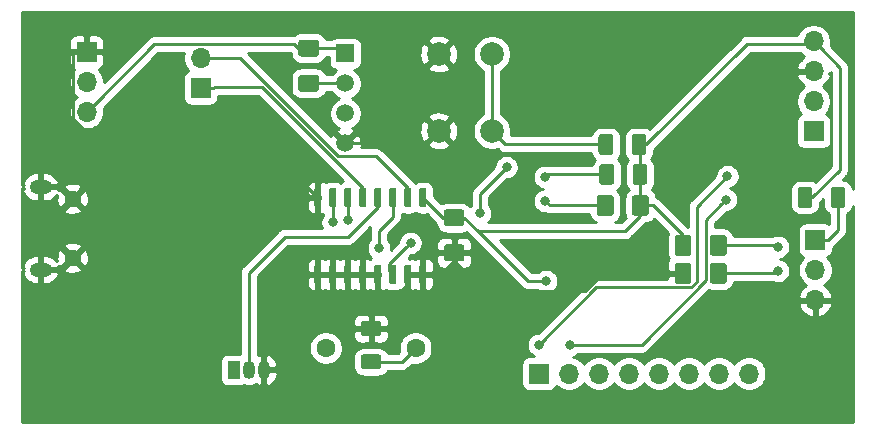
<source format=gbr>
%TF.GenerationSoftware,KiCad,Pcbnew,(5.1.5)-3*%
%TF.CreationDate,2020-12-29T21:36:43+13:00*%
%TF.ProjectId,SensorNodeCircuit,53656e73-6f72-44e6-9f64-654369726375,rev?*%
%TF.SameCoordinates,Original*%
%TF.FileFunction,Copper,L2,Bot*%
%TF.FilePolarity,Positive*%
%FSLAX46Y46*%
G04 Gerber Fmt 4.6, Leading zero omitted, Abs format (unit mm)*
G04 Created by KiCad (PCBNEW (5.1.5)-3) date 2020-12-29 21:36:43*
%MOMM*%
%LPD*%
G04 APERTURE LIST*
%ADD10C,0.100000*%
%ADD11C,1.450000*%
%ADD12O,1.900000X1.200000*%
%ADD13R,1.700000X1.700000*%
%ADD14O,1.700000X1.700000*%
%ADD15C,1.600000*%
%ADD16O,1.050000X1.500000*%
%ADD17R,1.050000X1.500000*%
%ADD18R,1.500000X1.500000*%
%ADD19C,1.500000*%
%ADD20C,2.000000*%
%ADD21C,0.800000*%
%ADD22C,0.250000*%
%ADD23C,0.254000*%
G04 APERTURE END LIST*
%TA.AperFunction,SMDPad,CuDef*%
D10*
G36*
X139469504Y-93587204D02*
G01*
X139493773Y-93590804D01*
X139517571Y-93596765D01*
X139540671Y-93605030D01*
X139562849Y-93615520D01*
X139583893Y-93628133D01*
X139603598Y-93642747D01*
X139621777Y-93659223D01*
X139638253Y-93677402D01*
X139652867Y-93697107D01*
X139665480Y-93718151D01*
X139675970Y-93740329D01*
X139684235Y-93763429D01*
X139690196Y-93787227D01*
X139693796Y-93811496D01*
X139695000Y-93836000D01*
X139695000Y-94761000D01*
X139693796Y-94785504D01*
X139690196Y-94809773D01*
X139684235Y-94833571D01*
X139675970Y-94856671D01*
X139665480Y-94878849D01*
X139652867Y-94899893D01*
X139638253Y-94919598D01*
X139621777Y-94937777D01*
X139603598Y-94954253D01*
X139583893Y-94968867D01*
X139562849Y-94981480D01*
X139540671Y-94991970D01*
X139517571Y-95000235D01*
X139493773Y-95006196D01*
X139469504Y-95009796D01*
X139445000Y-95011000D01*
X138195000Y-95011000D01*
X138170496Y-95009796D01*
X138146227Y-95006196D01*
X138122429Y-95000235D01*
X138099329Y-94991970D01*
X138077151Y-94981480D01*
X138056107Y-94968867D01*
X138036402Y-94954253D01*
X138018223Y-94937777D01*
X138001747Y-94919598D01*
X137987133Y-94899893D01*
X137974520Y-94878849D01*
X137964030Y-94856671D01*
X137955765Y-94833571D01*
X137949804Y-94809773D01*
X137946204Y-94785504D01*
X137945000Y-94761000D01*
X137945000Y-93836000D01*
X137946204Y-93811496D01*
X137949804Y-93787227D01*
X137955765Y-93763429D01*
X137964030Y-93740329D01*
X137974520Y-93718151D01*
X137987133Y-93697107D01*
X138001747Y-93677402D01*
X138018223Y-93659223D01*
X138036402Y-93642747D01*
X138056107Y-93628133D01*
X138077151Y-93615520D01*
X138099329Y-93605030D01*
X138122429Y-93596765D01*
X138146227Y-93590804D01*
X138170496Y-93587204D01*
X138195000Y-93586000D01*
X139445000Y-93586000D01*
X139469504Y-93587204D01*
G37*
%TD.AperFunction*%
%TA.AperFunction,SMDPad,CuDef*%
G36*
X139469504Y-96562204D02*
G01*
X139493773Y-96565804D01*
X139517571Y-96571765D01*
X139540671Y-96580030D01*
X139562849Y-96590520D01*
X139583893Y-96603133D01*
X139603598Y-96617747D01*
X139621777Y-96634223D01*
X139638253Y-96652402D01*
X139652867Y-96672107D01*
X139665480Y-96693151D01*
X139675970Y-96715329D01*
X139684235Y-96738429D01*
X139690196Y-96762227D01*
X139693796Y-96786496D01*
X139695000Y-96811000D01*
X139695000Y-97736000D01*
X139693796Y-97760504D01*
X139690196Y-97784773D01*
X139684235Y-97808571D01*
X139675970Y-97831671D01*
X139665480Y-97853849D01*
X139652867Y-97874893D01*
X139638253Y-97894598D01*
X139621777Y-97912777D01*
X139603598Y-97929253D01*
X139583893Y-97943867D01*
X139562849Y-97956480D01*
X139540671Y-97966970D01*
X139517571Y-97975235D01*
X139493773Y-97981196D01*
X139469504Y-97984796D01*
X139445000Y-97986000D01*
X138195000Y-97986000D01*
X138170496Y-97984796D01*
X138146227Y-97981196D01*
X138122429Y-97975235D01*
X138099329Y-97966970D01*
X138077151Y-97956480D01*
X138056107Y-97943867D01*
X138036402Y-97929253D01*
X138018223Y-97912777D01*
X138001747Y-97894598D01*
X137987133Y-97874893D01*
X137974520Y-97853849D01*
X137964030Y-97831671D01*
X137955765Y-97808571D01*
X137949804Y-97784773D01*
X137946204Y-97760504D01*
X137945000Y-97736000D01*
X137945000Y-96811000D01*
X137946204Y-96786496D01*
X137949804Y-96762227D01*
X137955765Y-96738429D01*
X137964030Y-96715329D01*
X137974520Y-96693151D01*
X137987133Y-96672107D01*
X138001747Y-96652402D01*
X138018223Y-96634223D01*
X138036402Y-96617747D01*
X138056107Y-96603133D01*
X138077151Y-96590520D01*
X138099329Y-96580030D01*
X138122429Y-96571765D01*
X138146227Y-96565804D01*
X138170496Y-96562204D01*
X138195000Y-96561000D01*
X139445000Y-96561000D01*
X139469504Y-96562204D01*
G37*
%TD.AperFunction*%
D11*
X106512500Y-92686000D03*
X106512500Y-97686000D03*
D12*
X103812500Y-91686000D03*
X103812500Y-98686000D03*
D13*
X169246000Y-86988000D03*
D14*
X169246000Y-84448000D03*
X169246000Y-81908000D03*
X169246000Y-79368000D03*
D13*
X145999200Y-107492800D03*
D14*
X148539200Y-107492800D03*
X151079200Y-107492800D03*
X153619200Y-107492800D03*
X156159200Y-107492800D03*
X158699200Y-107492800D03*
X161239200Y-107492800D03*
X163779200Y-107492800D03*
D13*
X169386000Y-96188000D03*
D14*
X169386000Y-98728000D03*
X169386000Y-101268000D03*
D13*
X107696000Y-80264000D03*
D14*
X107696000Y-82804000D03*
X107696000Y-85344000D03*
D13*
X117348000Y-83312000D03*
D14*
X117348000Y-80772000D03*
%TA.AperFunction,SMDPad,CuDef*%
D10*
G36*
X152065504Y-87222204D02*
G01*
X152089773Y-87225804D01*
X152113571Y-87231765D01*
X152136671Y-87240030D01*
X152158849Y-87250520D01*
X152179893Y-87263133D01*
X152199598Y-87277747D01*
X152217777Y-87294223D01*
X152234253Y-87312402D01*
X152248867Y-87332107D01*
X152261480Y-87353151D01*
X152271970Y-87375329D01*
X152280235Y-87398429D01*
X152286196Y-87422227D01*
X152289796Y-87446496D01*
X152291000Y-87471000D01*
X152291000Y-88721000D01*
X152289796Y-88745504D01*
X152286196Y-88769773D01*
X152280235Y-88793571D01*
X152271970Y-88816671D01*
X152261480Y-88838849D01*
X152248867Y-88859893D01*
X152234253Y-88879598D01*
X152217777Y-88897777D01*
X152199598Y-88914253D01*
X152179893Y-88928867D01*
X152158849Y-88941480D01*
X152136671Y-88951970D01*
X152113571Y-88960235D01*
X152089773Y-88966196D01*
X152065504Y-88969796D01*
X152041000Y-88971000D01*
X151291000Y-88971000D01*
X151266496Y-88969796D01*
X151242227Y-88966196D01*
X151218429Y-88960235D01*
X151195329Y-88951970D01*
X151173151Y-88941480D01*
X151152107Y-88928867D01*
X151132402Y-88914253D01*
X151114223Y-88897777D01*
X151097747Y-88879598D01*
X151083133Y-88859893D01*
X151070520Y-88838849D01*
X151060030Y-88816671D01*
X151051765Y-88793571D01*
X151045804Y-88769773D01*
X151042204Y-88745504D01*
X151041000Y-88721000D01*
X151041000Y-87471000D01*
X151042204Y-87446496D01*
X151045804Y-87422227D01*
X151051765Y-87398429D01*
X151060030Y-87375329D01*
X151070520Y-87353151D01*
X151083133Y-87332107D01*
X151097747Y-87312402D01*
X151114223Y-87294223D01*
X151132402Y-87277747D01*
X151152107Y-87263133D01*
X151173151Y-87250520D01*
X151195329Y-87240030D01*
X151218429Y-87231765D01*
X151242227Y-87225804D01*
X151266496Y-87222204D01*
X151291000Y-87221000D01*
X152041000Y-87221000D01*
X152065504Y-87222204D01*
G37*
%TD.AperFunction*%
%TA.AperFunction,SMDPad,CuDef*%
G36*
X154865504Y-87222204D02*
G01*
X154889773Y-87225804D01*
X154913571Y-87231765D01*
X154936671Y-87240030D01*
X154958849Y-87250520D01*
X154979893Y-87263133D01*
X154999598Y-87277747D01*
X155017777Y-87294223D01*
X155034253Y-87312402D01*
X155048867Y-87332107D01*
X155061480Y-87353151D01*
X155071970Y-87375329D01*
X155080235Y-87398429D01*
X155086196Y-87422227D01*
X155089796Y-87446496D01*
X155091000Y-87471000D01*
X155091000Y-88721000D01*
X155089796Y-88745504D01*
X155086196Y-88769773D01*
X155080235Y-88793571D01*
X155071970Y-88816671D01*
X155061480Y-88838849D01*
X155048867Y-88859893D01*
X155034253Y-88879598D01*
X155017777Y-88897777D01*
X154999598Y-88914253D01*
X154979893Y-88928867D01*
X154958849Y-88941480D01*
X154936671Y-88951970D01*
X154913571Y-88960235D01*
X154889773Y-88966196D01*
X154865504Y-88969796D01*
X154841000Y-88971000D01*
X154091000Y-88971000D01*
X154066496Y-88969796D01*
X154042227Y-88966196D01*
X154018429Y-88960235D01*
X153995329Y-88951970D01*
X153973151Y-88941480D01*
X153952107Y-88928867D01*
X153932402Y-88914253D01*
X153914223Y-88897777D01*
X153897747Y-88879598D01*
X153883133Y-88859893D01*
X153870520Y-88838849D01*
X153860030Y-88816671D01*
X153851765Y-88793571D01*
X153845804Y-88769773D01*
X153842204Y-88745504D01*
X153841000Y-88721000D01*
X153841000Y-87471000D01*
X153842204Y-87446496D01*
X153845804Y-87422227D01*
X153851765Y-87398429D01*
X153860030Y-87375329D01*
X153870520Y-87353151D01*
X153883133Y-87332107D01*
X153897747Y-87312402D01*
X153914223Y-87294223D01*
X153932402Y-87277747D01*
X153952107Y-87263133D01*
X153973151Y-87250520D01*
X153995329Y-87240030D01*
X154018429Y-87231765D01*
X154042227Y-87225804D01*
X154066496Y-87222204D01*
X154091000Y-87221000D01*
X154841000Y-87221000D01*
X154865504Y-87222204D01*
G37*
%TD.AperFunction*%
%TA.AperFunction,SMDPad,CuDef*%
G36*
X152145504Y-89752204D02*
G01*
X152169773Y-89755804D01*
X152193571Y-89761765D01*
X152216671Y-89770030D01*
X152238849Y-89780520D01*
X152259893Y-89793133D01*
X152279598Y-89807747D01*
X152297777Y-89824223D01*
X152314253Y-89842402D01*
X152328867Y-89862107D01*
X152341480Y-89883151D01*
X152351970Y-89905329D01*
X152360235Y-89928429D01*
X152366196Y-89952227D01*
X152369796Y-89976496D01*
X152371000Y-90001000D01*
X152371000Y-91251000D01*
X152369796Y-91275504D01*
X152366196Y-91299773D01*
X152360235Y-91323571D01*
X152351970Y-91346671D01*
X152341480Y-91368849D01*
X152328867Y-91389893D01*
X152314253Y-91409598D01*
X152297777Y-91427777D01*
X152279598Y-91444253D01*
X152259893Y-91458867D01*
X152238849Y-91471480D01*
X152216671Y-91481970D01*
X152193571Y-91490235D01*
X152169773Y-91496196D01*
X152145504Y-91499796D01*
X152121000Y-91501000D01*
X151371000Y-91501000D01*
X151346496Y-91499796D01*
X151322227Y-91496196D01*
X151298429Y-91490235D01*
X151275329Y-91481970D01*
X151253151Y-91471480D01*
X151232107Y-91458867D01*
X151212402Y-91444253D01*
X151194223Y-91427777D01*
X151177747Y-91409598D01*
X151163133Y-91389893D01*
X151150520Y-91368849D01*
X151140030Y-91346671D01*
X151131765Y-91323571D01*
X151125804Y-91299773D01*
X151122204Y-91275504D01*
X151121000Y-91251000D01*
X151121000Y-90001000D01*
X151122204Y-89976496D01*
X151125804Y-89952227D01*
X151131765Y-89928429D01*
X151140030Y-89905329D01*
X151150520Y-89883151D01*
X151163133Y-89862107D01*
X151177747Y-89842402D01*
X151194223Y-89824223D01*
X151212402Y-89807747D01*
X151232107Y-89793133D01*
X151253151Y-89780520D01*
X151275329Y-89770030D01*
X151298429Y-89761765D01*
X151322227Y-89755804D01*
X151346496Y-89752204D01*
X151371000Y-89751000D01*
X152121000Y-89751000D01*
X152145504Y-89752204D01*
G37*
%TD.AperFunction*%
%TA.AperFunction,SMDPad,CuDef*%
G36*
X154945504Y-89752204D02*
G01*
X154969773Y-89755804D01*
X154993571Y-89761765D01*
X155016671Y-89770030D01*
X155038849Y-89780520D01*
X155059893Y-89793133D01*
X155079598Y-89807747D01*
X155097777Y-89824223D01*
X155114253Y-89842402D01*
X155128867Y-89862107D01*
X155141480Y-89883151D01*
X155151970Y-89905329D01*
X155160235Y-89928429D01*
X155166196Y-89952227D01*
X155169796Y-89976496D01*
X155171000Y-90001000D01*
X155171000Y-91251000D01*
X155169796Y-91275504D01*
X155166196Y-91299773D01*
X155160235Y-91323571D01*
X155151970Y-91346671D01*
X155141480Y-91368849D01*
X155128867Y-91389893D01*
X155114253Y-91409598D01*
X155097777Y-91427777D01*
X155079598Y-91444253D01*
X155059893Y-91458867D01*
X155038849Y-91471480D01*
X155016671Y-91481970D01*
X154993571Y-91490235D01*
X154969773Y-91496196D01*
X154945504Y-91499796D01*
X154921000Y-91501000D01*
X154171000Y-91501000D01*
X154146496Y-91499796D01*
X154122227Y-91496196D01*
X154098429Y-91490235D01*
X154075329Y-91481970D01*
X154053151Y-91471480D01*
X154032107Y-91458867D01*
X154012402Y-91444253D01*
X153994223Y-91427777D01*
X153977747Y-91409598D01*
X153963133Y-91389893D01*
X153950520Y-91368849D01*
X153940030Y-91346671D01*
X153931765Y-91323571D01*
X153925804Y-91299773D01*
X153922204Y-91275504D01*
X153921000Y-91251000D01*
X153921000Y-90001000D01*
X153922204Y-89976496D01*
X153925804Y-89952227D01*
X153931765Y-89928429D01*
X153940030Y-89905329D01*
X153950520Y-89883151D01*
X153963133Y-89862107D01*
X153977747Y-89842402D01*
X153994223Y-89824223D01*
X154012402Y-89807747D01*
X154032107Y-89793133D01*
X154053151Y-89780520D01*
X154075329Y-89770030D01*
X154098429Y-89761765D01*
X154122227Y-89755804D01*
X154146496Y-89752204D01*
X154171000Y-89751000D01*
X154921000Y-89751000D01*
X154945504Y-89752204D01*
G37*
%TD.AperFunction*%
%TA.AperFunction,SMDPad,CuDef*%
G36*
X152098004Y-92382204D02*
G01*
X152122273Y-92385804D01*
X152146071Y-92391765D01*
X152169171Y-92400030D01*
X152191349Y-92410520D01*
X152212393Y-92423133D01*
X152232098Y-92437747D01*
X152250277Y-92454223D01*
X152266753Y-92472402D01*
X152281367Y-92492107D01*
X152293980Y-92513151D01*
X152304470Y-92535329D01*
X152312735Y-92558429D01*
X152318696Y-92582227D01*
X152322296Y-92606496D01*
X152323500Y-92631000D01*
X152323500Y-93881000D01*
X152322296Y-93905504D01*
X152318696Y-93929773D01*
X152312735Y-93953571D01*
X152304470Y-93976671D01*
X152293980Y-93998849D01*
X152281367Y-94019893D01*
X152266753Y-94039598D01*
X152250277Y-94057777D01*
X152232098Y-94074253D01*
X152212393Y-94088867D01*
X152191349Y-94101480D01*
X152169171Y-94111970D01*
X152146071Y-94120235D01*
X152122273Y-94126196D01*
X152098004Y-94129796D01*
X152073500Y-94131000D01*
X151148500Y-94131000D01*
X151123996Y-94129796D01*
X151099727Y-94126196D01*
X151075929Y-94120235D01*
X151052829Y-94111970D01*
X151030651Y-94101480D01*
X151009607Y-94088867D01*
X150989902Y-94074253D01*
X150971723Y-94057777D01*
X150955247Y-94039598D01*
X150940633Y-94019893D01*
X150928020Y-93998849D01*
X150917530Y-93976671D01*
X150909265Y-93953571D01*
X150903304Y-93929773D01*
X150899704Y-93905504D01*
X150898500Y-93881000D01*
X150898500Y-92631000D01*
X150899704Y-92606496D01*
X150903304Y-92582227D01*
X150909265Y-92558429D01*
X150917530Y-92535329D01*
X150928020Y-92513151D01*
X150940633Y-92492107D01*
X150955247Y-92472402D01*
X150971723Y-92454223D01*
X150989902Y-92437747D01*
X151009607Y-92423133D01*
X151030651Y-92410520D01*
X151052829Y-92400030D01*
X151075929Y-92391765D01*
X151099727Y-92385804D01*
X151123996Y-92382204D01*
X151148500Y-92381000D01*
X152073500Y-92381000D01*
X152098004Y-92382204D01*
G37*
%TD.AperFunction*%
%TA.AperFunction,SMDPad,CuDef*%
G36*
X155073004Y-92382204D02*
G01*
X155097273Y-92385804D01*
X155121071Y-92391765D01*
X155144171Y-92400030D01*
X155166349Y-92410520D01*
X155187393Y-92423133D01*
X155207098Y-92437747D01*
X155225277Y-92454223D01*
X155241753Y-92472402D01*
X155256367Y-92492107D01*
X155268980Y-92513151D01*
X155279470Y-92535329D01*
X155287735Y-92558429D01*
X155293696Y-92582227D01*
X155297296Y-92606496D01*
X155298500Y-92631000D01*
X155298500Y-93881000D01*
X155297296Y-93905504D01*
X155293696Y-93929773D01*
X155287735Y-93953571D01*
X155279470Y-93976671D01*
X155268980Y-93998849D01*
X155256367Y-94019893D01*
X155241753Y-94039598D01*
X155225277Y-94057777D01*
X155207098Y-94074253D01*
X155187393Y-94088867D01*
X155166349Y-94101480D01*
X155144171Y-94111970D01*
X155121071Y-94120235D01*
X155097273Y-94126196D01*
X155073004Y-94129796D01*
X155048500Y-94131000D01*
X154123500Y-94131000D01*
X154098996Y-94129796D01*
X154074727Y-94126196D01*
X154050929Y-94120235D01*
X154027829Y-94111970D01*
X154005651Y-94101480D01*
X153984607Y-94088867D01*
X153964902Y-94074253D01*
X153946723Y-94057777D01*
X153930247Y-94039598D01*
X153915633Y-94019893D01*
X153903020Y-93998849D01*
X153892530Y-93976671D01*
X153884265Y-93953571D01*
X153878304Y-93929773D01*
X153874704Y-93905504D01*
X153873500Y-93881000D01*
X153873500Y-92631000D01*
X153874704Y-92606496D01*
X153878304Y-92582227D01*
X153884265Y-92558429D01*
X153892530Y-92535329D01*
X153903020Y-92513151D01*
X153915633Y-92492107D01*
X153930247Y-92472402D01*
X153946723Y-92454223D01*
X153964902Y-92437747D01*
X153984607Y-92423133D01*
X154005651Y-92410520D01*
X154027829Y-92400030D01*
X154050929Y-92391765D01*
X154074727Y-92385804D01*
X154098996Y-92382204D01*
X154123500Y-92381000D01*
X155048500Y-92381000D01*
X155073004Y-92382204D01*
G37*
%TD.AperFunction*%
%TA.AperFunction,SMDPad,CuDef*%
G36*
X158688004Y-98132204D02*
G01*
X158712273Y-98135804D01*
X158736071Y-98141765D01*
X158759171Y-98150030D01*
X158781349Y-98160520D01*
X158802393Y-98173133D01*
X158822098Y-98187747D01*
X158840277Y-98204223D01*
X158856753Y-98222402D01*
X158871367Y-98242107D01*
X158883980Y-98263151D01*
X158894470Y-98285329D01*
X158902735Y-98308429D01*
X158908696Y-98332227D01*
X158912296Y-98356496D01*
X158913500Y-98381000D01*
X158913500Y-99631000D01*
X158912296Y-99655504D01*
X158908696Y-99679773D01*
X158902735Y-99703571D01*
X158894470Y-99726671D01*
X158883980Y-99748849D01*
X158871367Y-99769893D01*
X158856753Y-99789598D01*
X158840277Y-99807777D01*
X158822098Y-99824253D01*
X158802393Y-99838867D01*
X158781349Y-99851480D01*
X158759171Y-99861970D01*
X158736071Y-99870235D01*
X158712273Y-99876196D01*
X158688004Y-99879796D01*
X158663500Y-99881000D01*
X157738500Y-99881000D01*
X157713996Y-99879796D01*
X157689727Y-99876196D01*
X157665929Y-99870235D01*
X157642829Y-99861970D01*
X157620651Y-99851480D01*
X157599607Y-99838867D01*
X157579902Y-99824253D01*
X157561723Y-99807777D01*
X157545247Y-99789598D01*
X157530633Y-99769893D01*
X157518020Y-99748849D01*
X157507530Y-99726671D01*
X157499265Y-99703571D01*
X157493304Y-99679773D01*
X157489704Y-99655504D01*
X157488500Y-99631000D01*
X157488500Y-98381000D01*
X157489704Y-98356496D01*
X157493304Y-98332227D01*
X157499265Y-98308429D01*
X157507530Y-98285329D01*
X157518020Y-98263151D01*
X157530633Y-98242107D01*
X157545247Y-98222402D01*
X157561723Y-98204223D01*
X157579902Y-98187747D01*
X157599607Y-98173133D01*
X157620651Y-98160520D01*
X157642829Y-98150030D01*
X157665929Y-98141765D01*
X157689727Y-98135804D01*
X157713996Y-98132204D01*
X157738500Y-98131000D01*
X158663500Y-98131000D01*
X158688004Y-98132204D01*
G37*
%TD.AperFunction*%
%TA.AperFunction,SMDPad,CuDef*%
G36*
X161663004Y-98132204D02*
G01*
X161687273Y-98135804D01*
X161711071Y-98141765D01*
X161734171Y-98150030D01*
X161756349Y-98160520D01*
X161777393Y-98173133D01*
X161797098Y-98187747D01*
X161815277Y-98204223D01*
X161831753Y-98222402D01*
X161846367Y-98242107D01*
X161858980Y-98263151D01*
X161869470Y-98285329D01*
X161877735Y-98308429D01*
X161883696Y-98332227D01*
X161887296Y-98356496D01*
X161888500Y-98381000D01*
X161888500Y-99631000D01*
X161887296Y-99655504D01*
X161883696Y-99679773D01*
X161877735Y-99703571D01*
X161869470Y-99726671D01*
X161858980Y-99748849D01*
X161846367Y-99769893D01*
X161831753Y-99789598D01*
X161815277Y-99807777D01*
X161797098Y-99824253D01*
X161777393Y-99838867D01*
X161756349Y-99851480D01*
X161734171Y-99861970D01*
X161711071Y-99870235D01*
X161687273Y-99876196D01*
X161663004Y-99879796D01*
X161638500Y-99881000D01*
X160713500Y-99881000D01*
X160688996Y-99879796D01*
X160664727Y-99876196D01*
X160640929Y-99870235D01*
X160617829Y-99861970D01*
X160595651Y-99851480D01*
X160574607Y-99838867D01*
X160554902Y-99824253D01*
X160536723Y-99807777D01*
X160520247Y-99789598D01*
X160505633Y-99769893D01*
X160493020Y-99748849D01*
X160482530Y-99726671D01*
X160474265Y-99703571D01*
X160468304Y-99679773D01*
X160464704Y-99655504D01*
X160463500Y-99631000D01*
X160463500Y-98381000D01*
X160464704Y-98356496D01*
X160468304Y-98332227D01*
X160474265Y-98308429D01*
X160482530Y-98285329D01*
X160493020Y-98263151D01*
X160505633Y-98242107D01*
X160520247Y-98222402D01*
X160536723Y-98204223D01*
X160554902Y-98187747D01*
X160574607Y-98173133D01*
X160595651Y-98160520D01*
X160617829Y-98150030D01*
X160640929Y-98141765D01*
X160664727Y-98135804D01*
X160688996Y-98132204D01*
X160713500Y-98131000D01*
X161638500Y-98131000D01*
X161663004Y-98132204D01*
G37*
%TD.AperFunction*%
%TA.AperFunction,SMDPad,CuDef*%
G36*
X158688004Y-95762204D02*
G01*
X158712273Y-95765804D01*
X158736071Y-95771765D01*
X158759171Y-95780030D01*
X158781349Y-95790520D01*
X158802393Y-95803133D01*
X158822098Y-95817747D01*
X158840277Y-95834223D01*
X158856753Y-95852402D01*
X158871367Y-95872107D01*
X158883980Y-95893151D01*
X158894470Y-95915329D01*
X158902735Y-95938429D01*
X158908696Y-95962227D01*
X158912296Y-95986496D01*
X158913500Y-96011000D01*
X158913500Y-97261000D01*
X158912296Y-97285504D01*
X158908696Y-97309773D01*
X158902735Y-97333571D01*
X158894470Y-97356671D01*
X158883980Y-97378849D01*
X158871367Y-97399893D01*
X158856753Y-97419598D01*
X158840277Y-97437777D01*
X158822098Y-97454253D01*
X158802393Y-97468867D01*
X158781349Y-97481480D01*
X158759171Y-97491970D01*
X158736071Y-97500235D01*
X158712273Y-97506196D01*
X158688004Y-97509796D01*
X158663500Y-97511000D01*
X157738500Y-97511000D01*
X157713996Y-97509796D01*
X157689727Y-97506196D01*
X157665929Y-97500235D01*
X157642829Y-97491970D01*
X157620651Y-97481480D01*
X157599607Y-97468867D01*
X157579902Y-97454253D01*
X157561723Y-97437777D01*
X157545247Y-97419598D01*
X157530633Y-97399893D01*
X157518020Y-97378849D01*
X157507530Y-97356671D01*
X157499265Y-97333571D01*
X157493304Y-97309773D01*
X157489704Y-97285504D01*
X157488500Y-97261000D01*
X157488500Y-96011000D01*
X157489704Y-95986496D01*
X157493304Y-95962227D01*
X157499265Y-95938429D01*
X157507530Y-95915329D01*
X157518020Y-95893151D01*
X157530633Y-95872107D01*
X157545247Y-95852402D01*
X157561723Y-95834223D01*
X157579902Y-95817747D01*
X157599607Y-95803133D01*
X157620651Y-95790520D01*
X157642829Y-95780030D01*
X157665929Y-95771765D01*
X157689727Y-95765804D01*
X157713996Y-95762204D01*
X157738500Y-95761000D01*
X158663500Y-95761000D01*
X158688004Y-95762204D01*
G37*
%TD.AperFunction*%
%TA.AperFunction,SMDPad,CuDef*%
G36*
X161663004Y-95762204D02*
G01*
X161687273Y-95765804D01*
X161711071Y-95771765D01*
X161734171Y-95780030D01*
X161756349Y-95790520D01*
X161777393Y-95803133D01*
X161797098Y-95817747D01*
X161815277Y-95834223D01*
X161831753Y-95852402D01*
X161846367Y-95872107D01*
X161858980Y-95893151D01*
X161869470Y-95915329D01*
X161877735Y-95938429D01*
X161883696Y-95962227D01*
X161887296Y-95986496D01*
X161888500Y-96011000D01*
X161888500Y-97261000D01*
X161887296Y-97285504D01*
X161883696Y-97309773D01*
X161877735Y-97333571D01*
X161869470Y-97356671D01*
X161858980Y-97378849D01*
X161846367Y-97399893D01*
X161831753Y-97419598D01*
X161815277Y-97437777D01*
X161797098Y-97454253D01*
X161777393Y-97468867D01*
X161756349Y-97481480D01*
X161734171Y-97491970D01*
X161711071Y-97500235D01*
X161687273Y-97506196D01*
X161663004Y-97509796D01*
X161638500Y-97511000D01*
X160713500Y-97511000D01*
X160688996Y-97509796D01*
X160664727Y-97506196D01*
X160640929Y-97500235D01*
X160617829Y-97491970D01*
X160595651Y-97481480D01*
X160574607Y-97468867D01*
X160554902Y-97454253D01*
X160536723Y-97437777D01*
X160520247Y-97419598D01*
X160505633Y-97399893D01*
X160493020Y-97378849D01*
X160482530Y-97356671D01*
X160474265Y-97333571D01*
X160468304Y-97309773D01*
X160464704Y-97285504D01*
X160463500Y-97261000D01*
X160463500Y-96011000D01*
X160464704Y-95986496D01*
X160468304Y-95962227D01*
X160474265Y-95938429D01*
X160482530Y-95915329D01*
X160493020Y-95893151D01*
X160505633Y-95872107D01*
X160520247Y-95852402D01*
X160536723Y-95834223D01*
X160554902Y-95817747D01*
X160574607Y-95803133D01*
X160595651Y-95790520D01*
X160617829Y-95780030D01*
X160640929Y-95771765D01*
X160664727Y-95765804D01*
X160688996Y-95762204D01*
X160713500Y-95761000D01*
X161638500Y-95761000D01*
X161663004Y-95762204D01*
G37*
%TD.AperFunction*%
D15*
X127950000Y-105346000D03*
X135550000Y-105346000D03*
%TA.AperFunction,SMDPad,CuDef*%
D10*
G36*
X132429504Y-105862204D02*
G01*
X132453773Y-105865804D01*
X132477571Y-105871765D01*
X132500671Y-105880030D01*
X132522849Y-105890520D01*
X132543893Y-105903133D01*
X132563598Y-105917747D01*
X132581777Y-105934223D01*
X132598253Y-105952402D01*
X132612867Y-105972107D01*
X132625480Y-105993151D01*
X132635970Y-106015329D01*
X132644235Y-106038429D01*
X132650196Y-106062227D01*
X132653796Y-106086496D01*
X132655000Y-106111000D01*
X132655000Y-106861000D01*
X132653796Y-106885504D01*
X132650196Y-106909773D01*
X132644235Y-106933571D01*
X132635970Y-106956671D01*
X132625480Y-106978849D01*
X132612867Y-106999893D01*
X132598253Y-107019598D01*
X132581777Y-107037777D01*
X132563598Y-107054253D01*
X132543893Y-107068867D01*
X132522849Y-107081480D01*
X132500671Y-107091970D01*
X132477571Y-107100235D01*
X132453773Y-107106196D01*
X132429504Y-107109796D01*
X132405000Y-107111000D01*
X131155000Y-107111000D01*
X131130496Y-107109796D01*
X131106227Y-107106196D01*
X131082429Y-107100235D01*
X131059329Y-107091970D01*
X131037151Y-107081480D01*
X131016107Y-107068867D01*
X130996402Y-107054253D01*
X130978223Y-107037777D01*
X130961747Y-107019598D01*
X130947133Y-106999893D01*
X130934520Y-106978849D01*
X130924030Y-106956671D01*
X130915765Y-106933571D01*
X130909804Y-106909773D01*
X130906204Y-106885504D01*
X130905000Y-106861000D01*
X130905000Y-106111000D01*
X130906204Y-106086496D01*
X130909804Y-106062227D01*
X130915765Y-106038429D01*
X130924030Y-106015329D01*
X130934520Y-105993151D01*
X130947133Y-105972107D01*
X130961747Y-105952402D01*
X130978223Y-105934223D01*
X130996402Y-105917747D01*
X131016107Y-105903133D01*
X131037151Y-105890520D01*
X131059329Y-105880030D01*
X131082429Y-105871765D01*
X131106227Y-105865804D01*
X131130496Y-105862204D01*
X131155000Y-105861000D01*
X132405000Y-105861000D01*
X132429504Y-105862204D01*
G37*
%TD.AperFunction*%
%TA.AperFunction,SMDPad,CuDef*%
G36*
X132429504Y-103062204D02*
G01*
X132453773Y-103065804D01*
X132477571Y-103071765D01*
X132500671Y-103080030D01*
X132522849Y-103090520D01*
X132543893Y-103103133D01*
X132563598Y-103117747D01*
X132581777Y-103134223D01*
X132598253Y-103152402D01*
X132612867Y-103172107D01*
X132625480Y-103193151D01*
X132635970Y-103215329D01*
X132644235Y-103238429D01*
X132650196Y-103262227D01*
X132653796Y-103286496D01*
X132655000Y-103311000D01*
X132655000Y-104061000D01*
X132653796Y-104085504D01*
X132650196Y-104109773D01*
X132644235Y-104133571D01*
X132635970Y-104156671D01*
X132625480Y-104178849D01*
X132612867Y-104199893D01*
X132598253Y-104219598D01*
X132581777Y-104237777D01*
X132563598Y-104254253D01*
X132543893Y-104268867D01*
X132522849Y-104281480D01*
X132500671Y-104291970D01*
X132477571Y-104300235D01*
X132453773Y-104306196D01*
X132429504Y-104309796D01*
X132405000Y-104311000D01*
X131155000Y-104311000D01*
X131130496Y-104309796D01*
X131106227Y-104306196D01*
X131082429Y-104300235D01*
X131059329Y-104291970D01*
X131037151Y-104281480D01*
X131016107Y-104268867D01*
X130996402Y-104254253D01*
X130978223Y-104237777D01*
X130961747Y-104219598D01*
X130947133Y-104199893D01*
X130934520Y-104178849D01*
X130924030Y-104156671D01*
X130915765Y-104133571D01*
X130909804Y-104109773D01*
X130906204Y-104085504D01*
X130905000Y-104061000D01*
X130905000Y-103311000D01*
X130906204Y-103286496D01*
X130909804Y-103262227D01*
X130915765Y-103238429D01*
X130924030Y-103215329D01*
X130934520Y-103193151D01*
X130947133Y-103172107D01*
X130961747Y-103152402D01*
X130978223Y-103134223D01*
X130996402Y-103117747D01*
X131016107Y-103103133D01*
X131037151Y-103090520D01*
X131059329Y-103080030D01*
X131082429Y-103071765D01*
X131106227Y-103065804D01*
X131130496Y-103062204D01*
X131155000Y-103061000D01*
X132405000Y-103061000D01*
X132429504Y-103062204D01*
G37*
%TD.AperFunction*%
%TA.AperFunction,SMDPad,CuDef*%
G36*
X171715504Y-91704204D02*
G01*
X171739773Y-91707804D01*
X171763571Y-91713765D01*
X171786671Y-91722030D01*
X171808849Y-91732520D01*
X171829893Y-91745133D01*
X171849598Y-91759747D01*
X171867777Y-91776223D01*
X171884253Y-91794402D01*
X171898867Y-91814107D01*
X171911480Y-91835151D01*
X171921970Y-91857329D01*
X171930235Y-91880429D01*
X171936196Y-91904227D01*
X171939796Y-91928496D01*
X171941000Y-91953000D01*
X171941000Y-93203000D01*
X171939796Y-93227504D01*
X171936196Y-93251773D01*
X171930235Y-93275571D01*
X171921970Y-93298671D01*
X171911480Y-93320849D01*
X171898867Y-93341893D01*
X171884253Y-93361598D01*
X171867777Y-93379777D01*
X171849598Y-93396253D01*
X171829893Y-93410867D01*
X171808849Y-93423480D01*
X171786671Y-93433970D01*
X171763571Y-93442235D01*
X171739773Y-93448196D01*
X171715504Y-93451796D01*
X171691000Y-93453000D01*
X170941000Y-93453000D01*
X170916496Y-93451796D01*
X170892227Y-93448196D01*
X170868429Y-93442235D01*
X170845329Y-93433970D01*
X170823151Y-93423480D01*
X170802107Y-93410867D01*
X170782402Y-93396253D01*
X170764223Y-93379777D01*
X170747747Y-93361598D01*
X170733133Y-93341893D01*
X170720520Y-93320849D01*
X170710030Y-93298671D01*
X170701765Y-93275571D01*
X170695804Y-93251773D01*
X170692204Y-93227504D01*
X170691000Y-93203000D01*
X170691000Y-91953000D01*
X170692204Y-91928496D01*
X170695804Y-91904227D01*
X170701765Y-91880429D01*
X170710030Y-91857329D01*
X170720520Y-91835151D01*
X170733133Y-91814107D01*
X170747747Y-91794402D01*
X170764223Y-91776223D01*
X170782402Y-91759747D01*
X170802107Y-91745133D01*
X170823151Y-91732520D01*
X170845329Y-91722030D01*
X170868429Y-91713765D01*
X170892227Y-91707804D01*
X170916496Y-91704204D01*
X170941000Y-91703000D01*
X171691000Y-91703000D01*
X171715504Y-91704204D01*
G37*
%TD.AperFunction*%
%TA.AperFunction,SMDPad,CuDef*%
G36*
X168915504Y-91704204D02*
G01*
X168939773Y-91707804D01*
X168963571Y-91713765D01*
X168986671Y-91722030D01*
X169008849Y-91732520D01*
X169029893Y-91745133D01*
X169049598Y-91759747D01*
X169067777Y-91776223D01*
X169084253Y-91794402D01*
X169098867Y-91814107D01*
X169111480Y-91835151D01*
X169121970Y-91857329D01*
X169130235Y-91880429D01*
X169136196Y-91904227D01*
X169139796Y-91928496D01*
X169141000Y-91953000D01*
X169141000Y-93203000D01*
X169139796Y-93227504D01*
X169136196Y-93251773D01*
X169130235Y-93275571D01*
X169121970Y-93298671D01*
X169111480Y-93320849D01*
X169098867Y-93341893D01*
X169084253Y-93361598D01*
X169067777Y-93379777D01*
X169049598Y-93396253D01*
X169029893Y-93410867D01*
X169008849Y-93423480D01*
X168986671Y-93433970D01*
X168963571Y-93442235D01*
X168939773Y-93448196D01*
X168915504Y-93451796D01*
X168891000Y-93453000D01*
X168141000Y-93453000D01*
X168116496Y-93451796D01*
X168092227Y-93448196D01*
X168068429Y-93442235D01*
X168045329Y-93433970D01*
X168023151Y-93423480D01*
X168002107Y-93410867D01*
X167982402Y-93396253D01*
X167964223Y-93379777D01*
X167947747Y-93361598D01*
X167933133Y-93341893D01*
X167920520Y-93320849D01*
X167910030Y-93298671D01*
X167901765Y-93275571D01*
X167895804Y-93251773D01*
X167892204Y-93227504D01*
X167891000Y-93203000D01*
X167891000Y-91953000D01*
X167892204Y-91928496D01*
X167895804Y-91904227D01*
X167901765Y-91880429D01*
X167910030Y-91857329D01*
X167920520Y-91835151D01*
X167933133Y-91814107D01*
X167947747Y-91794402D01*
X167964223Y-91776223D01*
X167982402Y-91759747D01*
X168002107Y-91745133D01*
X168023151Y-91732520D01*
X168045329Y-91722030D01*
X168068429Y-91713765D01*
X168092227Y-91707804D01*
X168116496Y-91704204D01*
X168141000Y-91703000D01*
X168891000Y-91703000D01*
X168915504Y-91704204D01*
G37*
%TD.AperFunction*%
%TA.AperFunction,SMDPad,CuDef*%
G36*
X136339703Y-98296722D02*
G01*
X136354264Y-98298882D01*
X136368543Y-98302459D01*
X136382403Y-98307418D01*
X136395710Y-98313712D01*
X136408336Y-98321280D01*
X136420159Y-98330048D01*
X136431066Y-98339934D01*
X136440952Y-98350841D01*
X136449720Y-98362664D01*
X136457288Y-98375290D01*
X136463582Y-98388597D01*
X136468541Y-98402457D01*
X136472118Y-98416736D01*
X136474278Y-98431297D01*
X136475000Y-98446000D01*
X136475000Y-99746000D01*
X136474278Y-99760703D01*
X136472118Y-99775264D01*
X136468541Y-99789543D01*
X136463582Y-99803403D01*
X136457288Y-99816710D01*
X136449720Y-99829336D01*
X136440952Y-99841159D01*
X136431066Y-99852066D01*
X136420159Y-99861952D01*
X136408336Y-99870720D01*
X136395710Y-99878288D01*
X136382403Y-99884582D01*
X136368543Y-99889541D01*
X136354264Y-99893118D01*
X136339703Y-99895278D01*
X136325000Y-99896000D01*
X136025000Y-99896000D01*
X136010297Y-99895278D01*
X135995736Y-99893118D01*
X135981457Y-99889541D01*
X135967597Y-99884582D01*
X135954290Y-99878288D01*
X135941664Y-99870720D01*
X135929841Y-99861952D01*
X135918934Y-99852066D01*
X135909048Y-99841159D01*
X135900280Y-99829336D01*
X135892712Y-99816710D01*
X135886418Y-99803403D01*
X135881459Y-99789543D01*
X135877882Y-99775264D01*
X135875722Y-99760703D01*
X135875000Y-99746000D01*
X135875000Y-98446000D01*
X135875722Y-98431297D01*
X135877882Y-98416736D01*
X135881459Y-98402457D01*
X135886418Y-98388597D01*
X135892712Y-98375290D01*
X135900280Y-98362664D01*
X135909048Y-98350841D01*
X135918934Y-98339934D01*
X135929841Y-98330048D01*
X135941664Y-98321280D01*
X135954290Y-98313712D01*
X135967597Y-98307418D01*
X135981457Y-98302459D01*
X135995736Y-98298882D01*
X136010297Y-98296722D01*
X136025000Y-98296000D01*
X136325000Y-98296000D01*
X136339703Y-98296722D01*
G37*
%TD.AperFunction*%
%TA.AperFunction,SMDPad,CuDef*%
G36*
X135069703Y-98296722D02*
G01*
X135084264Y-98298882D01*
X135098543Y-98302459D01*
X135112403Y-98307418D01*
X135125710Y-98313712D01*
X135138336Y-98321280D01*
X135150159Y-98330048D01*
X135161066Y-98339934D01*
X135170952Y-98350841D01*
X135179720Y-98362664D01*
X135187288Y-98375290D01*
X135193582Y-98388597D01*
X135198541Y-98402457D01*
X135202118Y-98416736D01*
X135204278Y-98431297D01*
X135205000Y-98446000D01*
X135205000Y-99746000D01*
X135204278Y-99760703D01*
X135202118Y-99775264D01*
X135198541Y-99789543D01*
X135193582Y-99803403D01*
X135187288Y-99816710D01*
X135179720Y-99829336D01*
X135170952Y-99841159D01*
X135161066Y-99852066D01*
X135150159Y-99861952D01*
X135138336Y-99870720D01*
X135125710Y-99878288D01*
X135112403Y-99884582D01*
X135098543Y-99889541D01*
X135084264Y-99893118D01*
X135069703Y-99895278D01*
X135055000Y-99896000D01*
X134755000Y-99896000D01*
X134740297Y-99895278D01*
X134725736Y-99893118D01*
X134711457Y-99889541D01*
X134697597Y-99884582D01*
X134684290Y-99878288D01*
X134671664Y-99870720D01*
X134659841Y-99861952D01*
X134648934Y-99852066D01*
X134639048Y-99841159D01*
X134630280Y-99829336D01*
X134622712Y-99816710D01*
X134616418Y-99803403D01*
X134611459Y-99789543D01*
X134607882Y-99775264D01*
X134605722Y-99760703D01*
X134605000Y-99746000D01*
X134605000Y-98446000D01*
X134605722Y-98431297D01*
X134607882Y-98416736D01*
X134611459Y-98402457D01*
X134616418Y-98388597D01*
X134622712Y-98375290D01*
X134630280Y-98362664D01*
X134639048Y-98350841D01*
X134648934Y-98339934D01*
X134659841Y-98330048D01*
X134671664Y-98321280D01*
X134684290Y-98313712D01*
X134697597Y-98307418D01*
X134711457Y-98302459D01*
X134725736Y-98298882D01*
X134740297Y-98296722D01*
X134755000Y-98296000D01*
X135055000Y-98296000D01*
X135069703Y-98296722D01*
G37*
%TD.AperFunction*%
%TA.AperFunction,SMDPad,CuDef*%
G36*
X133799703Y-98296722D02*
G01*
X133814264Y-98298882D01*
X133828543Y-98302459D01*
X133842403Y-98307418D01*
X133855710Y-98313712D01*
X133868336Y-98321280D01*
X133880159Y-98330048D01*
X133891066Y-98339934D01*
X133900952Y-98350841D01*
X133909720Y-98362664D01*
X133917288Y-98375290D01*
X133923582Y-98388597D01*
X133928541Y-98402457D01*
X133932118Y-98416736D01*
X133934278Y-98431297D01*
X133935000Y-98446000D01*
X133935000Y-99746000D01*
X133934278Y-99760703D01*
X133932118Y-99775264D01*
X133928541Y-99789543D01*
X133923582Y-99803403D01*
X133917288Y-99816710D01*
X133909720Y-99829336D01*
X133900952Y-99841159D01*
X133891066Y-99852066D01*
X133880159Y-99861952D01*
X133868336Y-99870720D01*
X133855710Y-99878288D01*
X133842403Y-99884582D01*
X133828543Y-99889541D01*
X133814264Y-99893118D01*
X133799703Y-99895278D01*
X133785000Y-99896000D01*
X133485000Y-99896000D01*
X133470297Y-99895278D01*
X133455736Y-99893118D01*
X133441457Y-99889541D01*
X133427597Y-99884582D01*
X133414290Y-99878288D01*
X133401664Y-99870720D01*
X133389841Y-99861952D01*
X133378934Y-99852066D01*
X133369048Y-99841159D01*
X133360280Y-99829336D01*
X133352712Y-99816710D01*
X133346418Y-99803403D01*
X133341459Y-99789543D01*
X133337882Y-99775264D01*
X133335722Y-99760703D01*
X133335000Y-99746000D01*
X133335000Y-98446000D01*
X133335722Y-98431297D01*
X133337882Y-98416736D01*
X133341459Y-98402457D01*
X133346418Y-98388597D01*
X133352712Y-98375290D01*
X133360280Y-98362664D01*
X133369048Y-98350841D01*
X133378934Y-98339934D01*
X133389841Y-98330048D01*
X133401664Y-98321280D01*
X133414290Y-98313712D01*
X133427597Y-98307418D01*
X133441457Y-98302459D01*
X133455736Y-98298882D01*
X133470297Y-98296722D01*
X133485000Y-98296000D01*
X133785000Y-98296000D01*
X133799703Y-98296722D01*
G37*
%TD.AperFunction*%
%TA.AperFunction,SMDPad,CuDef*%
G36*
X132529703Y-98296722D02*
G01*
X132544264Y-98298882D01*
X132558543Y-98302459D01*
X132572403Y-98307418D01*
X132585710Y-98313712D01*
X132598336Y-98321280D01*
X132610159Y-98330048D01*
X132621066Y-98339934D01*
X132630952Y-98350841D01*
X132639720Y-98362664D01*
X132647288Y-98375290D01*
X132653582Y-98388597D01*
X132658541Y-98402457D01*
X132662118Y-98416736D01*
X132664278Y-98431297D01*
X132665000Y-98446000D01*
X132665000Y-99746000D01*
X132664278Y-99760703D01*
X132662118Y-99775264D01*
X132658541Y-99789543D01*
X132653582Y-99803403D01*
X132647288Y-99816710D01*
X132639720Y-99829336D01*
X132630952Y-99841159D01*
X132621066Y-99852066D01*
X132610159Y-99861952D01*
X132598336Y-99870720D01*
X132585710Y-99878288D01*
X132572403Y-99884582D01*
X132558543Y-99889541D01*
X132544264Y-99893118D01*
X132529703Y-99895278D01*
X132515000Y-99896000D01*
X132215000Y-99896000D01*
X132200297Y-99895278D01*
X132185736Y-99893118D01*
X132171457Y-99889541D01*
X132157597Y-99884582D01*
X132144290Y-99878288D01*
X132131664Y-99870720D01*
X132119841Y-99861952D01*
X132108934Y-99852066D01*
X132099048Y-99841159D01*
X132090280Y-99829336D01*
X132082712Y-99816710D01*
X132076418Y-99803403D01*
X132071459Y-99789543D01*
X132067882Y-99775264D01*
X132065722Y-99760703D01*
X132065000Y-99746000D01*
X132065000Y-98446000D01*
X132065722Y-98431297D01*
X132067882Y-98416736D01*
X132071459Y-98402457D01*
X132076418Y-98388597D01*
X132082712Y-98375290D01*
X132090280Y-98362664D01*
X132099048Y-98350841D01*
X132108934Y-98339934D01*
X132119841Y-98330048D01*
X132131664Y-98321280D01*
X132144290Y-98313712D01*
X132157597Y-98307418D01*
X132171457Y-98302459D01*
X132185736Y-98298882D01*
X132200297Y-98296722D01*
X132215000Y-98296000D01*
X132515000Y-98296000D01*
X132529703Y-98296722D01*
G37*
%TD.AperFunction*%
%TA.AperFunction,SMDPad,CuDef*%
G36*
X131259703Y-98296722D02*
G01*
X131274264Y-98298882D01*
X131288543Y-98302459D01*
X131302403Y-98307418D01*
X131315710Y-98313712D01*
X131328336Y-98321280D01*
X131340159Y-98330048D01*
X131351066Y-98339934D01*
X131360952Y-98350841D01*
X131369720Y-98362664D01*
X131377288Y-98375290D01*
X131383582Y-98388597D01*
X131388541Y-98402457D01*
X131392118Y-98416736D01*
X131394278Y-98431297D01*
X131395000Y-98446000D01*
X131395000Y-99746000D01*
X131394278Y-99760703D01*
X131392118Y-99775264D01*
X131388541Y-99789543D01*
X131383582Y-99803403D01*
X131377288Y-99816710D01*
X131369720Y-99829336D01*
X131360952Y-99841159D01*
X131351066Y-99852066D01*
X131340159Y-99861952D01*
X131328336Y-99870720D01*
X131315710Y-99878288D01*
X131302403Y-99884582D01*
X131288543Y-99889541D01*
X131274264Y-99893118D01*
X131259703Y-99895278D01*
X131245000Y-99896000D01*
X130945000Y-99896000D01*
X130930297Y-99895278D01*
X130915736Y-99893118D01*
X130901457Y-99889541D01*
X130887597Y-99884582D01*
X130874290Y-99878288D01*
X130861664Y-99870720D01*
X130849841Y-99861952D01*
X130838934Y-99852066D01*
X130829048Y-99841159D01*
X130820280Y-99829336D01*
X130812712Y-99816710D01*
X130806418Y-99803403D01*
X130801459Y-99789543D01*
X130797882Y-99775264D01*
X130795722Y-99760703D01*
X130795000Y-99746000D01*
X130795000Y-98446000D01*
X130795722Y-98431297D01*
X130797882Y-98416736D01*
X130801459Y-98402457D01*
X130806418Y-98388597D01*
X130812712Y-98375290D01*
X130820280Y-98362664D01*
X130829048Y-98350841D01*
X130838934Y-98339934D01*
X130849841Y-98330048D01*
X130861664Y-98321280D01*
X130874290Y-98313712D01*
X130887597Y-98307418D01*
X130901457Y-98302459D01*
X130915736Y-98298882D01*
X130930297Y-98296722D01*
X130945000Y-98296000D01*
X131245000Y-98296000D01*
X131259703Y-98296722D01*
G37*
%TD.AperFunction*%
%TA.AperFunction,SMDPad,CuDef*%
G36*
X129989703Y-98296722D02*
G01*
X130004264Y-98298882D01*
X130018543Y-98302459D01*
X130032403Y-98307418D01*
X130045710Y-98313712D01*
X130058336Y-98321280D01*
X130070159Y-98330048D01*
X130081066Y-98339934D01*
X130090952Y-98350841D01*
X130099720Y-98362664D01*
X130107288Y-98375290D01*
X130113582Y-98388597D01*
X130118541Y-98402457D01*
X130122118Y-98416736D01*
X130124278Y-98431297D01*
X130125000Y-98446000D01*
X130125000Y-99746000D01*
X130124278Y-99760703D01*
X130122118Y-99775264D01*
X130118541Y-99789543D01*
X130113582Y-99803403D01*
X130107288Y-99816710D01*
X130099720Y-99829336D01*
X130090952Y-99841159D01*
X130081066Y-99852066D01*
X130070159Y-99861952D01*
X130058336Y-99870720D01*
X130045710Y-99878288D01*
X130032403Y-99884582D01*
X130018543Y-99889541D01*
X130004264Y-99893118D01*
X129989703Y-99895278D01*
X129975000Y-99896000D01*
X129675000Y-99896000D01*
X129660297Y-99895278D01*
X129645736Y-99893118D01*
X129631457Y-99889541D01*
X129617597Y-99884582D01*
X129604290Y-99878288D01*
X129591664Y-99870720D01*
X129579841Y-99861952D01*
X129568934Y-99852066D01*
X129559048Y-99841159D01*
X129550280Y-99829336D01*
X129542712Y-99816710D01*
X129536418Y-99803403D01*
X129531459Y-99789543D01*
X129527882Y-99775264D01*
X129525722Y-99760703D01*
X129525000Y-99746000D01*
X129525000Y-98446000D01*
X129525722Y-98431297D01*
X129527882Y-98416736D01*
X129531459Y-98402457D01*
X129536418Y-98388597D01*
X129542712Y-98375290D01*
X129550280Y-98362664D01*
X129559048Y-98350841D01*
X129568934Y-98339934D01*
X129579841Y-98330048D01*
X129591664Y-98321280D01*
X129604290Y-98313712D01*
X129617597Y-98307418D01*
X129631457Y-98302459D01*
X129645736Y-98298882D01*
X129660297Y-98296722D01*
X129675000Y-98296000D01*
X129975000Y-98296000D01*
X129989703Y-98296722D01*
G37*
%TD.AperFunction*%
%TA.AperFunction,SMDPad,CuDef*%
G36*
X128719703Y-98296722D02*
G01*
X128734264Y-98298882D01*
X128748543Y-98302459D01*
X128762403Y-98307418D01*
X128775710Y-98313712D01*
X128788336Y-98321280D01*
X128800159Y-98330048D01*
X128811066Y-98339934D01*
X128820952Y-98350841D01*
X128829720Y-98362664D01*
X128837288Y-98375290D01*
X128843582Y-98388597D01*
X128848541Y-98402457D01*
X128852118Y-98416736D01*
X128854278Y-98431297D01*
X128855000Y-98446000D01*
X128855000Y-99746000D01*
X128854278Y-99760703D01*
X128852118Y-99775264D01*
X128848541Y-99789543D01*
X128843582Y-99803403D01*
X128837288Y-99816710D01*
X128829720Y-99829336D01*
X128820952Y-99841159D01*
X128811066Y-99852066D01*
X128800159Y-99861952D01*
X128788336Y-99870720D01*
X128775710Y-99878288D01*
X128762403Y-99884582D01*
X128748543Y-99889541D01*
X128734264Y-99893118D01*
X128719703Y-99895278D01*
X128705000Y-99896000D01*
X128405000Y-99896000D01*
X128390297Y-99895278D01*
X128375736Y-99893118D01*
X128361457Y-99889541D01*
X128347597Y-99884582D01*
X128334290Y-99878288D01*
X128321664Y-99870720D01*
X128309841Y-99861952D01*
X128298934Y-99852066D01*
X128289048Y-99841159D01*
X128280280Y-99829336D01*
X128272712Y-99816710D01*
X128266418Y-99803403D01*
X128261459Y-99789543D01*
X128257882Y-99775264D01*
X128255722Y-99760703D01*
X128255000Y-99746000D01*
X128255000Y-98446000D01*
X128255722Y-98431297D01*
X128257882Y-98416736D01*
X128261459Y-98402457D01*
X128266418Y-98388597D01*
X128272712Y-98375290D01*
X128280280Y-98362664D01*
X128289048Y-98350841D01*
X128298934Y-98339934D01*
X128309841Y-98330048D01*
X128321664Y-98321280D01*
X128334290Y-98313712D01*
X128347597Y-98307418D01*
X128361457Y-98302459D01*
X128375736Y-98298882D01*
X128390297Y-98296722D01*
X128405000Y-98296000D01*
X128705000Y-98296000D01*
X128719703Y-98296722D01*
G37*
%TD.AperFunction*%
%TA.AperFunction,SMDPad,CuDef*%
G36*
X127449703Y-98296722D02*
G01*
X127464264Y-98298882D01*
X127478543Y-98302459D01*
X127492403Y-98307418D01*
X127505710Y-98313712D01*
X127518336Y-98321280D01*
X127530159Y-98330048D01*
X127541066Y-98339934D01*
X127550952Y-98350841D01*
X127559720Y-98362664D01*
X127567288Y-98375290D01*
X127573582Y-98388597D01*
X127578541Y-98402457D01*
X127582118Y-98416736D01*
X127584278Y-98431297D01*
X127585000Y-98446000D01*
X127585000Y-99746000D01*
X127584278Y-99760703D01*
X127582118Y-99775264D01*
X127578541Y-99789543D01*
X127573582Y-99803403D01*
X127567288Y-99816710D01*
X127559720Y-99829336D01*
X127550952Y-99841159D01*
X127541066Y-99852066D01*
X127530159Y-99861952D01*
X127518336Y-99870720D01*
X127505710Y-99878288D01*
X127492403Y-99884582D01*
X127478543Y-99889541D01*
X127464264Y-99893118D01*
X127449703Y-99895278D01*
X127435000Y-99896000D01*
X127135000Y-99896000D01*
X127120297Y-99895278D01*
X127105736Y-99893118D01*
X127091457Y-99889541D01*
X127077597Y-99884582D01*
X127064290Y-99878288D01*
X127051664Y-99870720D01*
X127039841Y-99861952D01*
X127028934Y-99852066D01*
X127019048Y-99841159D01*
X127010280Y-99829336D01*
X127002712Y-99816710D01*
X126996418Y-99803403D01*
X126991459Y-99789543D01*
X126987882Y-99775264D01*
X126985722Y-99760703D01*
X126985000Y-99746000D01*
X126985000Y-98446000D01*
X126985722Y-98431297D01*
X126987882Y-98416736D01*
X126991459Y-98402457D01*
X126996418Y-98388597D01*
X127002712Y-98375290D01*
X127010280Y-98362664D01*
X127019048Y-98350841D01*
X127028934Y-98339934D01*
X127039841Y-98330048D01*
X127051664Y-98321280D01*
X127064290Y-98313712D01*
X127077597Y-98307418D01*
X127091457Y-98302459D01*
X127105736Y-98298882D01*
X127120297Y-98296722D01*
X127135000Y-98296000D01*
X127435000Y-98296000D01*
X127449703Y-98296722D01*
G37*
%TD.AperFunction*%
%TA.AperFunction,SMDPad,CuDef*%
G36*
X127449703Y-91796722D02*
G01*
X127464264Y-91798882D01*
X127478543Y-91802459D01*
X127492403Y-91807418D01*
X127505710Y-91813712D01*
X127518336Y-91821280D01*
X127530159Y-91830048D01*
X127541066Y-91839934D01*
X127550952Y-91850841D01*
X127559720Y-91862664D01*
X127567288Y-91875290D01*
X127573582Y-91888597D01*
X127578541Y-91902457D01*
X127582118Y-91916736D01*
X127584278Y-91931297D01*
X127585000Y-91946000D01*
X127585000Y-93246000D01*
X127584278Y-93260703D01*
X127582118Y-93275264D01*
X127578541Y-93289543D01*
X127573582Y-93303403D01*
X127567288Y-93316710D01*
X127559720Y-93329336D01*
X127550952Y-93341159D01*
X127541066Y-93352066D01*
X127530159Y-93361952D01*
X127518336Y-93370720D01*
X127505710Y-93378288D01*
X127492403Y-93384582D01*
X127478543Y-93389541D01*
X127464264Y-93393118D01*
X127449703Y-93395278D01*
X127435000Y-93396000D01*
X127135000Y-93396000D01*
X127120297Y-93395278D01*
X127105736Y-93393118D01*
X127091457Y-93389541D01*
X127077597Y-93384582D01*
X127064290Y-93378288D01*
X127051664Y-93370720D01*
X127039841Y-93361952D01*
X127028934Y-93352066D01*
X127019048Y-93341159D01*
X127010280Y-93329336D01*
X127002712Y-93316710D01*
X126996418Y-93303403D01*
X126991459Y-93289543D01*
X126987882Y-93275264D01*
X126985722Y-93260703D01*
X126985000Y-93246000D01*
X126985000Y-91946000D01*
X126985722Y-91931297D01*
X126987882Y-91916736D01*
X126991459Y-91902457D01*
X126996418Y-91888597D01*
X127002712Y-91875290D01*
X127010280Y-91862664D01*
X127019048Y-91850841D01*
X127028934Y-91839934D01*
X127039841Y-91830048D01*
X127051664Y-91821280D01*
X127064290Y-91813712D01*
X127077597Y-91807418D01*
X127091457Y-91802459D01*
X127105736Y-91798882D01*
X127120297Y-91796722D01*
X127135000Y-91796000D01*
X127435000Y-91796000D01*
X127449703Y-91796722D01*
G37*
%TD.AperFunction*%
%TA.AperFunction,SMDPad,CuDef*%
G36*
X128719703Y-91796722D02*
G01*
X128734264Y-91798882D01*
X128748543Y-91802459D01*
X128762403Y-91807418D01*
X128775710Y-91813712D01*
X128788336Y-91821280D01*
X128800159Y-91830048D01*
X128811066Y-91839934D01*
X128820952Y-91850841D01*
X128829720Y-91862664D01*
X128837288Y-91875290D01*
X128843582Y-91888597D01*
X128848541Y-91902457D01*
X128852118Y-91916736D01*
X128854278Y-91931297D01*
X128855000Y-91946000D01*
X128855000Y-93246000D01*
X128854278Y-93260703D01*
X128852118Y-93275264D01*
X128848541Y-93289543D01*
X128843582Y-93303403D01*
X128837288Y-93316710D01*
X128829720Y-93329336D01*
X128820952Y-93341159D01*
X128811066Y-93352066D01*
X128800159Y-93361952D01*
X128788336Y-93370720D01*
X128775710Y-93378288D01*
X128762403Y-93384582D01*
X128748543Y-93389541D01*
X128734264Y-93393118D01*
X128719703Y-93395278D01*
X128705000Y-93396000D01*
X128405000Y-93396000D01*
X128390297Y-93395278D01*
X128375736Y-93393118D01*
X128361457Y-93389541D01*
X128347597Y-93384582D01*
X128334290Y-93378288D01*
X128321664Y-93370720D01*
X128309841Y-93361952D01*
X128298934Y-93352066D01*
X128289048Y-93341159D01*
X128280280Y-93329336D01*
X128272712Y-93316710D01*
X128266418Y-93303403D01*
X128261459Y-93289543D01*
X128257882Y-93275264D01*
X128255722Y-93260703D01*
X128255000Y-93246000D01*
X128255000Y-91946000D01*
X128255722Y-91931297D01*
X128257882Y-91916736D01*
X128261459Y-91902457D01*
X128266418Y-91888597D01*
X128272712Y-91875290D01*
X128280280Y-91862664D01*
X128289048Y-91850841D01*
X128298934Y-91839934D01*
X128309841Y-91830048D01*
X128321664Y-91821280D01*
X128334290Y-91813712D01*
X128347597Y-91807418D01*
X128361457Y-91802459D01*
X128375736Y-91798882D01*
X128390297Y-91796722D01*
X128405000Y-91796000D01*
X128705000Y-91796000D01*
X128719703Y-91796722D01*
G37*
%TD.AperFunction*%
%TA.AperFunction,SMDPad,CuDef*%
G36*
X129989703Y-91796722D02*
G01*
X130004264Y-91798882D01*
X130018543Y-91802459D01*
X130032403Y-91807418D01*
X130045710Y-91813712D01*
X130058336Y-91821280D01*
X130070159Y-91830048D01*
X130081066Y-91839934D01*
X130090952Y-91850841D01*
X130099720Y-91862664D01*
X130107288Y-91875290D01*
X130113582Y-91888597D01*
X130118541Y-91902457D01*
X130122118Y-91916736D01*
X130124278Y-91931297D01*
X130125000Y-91946000D01*
X130125000Y-93246000D01*
X130124278Y-93260703D01*
X130122118Y-93275264D01*
X130118541Y-93289543D01*
X130113582Y-93303403D01*
X130107288Y-93316710D01*
X130099720Y-93329336D01*
X130090952Y-93341159D01*
X130081066Y-93352066D01*
X130070159Y-93361952D01*
X130058336Y-93370720D01*
X130045710Y-93378288D01*
X130032403Y-93384582D01*
X130018543Y-93389541D01*
X130004264Y-93393118D01*
X129989703Y-93395278D01*
X129975000Y-93396000D01*
X129675000Y-93396000D01*
X129660297Y-93395278D01*
X129645736Y-93393118D01*
X129631457Y-93389541D01*
X129617597Y-93384582D01*
X129604290Y-93378288D01*
X129591664Y-93370720D01*
X129579841Y-93361952D01*
X129568934Y-93352066D01*
X129559048Y-93341159D01*
X129550280Y-93329336D01*
X129542712Y-93316710D01*
X129536418Y-93303403D01*
X129531459Y-93289543D01*
X129527882Y-93275264D01*
X129525722Y-93260703D01*
X129525000Y-93246000D01*
X129525000Y-91946000D01*
X129525722Y-91931297D01*
X129527882Y-91916736D01*
X129531459Y-91902457D01*
X129536418Y-91888597D01*
X129542712Y-91875290D01*
X129550280Y-91862664D01*
X129559048Y-91850841D01*
X129568934Y-91839934D01*
X129579841Y-91830048D01*
X129591664Y-91821280D01*
X129604290Y-91813712D01*
X129617597Y-91807418D01*
X129631457Y-91802459D01*
X129645736Y-91798882D01*
X129660297Y-91796722D01*
X129675000Y-91796000D01*
X129975000Y-91796000D01*
X129989703Y-91796722D01*
G37*
%TD.AperFunction*%
%TA.AperFunction,SMDPad,CuDef*%
G36*
X131259703Y-91796722D02*
G01*
X131274264Y-91798882D01*
X131288543Y-91802459D01*
X131302403Y-91807418D01*
X131315710Y-91813712D01*
X131328336Y-91821280D01*
X131340159Y-91830048D01*
X131351066Y-91839934D01*
X131360952Y-91850841D01*
X131369720Y-91862664D01*
X131377288Y-91875290D01*
X131383582Y-91888597D01*
X131388541Y-91902457D01*
X131392118Y-91916736D01*
X131394278Y-91931297D01*
X131395000Y-91946000D01*
X131395000Y-93246000D01*
X131394278Y-93260703D01*
X131392118Y-93275264D01*
X131388541Y-93289543D01*
X131383582Y-93303403D01*
X131377288Y-93316710D01*
X131369720Y-93329336D01*
X131360952Y-93341159D01*
X131351066Y-93352066D01*
X131340159Y-93361952D01*
X131328336Y-93370720D01*
X131315710Y-93378288D01*
X131302403Y-93384582D01*
X131288543Y-93389541D01*
X131274264Y-93393118D01*
X131259703Y-93395278D01*
X131245000Y-93396000D01*
X130945000Y-93396000D01*
X130930297Y-93395278D01*
X130915736Y-93393118D01*
X130901457Y-93389541D01*
X130887597Y-93384582D01*
X130874290Y-93378288D01*
X130861664Y-93370720D01*
X130849841Y-93361952D01*
X130838934Y-93352066D01*
X130829048Y-93341159D01*
X130820280Y-93329336D01*
X130812712Y-93316710D01*
X130806418Y-93303403D01*
X130801459Y-93289543D01*
X130797882Y-93275264D01*
X130795722Y-93260703D01*
X130795000Y-93246000D01*
X130795000Y-91946000D01*
X130795722Y-91931297D01*
X130797882Y-91916736D01*
X130801459Y-91902457D01*
X130806418Y-91888597D01*
X130812712Y-91875290D01*
X130820280Y-91862664D01*
X130829048Y-91850841D01*
X130838934Y-91839934D01*
X130849841Y-91830048D01*
X130861664Y-91821280D01*
X130874290Y-91813712D01*
X130887597Y-91807418D01*
X130901457Y-91802459D01*
X130915736Y-91798882D01*
X130930297Y-91796722D01*
X130945000Y-91796000D01*
X131245000Y-91796000D01*
X131259703Y-91796722D01*
G37*
%TD.AperFunction*%
%TA.AperFunction,SMDPad,CuDef*%
G36*
X132529703Y-91796722D02*
G01*
X132544264Y-91798882D01*
X132558543Y-91802459D01*
X132572403Y-91807418D01*
X132585710Y-91813712D01*
X132598336Y-91821280D01*
X132610159Y-91830048D01*
X132621066Y-91839934D01*
X132630952Y-91850841D01*
X132639720Y-91862664D01*
X132647288Y-91875290D01*
X132653582Y-91888597D01*
X132658541Y-91902457D01*
X132662118Y-91916736D01*
X132664278Y-91931297D01*
X132665000Y-91946000D01*
X132665000Y-93246000D01*
X132664278Y-93260703D01*
X132662118Y-93275264D01*
X132658541Y-93289543D01*
X132653582Y-93303403D01*
X132647288Y-93316710D01*
X132639720Y-93329336D01*
X132630952Y-93341159D01*
X132621066Y-93352066D01*
X132610159Y-93361952D01*
X132598336Y-93370720D01*
X132585710Y-93378288D01*
X132572403Y-93384582D01*
X132558543Y-93389541D01*
X132544264Y-93393118D01*
X132529703Y-93395278D01*
X132515000Y-93396000D01*
X132215000Y-93396000D01*
X132200297Y-93395278D01*
X132185736Y-93393118D01*
X132171457Y-93389541D01*
X132157597Y-93384582D01*
X132144290Y-93378288D01*
X132131664Y-93370720D01*
X132119841Y-93361952D01*
X132108934Y-93352066D01*
X132099048Y-93341159D01*
X132090280Y-93329336D01*
X132082712Y-93316710D01*
X132076418Y-93303403D01*
X132071459Y-93289543D01*
X132067882Y-93275264D01*
X132065722Y-93260703D01*
X132065000Y-93246000D01*
X132065000Y-91946000D01*
X132065722Y-91931297D01*
X132067882Y-91916736D01*
X132071459Y-91902457D01*
X132076418Y-91888597D01*
X132082712Y-91875290D01*
X132090280Y-91862664D01*
X132099048Y-91850841D01*
X132108934Y-91839934D01*
X132119841Y-91830048D01*
X132131664Y-91821280D01*
X132144290Y-91813712D01*
X132157597Y-91807418D01*
X132171457Y-91802459D01*
X132185736Y-91798882D01*
X132200297Y-91796722D01*
X132215000Y-91796000D01*
X132515000Y-91796000D01*
X132529703Y-91796722D01*
G37*
%TD.AperFunction*%
%TA.AperFunction,SMDPad,CuDef*%
G36*
X133799703Y-91796722D02*
G01*
X133814264Y-91798882D01*
X133828543Y-91802459D01*
X133842403Y-91807418D01*
X133855710Y-91813712D01*
X133868336Y-91821280D01*
X133880159Y-91830048D01*
X133891066Y-91839934D01*
X133900952Y-91850841D01*
X133909720Y-91862664D01*
X133917288Y-91875290D01*
X133923582Y-91888597D01*
X133928541Y-91902457D01*
X133932118Y-91916736D01*
X133934278Y-91931297D01*
X133935000Y-91946000D01*
X133935000Y-93246000D01*
X133934278Y-93260703D01*
X133932118Y-93275264D01*
X133928541Y-93289543D01*
X133923582Y-93303403D01*
X133917288Y-93316710D01*
X133909720Y-93329336D01*
X133900952Y-93341159D01*
X133891066Y-93352066D01*
X133880159Y-93361952D01*
X133868336Y-93370720D01*
X133855710Y-93378288D01*
X133842403Y-93384582D01*
X133828543Y-93389541D01*
X133814264Y-93393118D01*
X133799703Y-93395278D01*
X133785000Y-93396000D01*
X133485000Y-93396000D01*
X133470297Y-93395278D01*
X133455736Y-93393118D01*
X133441457Y-93389541D01*
X133427597Y-93384582D01*
X133414290Y-93378288D01*
X133401664Y-93370720D01*
X133389841Y-93361952D01*
X133378934Y-93352066D01*
X133369048Y-93341159D01*
X133360280Y-93329336D01*
X133352712Y-93316710D01*
X133346418Y-93303403D01*
X133341459Y-93289543D01*
X133337882Y-93275264D01*
X133335722Y-93260703D01*
X133335000Y-93246000D01*
X133335000Y-91946000D01*
X133335722Y-91931297D01*
X133337882Y-91916736D01*
X133341459Y-91902457D01*
X133346418Y-91888597D01*
X133352712Y-91875290D01*
X133360280Y-91862664D01*
X133369048Y-91850841D01*
X133378934Y-91839934D01*
X133389841Y-91830048D01*
X133401664Y-91821280D01*
X133414290Y-91813712D01*
X133427597Y-91807418D01*
X133441457Y-91802459D01*
X133455736Y-91798882D01*
X133470297Y-91796722D01*
X133485000Y-91796000D01*
X133785000Y-91796000D01*
X133799703Y-91796722D01*
G37*
%TD.AperFunction*%
%TA.AperFunction,SMDPad,CuDef*%
G36*
X135069703Y-91796722D02*
G01*
X135084264Y-91798882D01*
X135098543Y-91802459D01*
X135112403Y-91807418D01*
X135125710Y-91813712D01*
X135138336Y-91821280D01*
X135150159Y-91830048D01*
X135161066Y-91839934D01*
X135170952Y-91850841D01*
X135179720Y-91862664D01*
X135187288Y-91875290D01*
X135193582Y-91888597D01*
X135198541Y-91902457D01*
X135202118Y-91916736D01*
X135204278Y-91931297D01*
X135205000Y-91946000D01*
X135205000Y-93246000D01*
X135204278Y-93260703D01*
X135202118Y-93275264D01*
X135198541Y-93289543D01*
X135193582Y-93303403D01*
X135187288Y-93316710D01*
X135179720Y-93329336D01*
X135170952Y-93341159D01*
X135161066Y-93352066D01*
X135150159Y-93361952D01*
X135138336Y-93370720D01*
X135125710Y-93378288D01*
X135112403Y-93384582D01*
X135098543Y-93389541D01*
X135084264Y-93393118D01*
X135069703Y-93395278D01*
X135055000Y-93396000D01*
X134755000Y-93396000D01*
X134740297Y-93395278D01*
X134725736Y-93393118D01*
X134711457Y-93389541D01*
X134697597Y-93384582D01*
X134684290Y-93378288D01*
X134671664Y-93370720D01*
X134659841Y-93361952D01*
X134648934Y-93352066D01*
X134639048Y-93341159D01*
X134630280Y-93329336D01*
X134622712Y-93316710D01*
X134616418Y-93303403D01*
X134611459Y-93289543D01*
X134607882Y-93275264D01*
X134605722Y-93260703D01*
X134605000Y-93246000D01*
X134605000Y-91946000D01*
X134605722Y-91931297D01*
X134607882Y-91916736D01*
X134611459Y-91902457D01*
X134616418Y-91888597D01*
X134622712Y-91875290D01*
X134630280Y-91862664D01*
X134639048Y-91850841D01*
X134648934Y-91839934D01*
X134659841Y-91830048D01*
X134671664Y-91821280D01*
X134684290Y-91813712D01*
X134697597Y-91807418D01*
X134711457Y-91802459D01*
X134725736Y-91798882D01*
X134740297Y-91796722D01*
X134755000Y-91796000D01*
X135055000Y-91796000D01*
X135069703Y-91796722D01*
G37*
%TD.AperFunction*%
%TA.AperFunction,SMDPad,CuDef*%
G36*
X136339703Y-91796722D02*
G01*
X136354264Y-91798882D01*
X136368543Y-91802459D01*
X136382403Y-91807418D01*
X136395710Y-91813712D01*
X136408336Y-91821280D01*
X136420159Y-91830048D01*
X136431066Y-91839934D01*
X136440952Y-91850841D01*
X136449720Y-91862664D01*
X136457288Y-91875290D01*
X136463582Y-91888597D01*
X136468541Y-91902457D01*
X136472118Y-91916736D01*
X136474278Y-91931297D01*
X136475000Y-91946000D01*
X136475000Y-93246000D01*
X136474278Y-93260703D01*
X136472118Y-93275264D01*
X136468541Y-93289543D01*
X136463582Y-93303403D01*
X136457288Y-93316710D01*
X136449720Y-93329336D01*
X136440952Y-93341159D01*
X136431066Y-93352066D01*
X136420159Y-93361952D01*
X136408336Y-93370720D01*
X136395710Y-93378288D01*
X136382403Y-93384582D01*
X136368543Y-93389541D01*
X136354264Y-93393118D01*
X136339703Y-93395278D01*
X136325000Y-93396000D01*
X136025000Y-93396000D01*
X136010297Y-93395278D01*
X135995736Y-93393118D01*
X135981457Y-93389541D01*
X135967597Y-93384582D01*
X135954290Y-93378288D01*
X135941664Y-93370720D01*
X135929841Y-93361952D01*
X135918934Y-93352066D01*
X135909048Y-93341159D01*
X135900280Y-93329336D01*
X135892712Y-93316710D01*
X135886418Y-93303403D01*
X135881459Y-93289543D01*
X135877882Y-93275264D01*
X135875722Y-93260703D01*
X135875000Y-93246000D01*
X135875000Y-91946000D01*
X135875722Y-91931297D01*
X135877882Y-91916736D01*
X135881459Y-91902457D01*
X135886418Y-91888597D01*
X135892712Y-91875290D01*
X135900280Y-91862664D01*
X135909048Y-91850841D01*
X135918934Y-91839934D01*
X135929841Y-91830048D01*
X135941664Y-91821280D01*
X135954290Y-91813712D01*
X135967597Y-91807418D01*
X135981457Y-91802459D01*
X135995736Y-91798882D01*
X136010297Y-91796722D01*
X136025000Y-91796000D01*
X136325000Y-91796000D01*
X136339703Y-91796722D01*
G37*
%TD.AperFunction*%
D16*
X121430000Y-107186000D03*
X122700000Y-107186000D03*
D17*
X120160000Y-107186000D03*
D18*
X129600000Y-80386000D03*
D19*
X129600000Y-82926000D03*
X129600000Y-85466000D03*
X129600000Y-88006000D03*
D20*
X142010000Y-86946000D03*
X137510000Y-86946000D03*
X142010000Y-80446000D03*
X137510000Y-80446000D03*
%TA.AperFunction,SMDPad,CuDef*%
D10*
G36*
X127141504Y-79229704D02*
G01*
X127165773Y-79233304D01*
X127189571Y-79239265D01*
X127212671Y-79247530D01*
X127234849Y-79258020D01*
X127255893Y-79270633D01*
X127275598Y-79285247D01*
X127293777Y-79301723D01*
X127310253Y-79319902D01*
X127324867Y-79339607D01*
X127337480Y-79360651D01*
X127347970Y-79382829D01*
X127356235Y-79405929D01*
X127362196Y-79429727D01*
X127365796Y-79453996D01*
X127367000Y-79478500D01*
X127367000Y-80403500D01*
X127365796Y-80428004D01*
X127362196Y-80452273D01*
X127356235Y-80476071D01*
X127347970Y-80499171D01*
X127337480Y-80521349D01*
X127324867Y-80542393D01*
X127310253Y-80562098D01*
X127293777Y-80580277D01*
X127275598Y-80596753D01*
X127255893Y-80611367D01*
X127234849Y-80623980D01*
X127212671Y-80634470D01*
X127189571Y-80642735D01*
X127165773Y-80648696D01*
X127141504Y-80652296D01*
X127117000Y-80653500D01*
X125867000Y-80653500D01*
X125842496Y-80652296D01*
X125818227Y-80648696D01*
X125794429Y-80642735D01*
X125771329Y-80634470D01*
X125749151Y-80623980D01*
X125728107Y-80611367D01*
X125708402Y-80596753D01*
X125690223Y-80580277D01*
X125673747Y-80562098D01*
X125659133Y-80542393D01*
X125646520Y-80521349D01*
X125636030Y-80499171D01*
X125627765Y-80476071D01*
X125621804Y-80452273D01*
X125618204Y-80428004D01*
X125617000Y-80403500D01*
X125617000Y-79478500D01*
X125618204Y-79453996D01*
X125621804Y-79429727D01*
X125627765Y-79405929D01*
X125636030Y-79382829D01*
X125646520Y-79360651D01*
X125659133Y-79339607D01*
X125673747Y-79319902D01*
X125690223Y-79301723D01*
X125708402Y-79285247D01*
X125728107Y-79270633D01*
X125749151Y-79258020D01*
X125771329Y-79247530D01*
X125794429Y-79239265D01*
X125818227Y-79233304D01*
X125842496Y-79229704D01*
X125867000Y-79228500D01*
X127117000Y-79228500D01*
X127141504Y-79229704D01*
G37*
%TD.AperFunction*%
%TA.AperFunction,SMDPad,CuDef*%
G36*
X127141504Y-82204704D02*
G01*
X127165773Y-82208304D01*
X127189571Y-82214265D01*
X127212671Y-82222530D01*
X127234849Y-82233020D01*
X127255893Y-82245633D01*
X127275598Y-82260247D01*
X127293777Y-82276723D01*
X127310253Y-82294902D01*
X127324867Y-82314607D01*
X127337480Y-82335651D01*
X127347970Y-82357829D01*
X127356235Y-82380929D01*
X127362196Y-82404727D01*
X127365796Y-82428996D01*
X127367000Y-82453500D01*
X127367000Y-83378500D01*
X127365796Y-83403004D01*
X127362196Y-83427273D01*
X127356235Y-83451071D01*
X127347970Y-83474171D01*
X127337480Y-83496349D01*
X127324867Y-83517393D01*
X127310253Y-83537098D01*
X127293777Y-83555277D01*
X127275598Y-83571753D01*
X127255893Y-83586367D01*
X127234849Y-83598980D01*
X127212671Y-83609470D01*
X127189571Y-83617735D01*
X127165773Y-83623696D01*
X127141504Y-83627296D01*
X127117000Y-83628500D01*
X125867000Y-83628500D01*
X125842496Y-83627296D01*
X125818227Y-83623696D01*
X125794429Y-83617735D01*
X125771329Y-83609470D01*
X125749151Y-83598980D01*
X125728107Y-83586367D01*
X125708402Y-83571753D01*
X125690223Y-83555277D01*
X125673747Y-83537098D01*
X125659133Y-83517393D01*
X125646520Y-83496349D01*
X125636030Y-83474171D01*
X125627765Y-83451071D01*
X125621804Y-83427273D01*
X125618204Y-83403004D01*
X125617000Y-83378500D01*
X125617000Y-82453500D01*
X125618204Y-82428996D01*
X125621804Y-82404727D01*
X125627765Y-82380929D01*
X125636030Y-82357829D01*
X125646520Y-82335651D01*
X125659133Y-82314607D01*
X125673747Y-82294902D01*
X125690223Y-82276723D01*
X125708402Y-82260247D01*
X125728107Y-82245633D01*
X125749151Y-82233020D01*
X125771329Y-82222530D01*
X125794429Y-82214265D01*
X125818227Y-82208304D01*
X125842496Y-82204704D01*
X125867000Y-82203500D01*
X127117000Y-82203500D01*
X127141504Y-82204704D01*
G37*
%TD.AperFunction*%
D21*
X146608800Y-99669600D03*
X161848800Y-92760800D03*
X148640800Y-105054400D03*
X161950400Y-90779600D03*
X145999200Y-105054400D03*
X146507200Y-90830400D03*
X146507200Y-92862400D03*
X166217600Y-98806000D03*
X166217600Y-96774000D03*
X132435600Y-96875600D03*
X135128000Y-96418400D03*
X141020800Y-93929200D03*
X143256000Y-90017600D03*
X129844800Y-94488000D03*
X128524000Y-94691200D03*
D22*
X131780000Y-103686000D02*
X131780000Y-101950800D01*
X132365000Y-101365800D02*
X132365000Y-99096000D01*
X131780000Y-101950800D02*
X132365000Y-101365800D01*
X137710000Y-99096000D02*
X138820000Y-97986000D01*
X136175000Y-99096000D02*
X137710000Y-99096000D01*
X123475000Y-107186000D02*
X122700000Y-107186000D01*
X127285000Y-103376000D02*
X123475000Y-107186000D01*
X127285000Y-99096000D02*
X127285000Y-103376000D01*
X127285000Y-99096000D02*
X128555000Y-99096000D01*
X128555000Y-99096000D02*
X129825000Y-99096000D01*
X129825000Y-99096000D02*
X131095000Y-99096000D01*
X131095000Y-99096000D02*
X132365000Y-99096000D01*
X134905000Y-99096000D02*
X136175000Y-99096000D01*
X132365000Y-101365800D02*
X133096000Y-100634800D01*
X134166200Y-100634800D02*
X134905000Y-99896000D01*
X134905000Y-99896000D02*
X134905000Y-99096000D01*
X133096000Y-100634800D02*
X134166200Y-100634800D01*
X127285000Y-92596000D02*
X127285000Y-92729800D01*
X136450000Y-88006000D02*
X137510000Y-86946000D01*
X129600000Y-88006000D02*
X136450000Y-88006000D01*
X106520999Y-85908001D02*
X111392598Y-90779600D01*
X106520999Y-80339001D02*
X106520999Y-85908001D01*
X107696000Y-80264000D02*
X106596000Y-80264000D01*
X106596000Y-80264000D02*
X106520999Y-80339001D01*
X125468600Y-90779600D02*
X127285000Y-92596000D01*
X111392598Y-90779600D02*
X125468600Y-90779600D01*
X157488500Y-99006000D02*
X158201000Y-99006000D01*
X151411190Y-99006000D02*
X157488500Y-99006000D01*
X149883990Y-100533200D02*
X151411190Y-99006000D01*
X141367200Y-100533200D02*
X149883990Y-100533200D01*
X138820000Y-97986000D02*
X141367200Y-100533200D01*
X138820000Y-97273500D02*
X138820000Y-97986000D01*
X129155000Y-79941000D02*
X129600000Y-80386000D01*
X126492000Y-79941000D02*
X129155000Y-79941000D01*
X125272999Y-79596999D02*
X113443001Y-79596999D01*
X125617000Y-79941000D02*
X125272999Y-79596999D01*
X108545999Y-84494001D02*
X107696000Y-85344000D01*
X113443001Y-79596999D02*
X108545999Y-84494001D01*
X126492000Y-79941000D02*
X125617000Y-79941000D01*
X137877500Y-94298500D02*
X136175000Y-92596000D01*
X138820000Y-94298500D02*
X137877500Y-94298500D01*
X154586000Y-90666000D02*
X154546000Y-90626000D01*
X154586000Y-93256000D02*
X154586000Y-90666000D01*
X154546000Y-88176000D02*
X154466000Y-88096000D01*
X154546000Y-90626000D02*
X154546000Y-88176000D01*
X155696000Y-93256000D02*
X155298500Y-93256000D01*
X155298500Y-93256000D02*
X154586000Y-93256000D01*
X158201000Y-95761000D02*
X155696000Y-93256000D01*
X158201000Y-96636000D02*
X158201000Y-95761000D01*
X139695000Y-94298500D02*
X140849700Y-95453200D01*
X138820000Y-94298500D02*
X139695000Y-94298500D01*
X154586000Y-94131000D02*
X154586000Y-93256000D01*
X153263800Y-95453200D02*
X154586000Y-94131000D01*
X140849700Y-95453200D02*
X153263800Y-95453200D01*
X168795991Y-79554401D02*
X168927795Y-79686205D01*
X163632599Y-79554401D02*
X168795991Y-79554401D01*
X154466000Y-88096000D02*
X155091000Y-88096000D01*
X155091000Y-88096000D02*
X163632599Y-79554401D01*
X145066100Y-99669600D02*
X140849700Y-95453200D01*
X146608800Y-99669600D02*
X145066100Y-99669600D01*
X170095999Y-80217999D02*
X169246000Y-79368000D01*
X169246000Y-79368000D02*
X171500800Y-81622800D01*
X169141000Y-92578000D02*
X168516000Y-92578000D01*
X171500800Y-90218200D02*
X169141000Y-92578000D01*
X171500800Y-81622800D02*
X171500800Y-90218200D01*
X161448801Y-93160799D02*
X161848800Y-92760800D01*
X160138490Y-94471110D02*
X161448801Y-93160799D01*
X160138490Y-99605610D02*
X160138490Y-94471110D01*
X154689700Y-105054400D02*
X160138490Y-99605610D01*
X148640800Y-105054400D02*
X154689700Y-105054400D01*
X158901680Y-100206010D02*
X159359600Y-99748090D01*
X145999200Y-105054400D02*
X150847590Y-100206010D01*
X150847590Y-100206010D02*
X158901680Y-100206010D01*
X159359600Y-93370400D02*
X161950400Y-90779600D01*
X159359600Y-99748090D02*
X159359600Y-93370400D01*
X170486000Y-96188000D02*
X169386000Y-96188000D01*
X171316000Y-95358000D02*
X170486000Y-96188000D01*
X171316000Y-92578000D02*
X171316000Y-95358000D01*
X122560200Y-83261200D02*
X131095000Y-91796000D01*
X118498800Y-83261200D02*
X122560200Y-83261200D01*
X118448000Y-83312000D02*
X118498800Y-83261200D01*
X131095000Y-91796000D02*
X131095000Y-92596000D01*
X117348000Y-83312000D02*
X118448000Y-83312000D01*
X118550081Y-80772000D02*
X117348000Y-80772000D01*
X129016411Y-89081001D02*
X120707410Y-80772000D01*
X120707410Y-80772000D02*
X118550081Y-80772000D01*
X132190001Y-89081001D02*
X129016411Y-89081001D01*
X134905000Y-91796000D02*
X132190001Y-89081001D01*
X134905000Y-92596000D02*
X134905000Y-91796000D01*
X143160000Y-88096000D02*
X142010000Y-86946000D01*
X151666000Y-88096000D02*
X143160000Y-88096000D01*
X142010000Y-86946000D02*
X142010000Y-80446000D01*
X151746000Y-90626000D02*
X146711600Y-90626000D01*
X146900800Y-93256000D02*
X146507200Y-92862400D01*
X151611000Y-93256000D02*
X146900800Y-93256000D01*
X166017600Y-99006000D02*
X166217600Y-98806000D01*
X161176000Y-99006000D02*
X166017600Y-99006000D01*
X166079600Y-96636000D02*
X166217600Y-96774000D01*
X161176000Y-96636000D02*
X166079600Y-96636000D01*
X134410000Y-106486000D02*
X135550000Y-105346000D01*
X131780000Y-106486000D02*
X134410000Y-106486000D01*
X133635000Y-92596000D02*
X133635000Y-94203000D01*
X132435600Y-95402400D02*
X132435600Y-96875600D01*
X133635000Y-94203000D02*
X132435600Y-95402400D01*
X134728001Y-96818399D02*
X135128000Y-96418400D01*
X133335000Y-98211400D02*
X134728001Y-96818399D01*
X133335000Y-98796000D02*
X133335000Y-98211400D01*
X133635000Y-99096000D02*
X133335000Y-98796000D01*
X141020800Y-92252800D02*
X143256000Y-90017600D01*
X141020800Y-93929200D02*
X141020800Y-92252800D01*
X129844800Y-92615800D02*
X129825000Y-92596000D01*
X129844800Y-94488000D02*
X129844800Y-92615800D01*
X129590000Y-82916000D02*
X129600000Y-82926000D01*
X126492000Y-82916000D02*
X129590000Y-82916000D01*
X128555000Y-94660200D02*
X128524000Y-94691200D01*
X128555000Y-92596000D02*
X128555000Y-94660200D01*
X121430000Y-107186000D02*
X121430000Y-98940400D01*
X121430000Y-98940400D02*
X124460000Y-95910400D01*
X129850600Y-95910400D02*
X132365000Y-93396000D01*
X132365000Y-93396000D02*
X132365000Y-92596000D01*
X124460000Y-95910400D02*
X129850600Y-95910400D01*
D23*
G36*
X172568000Y-91840588D02*
G01*
X172562008Y-91779746D01*
X172511472Y-91613150D01*
X172429405Y-91459614D01*
X172318962Y-91325038D01*
X172184386Y-91214595D01*
X172030850Y-91132528D01*
X171864254Y-91081992D01*
X171725478Y-91068324D01*
X172011803Y-90781999D01*
X172040801Y-90758201D01*
X172135774Y-90642476D01*
X172206346Y-90510447D01*
X172249803Y-90367186D01*
X172260800Y-90255533D01*
X172260800Y-90255524D01*
X172264476Y-90218201D01*
X172260800Y-90180878D01*
X172260800Y-81660125D01*
X172264476Y-81622800D01*
X172260800Y-81585475D01*
X172260800Y-81585467D01*
X172249803Y-81473814D01*
X172206346Y-81330553D01*
X172135774Y-81198524D01*
X172040801Y-81082799D01*
X172011804Y-81059002D01*
X170687209Y-79734408D01*
X170731000Y-79514260D01*
X170731000Y-79221740D01*
X170673932Y-78934842D01*
X170561990Y-78664589D01*
X170399475Y-78421368D01*
X170192632Y-78214525D01*
X169949411Y-78052010D01*
X169679158Y-77940068D01*
X169392260Y-77883000D01*
X169099740Y-77883000D01*
X168812842Y-77940068D01*
X168542589Y-78052010D01*
X168299368Y-78214525D01*
X168092525Y-78421368D01*
X167930010Y-78664589D01*
X167876240Y-78794401D01*
X163669921Y-78794401D01*
X163632598Y-78790725D01*
X163595275Y-78794401D01*
X163595266Y-78794401D01*
X163483613Y-78805398D01*
X163343042Y-78848039D01*
X163340352Y-78848855D01*
X163208322Y-78919427D01*
X163128283Y-78985114D01*
X163092598Y-79014400D01*
X163068800Y-79043398D01*
X155359222Y-86752977D01*
X155334386Y-86732595D01*
X155180850Y-86650528D01*
X155014254Y-86599992D01*
X154841000Y-86582928D01*
X154091000Y-86582928D01*
X153917746Y-86599992D01*
X153751150Y-86650528D01*
X153597614Y-86732595D01*
X153463038Y-86843038D01*
X153352595Y-86977614D01*
X153270528Y-87131150D01*
X153219992Y-87297746D01*
X153202928Y-87471000D01*
X153202928Y-88721000D01*
X153219992Y-88894254D01*
X153270528Y-89060850D01*
X153352595Y-89214386D01*
X153463038Y-89348962D01*
X153522649Y-89397883D01*
X153432595Y-89507614D01*
X153350528Y-89661150D01*
X153299992Y-89827746D01*
X153282928Y-90001000D01*
X153282928Y-91251000D01*
X153299992Y-91424254D01*
X153350528Y-91590850D01*
X153432595Y-91744386D01*
X153543038Y-91878962D01*
X153594882Y-91921509D01*
X153495538Y-92003038D01*
X153385095Y-92137614D01*
X153303028Y-92291150D01*
X153252492Y-92457746D01*
X153235428Y-92631000D01*
X153235428Y-93881000D01*
X153252492Y-94054254D01*
X153303028Y-94220850D01*
X153344242Y-94297956D01*
X152948999Y-94693200D01*
X152428826Y-94693200D01*
X152566886Y-94619405D01*
X152701462Y-94508962D01*
X152811905Y-94374386D01*
X152893972Y-94220850D01*
X152944508Y-94054254D01*
X152961572Y-93881000D01*
X152961572Y-92631000D01*
X152944508Y-92457746D01*
X152893972Y-92291150D01*
X152811905Y-92137614D01*
X152701462Y-92003038D01*
X152649618Y-91960491D01*
X152748962Y-91878962D01*
X152859405Y-91744386D01*
X152941472Y-91590850D01*
X152992008Y-91424254D01*
X153009072Y-91251000D01*
X153009072Y-90001000D01*
X152992008Y-89827746D01*
X152941472Y-89661150D01*
X152859405Y-89507614D01*
X152748962Y-89373038D01*
X152689351Y-89324117D01*
X152779405Y-89214386D01*
X152861472Y-89060850D01*
X152912008Y-88894254D01*
X152929072Y-88721000D01*
X152929072Y-87471000D01*
X152912008Y-87297746D01*
X152861472Y-87131150D01*
X152779405Y-86977614D01*
X152668962Y-86843038D01*
X152534386Y-86732595D01*
X152380850Y-86650528D01*
X152214254Y-86599992D01*
X152041000Y-86582928D01*
X151291000Y-86582928D01*
X151117746Y-86599992D01*
X150951150Y-86650528D01*
X150797614Y-86732595D01*
X150663038Y-86843038D01*
X150552595Y-86977614D01*
X150470528Y-87131150D01*
X150419992Y-87297746D01*
X150416224Y-87336000D01*
X143599456Y-87336000D01*
X143645000Y-87107033D01*
X143645000Y-86784967D01*
X143582168Y-86469088D01*
X143458918Y-86171537D01*
X143279987Y-85903748D01*
X143052252Y-85676013D01*
X142784463Y-85497082D01*
X142770000Y-85491091D01*
X142770000Y-81900909D01*
X142784463Y-81894918D01*
X143052252Y-81715987D01*
X143279987Y-81488252D01*
X143458918Y-81220463D01*
X143582168Y-80922912D01*
X143645000Y-80607033D01*
X143645000Y-80284967D01*
X143582168Y-79969088D01*
X143458918Y-79671537D01*
X143279987Y-79403748D01*
X143052252Y-79176013D01*
X142784463Y-78997082D01*
X142486912Y-78873832D01*
X142171033Y-78811000D01*
X141848967Y-78811000D01*
X141533088Y-78873832D01*
X141235537Y-78997082D01*
X140967748Y-79176013D01*
X140740013Y-79403748D01*
X140561082Y-79671537D01*
X140437832Y-79969088D01*
X140375000Y-80284967D01*
X140375000Y-80607033D01*
X140437832Y-80922912D01*
X140561082Y-81220463D01*
X140740013Y-81488252D01*
X140967748Y-81715987D01*
X141235537Y-81894918D01*
X141250001Y-81900909D01*
X141250000Y-85491091D01*
X141235537Y-85497082D01*
X140967748Y-85676013D01*
X140740013Y-85903748D01*
X140561082Y-86171537D01*
X140437832Y-86469088D01*
X140375000Y-86784967D01*
X140375000Y-87107033D01*
X140437832Y-87422912D01*
X140561082Y-87720463D01*
X140740013Y-87988252D01*
X140967748Y-88215987D01*
X141235537Y-88394918D01*
X141533088Y-88518168D01*
X141848967Y-88581000D01*
X142171033Y-88581000D01*
X142486912Y-88518168D01*
X142501375Y-88512177D01*
X142596200Y-88607002D01*
X142619999Y-88636001D01*
X142648997Y-88659799D01*
X142735724Y-88730974D01*
X142867753Y-88801546D01*
X143011014Y-88845003D01*
X143160000Y-88859677D01*
X143197333Y-88856000D01*
X150416224Y-88856000D01*
X150419992Y-88894254D01*
X150470528Y-89060850D01*
X150552595Y-89214386D01*
X150663038Y-89348962D01*
X150722649Y-89397883D01*
X150632595Y-89507614D01*
X150550528Y-89661150D01*
X150499992Y-89827746D01*
X150496224Y-89866000D01*
X146883518Y-89866000D01*
X146809098Y-89835174D01*
X146609139Y-89795400D01*
X146405261Y-89795400D01*
X146205302Y-89835174D01*
X146016944Y-89913195D01*
X145847426Y-90026463D01*
X145703263Y-90170626D01*
X145589995Y-90340144D01*
X145511974Y-90528502D01*
X145472200Y-90728461D01*
X145472200Y-90932339D01*
X145511974Y-91132298D01*
X145589995Y-91320656D01*
X145703263Y-91490174D01*
X145847426Y-91634337D01*
X146016944Y-91747605D01*
X146205302Y-91825626D01*
X146309741Y-91846400D01*
X146205302Y-91867174D01*
X146016944Y-91945195D01*
X145847426Y-92058463D01*
X145703263Y-92202626D01*
X145589995Y-92372144D01*
X145511974Y-92560502D01*
X145472200Y-92760461D01*
X145472200Y-92964339D01*
X145511974Y-93164298D01*
X145589995Y-93352656D01*
X145703263Y-93522174D01*
X145847426Y-93666337D01*
X146016944Y-93779605D01*
X146205302Y-93857626D01*
X146405261Y-93897400D01*
X146488546Y-93897400D01*
X146608553Y-93961546D01*
X146751814Y-94005003D01*
X146863467Y-94016000D01*
X146863476Y-94016000D01*
X146900799Y-94019676D01*
X146938122Y-94016000D01*
X150273724Y-94016000D01*
X150277492Y-94054254D01*
X150328028Y-94220850D01*
X150410095Y-94374386D01*
X150520538Y-94508962D01*
X150655114Y-94619405D01*
X150793174Y-94693200D01*
X141720511Y-94693200D01*
X141824737Y-94588974D01*
X141938005Y-94419456D01*
X142016026Y-94231098D01*
X142055800Y-94031139D01*
X142055800Y-93827261D01*
X142016026Y-93627302D01*
X141938005Y-93438944D01*
X141824737Y-93269426D01*
X141780800Y-93225489D01*
X141780800Y-92567601D01*
X143295802Y-91052600D01*
X143357939Y-91052600D01*
X143557898Y-91012826D01*
X143746256Y-90934805D01*
X143915774Y-90821537D01*
X144059937Y-90677374D01*
X144173205Y-90507856D01*
X144251226Y-90319498D01*
X144291000Y-90119539D01*
X144291000Y-89915661D01*
X144251226Y-89715702D01*
X144173205Y-89527344D01*
X144059937Y-89357826D01*
X143915774Y-89213663D01*
X143746256Y-89100395D01*
X143557898Y-89022374D01*
X143357939Y-88982600D01*
X143154061Y-88982600D01*
X142954102Y-89022374D01*
X142765744Y-89100395D01*
X142596226Y-89213663D01*
X142452063Y-89357826D01*
X142338795Y-89527344D01*
X142260774Y-89715702D01*
X142221000Y-89915661D01*
X142221000Y-89977798D01*
X140509798Y-91689001D01*
X140480800Y-91712799D01*
X140457002Y-91741797D01*
X140457001Y-91741798D01*
X140385826Y-91828524D01*
X140315254Y-91960554D01*
X140286528Y-92055254D01*
X140276521Y-92088246D01*
X140271798Y-92103815D01*
X140257124Y-92252800D01*
X140260801Y-92290132D01*
X140260800Y-93225489D01*
X140216863Y-93269426D01*
X140174892Y-93332241D01*
X140072962Y-93208038D01*
X139938386Y-93097595D01*
X139784850Y-93015528D01*
X139618254Y-92964992D01*
X139445000Y-92947928D01*
X138195000Y-92947928D01*
X138021746Y-92964992D01*
X137855150Y-93015528D01*
X137734056Y-93080254D01*
X137113072Y-92459271D01*
X137113072Y-91946000D01*
X137097929Y-91792255D01*
X137053084Y-91644418D01*
X136980258Y-91508171D01*
X136882251Y-91388749D01*
X136762829Y-91290742D01*
X136626582Y-91217916D01*
X136478745Y-91173071D01*
X136325000Y-91157928D01*
X136025000Y-91157928D01*
X135871255Y-91173071D01*
X135723418Y-91217916D01*
X135587171Y-91290742D01*
X135540000Y-91329454D01*
X135492829Y-91290742D01*
X135458420Y-91272350D01*
X135445001Y-91255999D01*
X135416008Y-91232205D01*
X132753805Y-88570004D01*
X132730002Y-88541000D01*
X132614277Y-88446027D01*
X132482248Y-88375455D01*
X132338987Y-88331998D01*
X132227334Y-88321001D01*
X132227323Y-88321001D01*
X132190001Y-88317325D01*
X132152679Y-88321001D01*
X130948823Y-88321001D01*
X130977250Y-88206040D01*
X130982994Y-88081413D01*
X136554192Y-88081413D01*
X136649956Y-88345814D01*
X136939571Y-88486704D01*
X137251108Y-88568384D01*
X137572595Y-88587718D01*
X137891675Y-88543961D01*
X138196088Y-88438795D01*
X138370044Y-88345814D01*
X138465808Y-88081413D01*
X137510000Y-87125605D01*
X136554192Y-88081413D01*
X130982994Y-88081413D01*
X130989812Y-87933508D01*
X130948965Y-87663762D01*
X130856277Y-87407168D01*
X130795860Y-87294137D01*
X130556993Y-87228612D01*
X129779605Y-88006000D01*
X129793748Y-88020143D01*
X129614143Y-88199748D01*
X129600000Y-88185605D01*
X129585858Y-88199748D01*
X129406253Y-88020143D01*
X129420395Y-88006000D01*
X128643007Y-87228612D01*
X128404140Y-87294137D01*
X128372268Y-87362056D01*
X121367210Y-80356999D01*
X124958198Y-80356999D01*
X124978928Y-80377729D01*
X124978928Y-80403500D01*
X124995992Y-80576754D01*
X125046528Y-80743350D01*
X125128595Y-80896886D01*
X125239038Y-81031462D01*
X125373614Y-81141905D01*
X125527150Y-81223972D01*
X125693746Y-81274508D01*
X125867000Y-81291572D01*
X127117000Y-81291572D01*
X127290254Y-81274508D01*
X127456850Y-81223972D01*
X127610386Y-81141905D01*
X127744962Y-81031462D01*
X127855405Y-80896886D01*
X127937472Y-80743350D01*
X127950319Y-80701000D01*
X128211928Y-80701000D01*
X128211928Y-81136000D01*
X128224188Y-81260482D01*
X128260498Y-81380180D01*
X128319463Y-81490494D01*
X128398815Y-81587185D01*
X128495506Y-81666537D01*
X128605820Y-81725502D01*
X128725518Y-81761812D01*
X128833483Y-81772445D01*
X128717114Y-81850201D01*
X128524201Y-82043114D01*
X128448773Y-82156000D01*
X127950319Y-82156000D01*
X127937472Y-82113650D01*
X127855405Y-81960114D01*
X127744962Y-81825538D01*
X127610386Y-81715095D01*
X127456850Y-81633028D01*
X127290254Y-81582492D01*
X127117000Y-81565428D01*
X125867000Y-81565428D01*
X125693746Y-81582492D01*
X125527150Y-81633028D01*
X125373614Y-81715095D01*
X125239038Y-81825538D01*
X125128595Y-81960114D01*
X125046528Y-82113650D01*
X124995992Y-82280246D01*
X124978928Y-82453500D01*
X124978928Y-83378500D01*
X124995992Y-83551754D01*
X125046528Y-83718350D01*
X125128595Y-83871886D01*
X125239038Y-84006462D01*
X125373614Y-84116905D01*
X125527150Y-84198972D01*
X125693746Y-84249508D01*
X125867000Y-84266572D01*
X127117000Y-84266572D01*
X127290254Y-84249508D01*
X127456850Y-84198972D01*
X127610386Y-84116905D01*
X127744962Y-84006462D01*
X127855405Y-83871886D01*
X127937472Y-83718350D01*
X127950319Y-83676000D01*
X128435409Y-83676000D01*
X128524201Y-83808886D01*
X128717114Y-84001799D01*
X128943957Y-84153371D01*
X129046873Y-84196000D01*
X128943957Y-84238629D01*
X128717114Y-84390201D01*
X128524201Y-84583114D01*
X128372629Y-84809957D01*
X128268225Y-85062011D01*
X128215000Y-85329589D01*
X128215000Y-85602411D01*
X128268225Y-85869989D01*
X128372629Y-86122043D01*
X128524201Y-86348886D01*
X128717114Y-86541799D01*
X128943957Y-86693371D01*
X129043279Y-86734511D01*
X129001168Y-86749723D01*
X128888137Y-86810140D01*
X128822612Y-87049007D01*
X129600000Y-87826395D01*
X130377388Y-87049007D01*
X130366303Y-87008595D01*
X135868282Y-87008595D01*
X135912039Y-87327675D01*
X136017205Y-87632088D01*
X136110186Y-87806044D01*
X136374587Y-87901808D01*
X137330395Y-86946000D01*
X137689605Y-86946000D01*
X138645413Y-87901808D01*
X138909814Y-87806044D01*
X139050704Y-87516429D01*
X139132384Y-87204892D01*
X139151718Y-86883405D01*
X139107961Y-86564325D01*
X139002795Y-86259912D01*
X138909814Y-86085956D01*
X138645413Y-85990192D01*
X137689605Y-86946000D01*
X137330395Y-86946000D01*
X136374587Y-85990192D01*
X136110186Y-86085956D01*
X135969296Y-86375571D01*
X135887616Y-86687108D01*
X135868282Y-87008595D01*
X130366303Y-87008595D01*
X130311863Y-86810140D01*
X130153523Y-86735836D01*
X130256043Y-86693371D01*
X130482886Y-86541799D01*
X130675799Y-86348886D01*
X130827371Y-86122043D01*
X130931775Y-85869989D01*
X130943590Y-85810587D01*
X136554192Y-85810587D01*
X137510000Y-86766395D01*
X138465808Y-85810587D01*
X138370044Y-85546186D01*
X138080429Y-85405296D01*
X137768892Y-85323616D01*
X137447405Y-85304282D01*
X137128325Y-85348039D01*
X136823912Y-85453205D01*
X136649956Y-85546186D01*
X136554192Y-85810587D01*
X130943590Y-85810587D01*
X130985000Y-85602411D01*
X130985000Y-85329589D01*
X130931775Y-85062011D01*
X130827371Y-84809957D01*
X130675799Y-84583114D01*
X130482886Y-84390201D01*
X130256043Y-84238629D01*
X130153127Y-84196000D01*
X130256043Y-84153371D01*
X130482886Y-84001799D01*
X130675799Y-83808886D01*
X130827371Y-83582043D01*
X130931775Y-83329989D01*
X130985000Y-83062411D01*
X130985000Y-82789589D01*
X130931775Y-82522011D01*
X130827371Y-82269957D01*
X130675799Y-82043114D01*
X130482886Y-81850201D01*
X130366517Y-81772445D01*
X130474482Y-81761812D01*
X130594180Y-81725502D01*
X130704494Y-81666537D01*
X130801185Y-81587185D01*
X130805921Y-81581413D01*
X136554192Y-81581413D01*
X136649956Y-81845814D01*
X136939571Y-81986704D01*
X137251108Y-82068384D01*
X137572595Y-82087718D01*
X137891675Y-82043961D01*
X138196088Y-81938795D01*
X138370044Y-81845814D01*
X138465808Y-81581413D01*
X137510000Y-80625605D01*
X136554192Y-81581413D01*
X130805921Y-81581413D01*
X130880537Y-81490494D01*
X130939502Y-81380180D01*
X130975812Y-81260482D01*
X130988072Y-81136000D01*
X130988072Y-80508595D01*
X135868282Y-80508595D01*
X135912039Y-80827675D01*
X136017205Y-81132088D01*
X136110186Y-81306044D01*
X136374587Y-81401808D01*
X137330395Y-80446000D01*
X137689605Y-80446000D01*
X138645413Y-81401808D01*
X138909814Y-81306044D01*
X139050704Y-81016429D01*
X139132384Y-80704892D01*
X139151718Y-80383405D01*
X139107961Y-80064325D01*
X139002795Y-79759912D01*
X138909814Y-79585956D01*
X138645413Y-79490192D01*
X137689605Y-80446000D01*
X137330395Y-80446000D01*
X136374587Y-79490192D01*
X136110186Y-79585956D01*
X135969296Y-79875571D01*
X135887616Y-80187108D01*
X135868282Y-80508595D01*
X130988072Y-80508595D01*
X130988072Y-79636000D01*
X130975812Y-79511518D01*
X130939502Y-79391820D01*
X130896082Y-79310587D01*
X136554192Y-79310587D01*
X137510000Y-80266395D01*
X138465808Y-79310587D01*
X138370044Y-79046186D01*
X138080429Y-78905296D01*
X137768892Y-78823616D01*
X137447405Y-78804282D01*
X137128325Y-78848039D01*
X136823912Y-78953205D01*
X136649956Y-79046186D01*
X136554192Y-79310587D01*
X130896082Y-79310587D01*
X130880537Y-79281506D01*
X130801185Y-79184815D01*
X130704494Y-79105463D01*
X130594180Y-79046498D01*
X130474482Y-79010188D01*
X130350000Y-78997928D01*
X128850000Y-78997928D01*
X128725518Y-79010188D01*
X128605820Y-79046498D01*
X128495506Y-79105463D01*
X128403464Y-79181000D01*
X127950319Y-79181000D01*
X127937472Y-79138650D01*
X127855405Y-78985114D01*
X127744962Y-78850538D01*
X127610386Y-78740095D01*
X127456850Y-78658028D01*
X127290254Y-78607492D01*
X127117000Y-78590428D01*
X125867000Y-78590428D01*
X125693746Y-78607492D01*
X125527150Y-78658028D01*
X125373614Y-78740095D01*
X125258244Y-78834776D01*
X125235677Y-78836999D01*
X113480326Y-78836999D01*
X113443001Y-78833323D01*
X113405676Y-78836999D01*
X113405668Y-78836999D01*
X113294015Y-78847996D01*
X113150754Y-78891453D01*
X113018725Y-78962025D01*
X112903000Y-79056998D01*
X112879202Y-79085996D01*
X109181000Y-82784199D01*
X109181000Y-82657740D01*
X109123932Y-82370842D01*
X109011990Y-82100589D01*
X108849475Y-81857368D01*
X108717620Y-81725513D01*
X108790180Y-81703502D01*
X108900494Y-81644537D01*
X108997185Y-81565185D01*
X109076537Y-81468494D01*
X109135502Y-81358180D01*
X109171812Y-81238482D01*
X109184072Y-81114000D01*
X109181000Y-80549750D01*
X109022250Y-80391000D01*
X107823000Y-80391000D01*
X107823000Y-80411000D01*
X107569000Y-80411000D01*
X107569000Y-80391000D01*
X106369750Y-80391000D01*
X106211000Y-80549750D01*
X106207928Y-81114000D01*
X106220188Y-81238482D01*
X106256498Y-81358180D01*
X106315463Y-81468494D01*
X106394815Y-81565185D01*
X106491506Y-81644537D01*
X106601820Y-81703502D01*
X106674380Y-81725513D01*
X106542525Y-81857368D01*
X106380010Y-82100589D01*
X106268068Y-82370842D01*
X106211000Y-82657740D01*
X106211000Y-82950260D01*
X106268068Y-83237158D01*
X106380010Y-83507411D01*
X106542525Y-83750632D01*
X106749368Y-83957475D01*
X106923760Y-84074000D01*
X106749368Y-84190525D01*
X106542525Y-84397368D01*
X106380010Y-84640589D01*
X106268068Y-84910842D01*
X106211000Y-85197740D01*
X106211000Y-85490260D01*
X106268068Y-85777158D01*
X106380010Y-86047411D01*
X106542525Y-86290632D01*
X106749368Y-86497475D01*
X106992589Y-86659990D01*
X107262842Y-86771932D01*
X107549740Y-86829000D01*
X107842260Y-86829000D01*
X108129158Y-86771932D01*
X108399411Y-86659990D01*
X108642632Y-86497475D01*
X108849475Y-86290632D01*
X109011990Y-86047411D01*
X109123932Y-85777158D01*
X109181000Y-85490260D01*
X109181000Y-85197740D01*
X109137209Y-84977592D01*
X113757803Y-80356999D01*
X115916456Y-80356999D01*
X115863000Y-80625740D01*
X115863000Y-80918260D01*
X115920068Y-81205158D01*
X116032010Y-81475411D01*
X116194525Y-81718632D01*
X116326380Y-81850487D01*
X116253820Y-81872498D01*
X116143506Y-81931463D01*
X116046815Y-82010815D01*
X115967463Y-82107506D01*
X115908498Y-82217820D01*
X115872188Y-82337518D01*
X115859928Y-82462000D01*
X115859928Y-84162000D01*
X115872188Y-84286482D01*
X115908498Y-84406180D01*
X115967463Y-84516494D01*
X116046815Y-84613185D01*
X116143506Y-84692537D01*
X116253820Y-84751502D01*
X116373518Y-84787812D01*
X116498000Y-84800072D01*
X118198000Y-84800072D01*
X118322482Y-84787812D01*
X118442180Y-84751502D01*
X118552494Y-84692537D01*
X118649185Y-84613185D01*
X118728537Y-84516494D01*
X118787502Y-84406180D01*
X118823812Y-84286482D01*
X118836072Y-84162000D01*
X118836072Y-84021200D01*
X122245399Y-84021200D01*
X129426126Y-91201928D01*
X129373418Y-91217916D01*
X129237171Y-91290742D01*
X129190000Y-91329454D01*
X129142829Y-91290742D01*
X129006582Y-91217916D01*
X128858745Y-91173071D01*
X128705000Y-91157928D01*
X128405000Y-91157928D01*
X128251255Y-91173071D01*
X128103418Y-91217916D01*
X127969064Y-91289730D01*
X127939494Y-91265463D01*
X127829180Y-91206498D01*
X127709482Y-91170188D01*
X127585000Y-91157928D01*
X127570750Y-91161000D01*
X127412000Y-91319750D01*
X127412000Y-92469000D01*
X127432000Y-92469000D01*
X127432000Y-92723000D01*
X127412000Y-92723000D01*
X127412000Y-93872250D01*
X127570750Y-94031000D01*
X127585000Y-94034072D01*
X127709482Y-94021812D01*
X127738471Y-94013018D01*
X127720063Y-94031426D01*
X127606795Y-94200944D01*
X127528774Y-94389302D01*
X127489000Y-94589261D01*
X127489000Y-94793139D01*
X127528774Y-94993098D01*
X127593931Y-95150400D01*
X124497322Y-95150400D01*
X124459999Y-95146724D01*
X124422676Y-95150400D01*
X124422667Y-95150400D01*
X124311014Y-95161397D01*
X124183092Y-95200201D01*
X124167753Y-95204854D01*
X124035723Y-95275426D01*
X124000644Y-95304215D01*
X123919999Y-95370399D01*
X123896201Y-95399397D01*
X120918998Y-98376601D01*
X120890000Y-98400399D01*
X120866202Y-98429397D01*
X120866201Y-98429398D01*
X120795026Y-98516124D01*
X120724454Y-98648154D01*
X120680998Y-98791415D01*
X120666324Y-98940400D01*
X120670001Y-98977732D01*
X120670000Y-105797928D01*
X119635000Y-105797928D01*
X119510518Y-105810188D01*
X119390820Y-105846498D01*
X119280506Y-105905463D01*
X119183815Y-105984815D01*
X119104463Y-106081506D01*
X119045498Y-106191820D01*
X119009188Y-106311518D01*
X118996928Y-106436000D01*
X118996928Y-107936000D01*
X119009188Y-108060482D01*
X119045498Y-108180180D01*
X119104463Y-108290494D01*
X119183815Y-108387185D01*
X119280506Y-108466537D01*
X119390820Y-108525502D01*
X119510518Y-108561812D01*
X119635000Y-108574072D01*
X120685000Y-108574072D01*
X120809482Y-108561812D01*
X120929180Y-108525502D01*
X120993902Y-108490907D01*
X121202601Y-108554215D01*
X121430000Y-108576612D01*
X121657400Y-108554215D01*
X121876060Y-108487885D01*
X122064669Y-108387071D01*
X122123118Y-108428275D01*
X122332663Y-108521272D01*
X122394190Y-108529964D01*
X122573000Y-108404163D01*
X122573000Y-107639108D01*
X122573215Y-107638399D01*
X122590000Y-107467978D01*
X122590000Y-107313000D01*
X122827000Y-107313000D01*
X122827000Y-108404163D01*
X123005810Y-108529964D01*
X123067337Y-108521272D01*
X123276882Y-108428275D01*
X123464258Y-108296184D01*
X123622264Y-108130076D01*
X123744828Y-107936334D01*
X123827239Y-107722404D01*
X123866331Y-107496507D01*
X123706598Y-107313000D01*
X122827000Y-107313000D01*
X122590000Y-107313000D01*
X122590000Y-106904021D01*
X122573215Y-106733600D01*
X122573000Y-106732891D01*
X122573000Y-105967837D01*
X122827000Y-105967837D01*
X122827000Y-107059000D01*
X123706598Y-107059000D01*
X123866331Y-106875493D01*
X123827239Y-106649596D01*
X123744828Y-106435666D01*
X123622264Y-106241924D01*
X123464258Y-106075816D01*
X123276882Y-105943725D01*
X123067337Y-105850728D01*
X123005810Y-105842036D01*
X122827000Y-105967837D01*
X122573000Y-105967837D01*
X122394190Y-105842036D01*
X122332663Y-105850728D01*
X122190000Y-105914042D01*
X122190000Y-105204665D01*
X126515000Y-105204665D01*
X126515000Y-105487335D01*
X126570147Y-105764574D01*
X126678320Y-106025727D01*
X126835363Y-106260759D01*
X127035241Y-106460637D01*
X127270273Y-106617680D01*
X127531426Y-106725853D01*
X127808665Y-106781000D01*
X128091335Y-106781000D01*
X128368574Y-106725853D01*
X128629727Y-106617680D01*
X128864759Y-106460637D01*
X129064637Y-106260759D01*
X129164702Y-106111000D01*
X130266928Y-106111000D01*
X130266928Y-106861000D01*
X130283992Y-107034254D01*
X130334528Y-107200850D01*
X130416595Y-107354386D01*
X130527038Y-107488962D01*
X130661614Y-107599405D01*
X130815150Y-107681472D01*
X130981746Y-107732008D01*
X131155000Y-107749072D01*
X132405000Y-107749072D01*
X132578254Y-107732008D01*
X132744850Y-107681472D01*
X132898386Y-107599405D01*
X133032962Y-107488962D01*
X133143405Y-107354386D01*
X133201339Y-107246000D01*
X134372678Y-107246000D01*
X134410000Y-107249676D01*
X134447322Y-107246000D01*
X134447333Y-107246000D01*
X134558986Y-107235003D01*
X134702247Y-107191546D01*
X134834276Y-107120974D01*
X134950001Y-107026001D01*
X134973803Y-106996998D01*
X135226114Y-106744688D01*
X135408665Y-106781000D01*
X135691335Y-106781000D01*
X135968574Y-106725853D01*
X136229727Y-106617680D01*
X136464759Y-106460637D01*
X136664637Y-106260759D01*
X136821680Y-106025727D01*
X136929853Y-105764574D01*
X136985000Y-105487335D01*
X136985000Y-105204665D01*
X136929853Y-104927426D01*
X136821680Y-104666273D01*
X136664637Y-104431241D01*
X136464759Y-104231363D01*
X136229727Y-104074320D01*
X135968574Y-103966147D01*
X135691335Y-103911000D01*
X135408665Y-103911000D01*
X135131426Y-103966147D01*
X134870273Y-104074320D01*
X134635241Y-104231363D01*
X134435363Y-104431241D01*
X134278320Y-104666273D01*
X134170147Y-104927426D01*
X134115000Y-105204665D01*
X134115000Y-105487335D01*
X134151312Y-105669886D01*
X134095199Y-105726000D01*
X133201339Y-105726000D01*
X133143405Y-105617614D01*
X133032962Y-105483038D01*
X132898386Y-105372595D01*
X132744850Y-105290528D01*
X132578254Y-105239992D01*
X132405000Y-105222928D01*
X131155000Y-105222928D01*
X130981746Y-105239992D01*
X130815150Y-105290528D01*
X130661614Y-105372595D01*
X130527038Y-105483038D01*
X130416595Y-105617614D01*
X130334528Y-105771150D01*
X130283992Y-105937746D01*
X130266928Y-106111000D01*
X129164702Y-106111000D01*
X129221680Y-106025727D01*
X129329853Y-105764574D01*
X129385000Y-105487335D01*
X129385000Y-105204665D01*
X129329853Y-104927426D01*
X129221680Y-104666273D01*
X129064637Y-104431241D01*
X128944396Y-104311000D01*
X130266928Y-104311000D01*
X130279188Y-104435482D01*
X130315498Y-104555180D01*
X130374463Y-104665494D01*
X130453815Y-104762185D01*
X130550506Y-104841537D01*
X130660820Y-104900502D01*
X130780518Y-104936812D01*
X130905000Y-104949072D01*
X131494250Y-104946000D01*
X131653000Y-104787250D01*
X131653000Y-103813000D01*
X131907000Y-103813000D01*
X131907000Y-104787250D01*
X132065750Y-104946000D01*
X132655000Y-104949072D01*
X132779482Y-104936812D01*
X132899180Y-104900502D01*
X133009494Y-104841537D01*
X133106185Y-104762185D01*
X133185537Y-104665494D01*
X133244502Y-104555180D01*
X133280812Y-104435482D01*
X133293072Y-104311000D01*
X133290000Y-103971750D01*
X133131250Y-103813000D01*
X131907000Y-103813000D01*
X131653000Y-103813000D01*
X130428750Y-103813000D01*
X130270000Y-103971750D01*
X130266928Y-104311000D01*
X128944396Y-104311000D01*
X128864759Y-104231363D01*
X128629727Y-104074320D01*
X128368574Y-103966147D01*
X128091335Y-103911000D01*
X127808665Y-103911000D01*
X127531426Y-103966147D01*
X127270273Y-104074320D01*
X127035241Y-104231363D01*
X126835363Y-104431241D01*
X126678320Y-104666273D01*
X126570147Y-104927426D01*
X126515000Y-105204665D01*
X122190000Y-105204665D01*
X122190000Y-103061000D01*
X130266928Y-103061000D01*
X130270000Y-103400250D01*
X130428750Y-103559000D01*
X131653000Y-103559000D01*
X131653000Y-102584750D01*
X131907000Y-102584750D01*
X131907000Y-103559000D01*
X133131250Y-103559000D01*
X133290000Y-103400250D01*
X133293072Y-103061000D01*
X133280812Y-102936518D01*
X133244502Y-102816820D01*
X133185537Y-102706506D01*
X133106185Y-102609815D01*
X133009494Y-102530463D01*
X132899180Y-102471498D01*
X132779482Y-102435188D01*
X132655000Y-102422928D01*
X132065750Y-102426000D01*
X131907000Y-102584750D01*
X131653000Y-102584750D01*
X131494250Y-102426000D01*
X130905000Y-102422928D01*
X130780518Y-102435188D01*
X130660820Y-102471498D01*
X130550506Y-102530463D01*
X130453815Y-102609815D01*
X130374463Y-102706506D01*
X130315498Y-102816820D01*
X130279188Y-102936518D01*
X130266928Y-103061000D01*
X122190000Y-103061000D01*
X122190000Y-99896000D01*
X126346928Y-99896000D01*
X126359188Y-100020482D01*
X126395498Y-100140180D01*
X126454463Y-100250494D01*
X126533815Y-100347185D01*
X126630506Y-100426537D01*
X126740820Y-100485502D01*
X126860518Y-100521812D01*
X126985000Y-100534072D01*
X126999250Y-100531000D01*
X127158000Y-100372250D01*
X127158000Y-99223000D01*
X127412000Y-99223000D01*
X127412000Y-100372250D01*
X127570750Y-100531000D01*
X127585000Y-100534072D01*
X127709482Y-100521812D01*
X127829180Y-100485502D01*
X127920000Y-100436957D01*
X128010820Y-100485502D01*
X128130518Y-100521812D01*
X128255000Y-100534072D01*
X128269250Y-100531000D01*
X128428000Y-100372250D01*
X128428000Y-99223000D01*
X128682000Y-99223000D01*
X128682000Y-100372250D01*
X128840750Y-100531000D01*
X128855000Y-100534072D01*
X128979482Y-100521812D01*
X129099180Y-100485502D01*
X129190000Y-100436957D01*
X129280820Y-100485502D01*
X129400518Y-100521812D01*
X129525000Y-100534072D01*
X129539250Y-100531000D01*
X129698000Y-100372250D01*
X129698000Y-99223000D01*
X129952000Y-99223000D01*
X129952000Y-100372250D01*
X130110750Y-100531000D01*
X130125000Y-100534072D01*
X130249482Y-100521812D01*
X130369180Y-100485502D01*
X130460000Y-100436957D01*
X130550820Y-100485502D01*
X130670518Y-100521812D01*
X130795000Y-100534072D01*
X130809250Y-100531000D01*
X130968000Y-100372250D01*
X130968000Y-99223000D01*
X131222000Y-99223000D01*
X131222000Y-100372250D01*
X131380750Y-100531000D01*
X131395000Y-100534072D01*
X131519482Y-100521812D01*
X131639180Y-100485502D01*
X131730000Y-100436957D01*
X131820820Y-100485502D01*
X131940518Y-100521812D01*
X132065000Y-100534072D01*
X132079250Y-100531000D01*
X132238000Y-100372250D01*
X132238000Y-99223000D01*
X131222000Y-99223000D01*
X130968000Y-99223000D01*
X129952000Y-99223000D01*
X129698000Y-99223000D01*
X128682000Y-99223000D01*
X128428000Y-99223000D01*
X127412000Y-99223000D01*
X127158000Y-99223000D01*
X126508750Y-99223000D01*
X126350000Y-99381750D01*
X126346928Y-99896000D01*
X122190000Y-99896000D01*
X122190000Y-99255201D01*
X123149201Y-98296000D01*
X126346928Y-98296000D01*
X126350000Y-98810250D01*
X126508750Y-98969000D01*
X127158000Y-98969000D01*
X127158000Y-97819750D01*
X127412000Y-97819750D01*
X127412000Y-98969000D01*
X128428000Y-98969000D01*
X128428000Y-97819750D01*
X128682000Y-97819750D01*
X128682000Y-98969000D01*
X129698000Y-98969000D01*
X129698000Y-97819750D01*
X129952000Y-97819750D01*
X129952000Y-98969000D01*
X130968000Y-98969000D01*
X130968000Y-97819750D01*
X130809250Y-97661000D01*
X130795000Y-97657928D01*
X130670518Y-97670188D01*
X130550820Y-97706498D01*
X130460000Y-97755043D01*
X130369180Y-97706498D01*
X130249482Y-97670188D01*
X130125000Y-97657928D01*
X130110750Y-97661000D01*
X129952000Y-97819750D01*
X129698000Y-97819750D01*
X129539250Y-97661000D01*
X129525000Y-97657928D01*
X129400518Y-97670188D01*
X129280820Y-97706498D01*
X129190000Y-97755043D01*
X129099180Y-97706498D01*
X128979482Y-97670188D01*
X128855000Y-97657928D01*
X128840750Y-97661000D01*
X128682000Y-97819750D01*
X128428000Y-97819750D01*
X128269250Y-97661000D01*
X128255000Y-97657928D01*
X128130518Y-97670188D01*
X128010820Y-97706498D01*
X127920000Y-97755043D01*
X127829180Y-97706498D01*
X127709482Y-97670188D01*
X127585000Y-97657928D01*
X127570750Y-97661000D01*
X127412000Y-97819750D01*
X127158000Y-97819750D01*
X126999250Y-97661000D01*
X126985000Y-97657928D01*
X126860518Y-97670188D01*
X126740820Y-97706498D01*
X126630506Y-97765463D01*
X126533815Y-97844815D01*
X126454463Y-97941506D01*
X126395498Y-98051820D01*
X126359188Y-98171518D01*
X126346928Y-98296000D01*
X123149201Y-98296000D01*
X124774802Y-96670400D01*
X129813278Y-96670400D01*
X129850600Y-96674076D01*
X129887922Y-96670400D01*
X129887933Y-96670400D01*
X129999586Y-96659403D01*
X130142847Y-96615946D01*
X130274876Y-96545374D01*
X130390601Y-96450401D01*
X130414404Y-96421397D01*
X131735114Y-95100688D01*
X131730054Y-95110154D01*
X131686597Y-95253415D01*
X131675600Y-95365068D01*
X131675600Y-95365078D01*
X131671924Y-95402400D01*
X131675600Y-95439723D01*
X131675601Y-96171888D01*
X131631663Y-96215826D01*
X131518395Y-96385344D01*
X131440374Y-96573702D01*
X131400600Y-96773661D01*
X131400600Y-96977539D01*
X131440374Y-97177498D01*
X131518395Y-97365856D01*
X131631663Y-97535374D01*
X131775826Y-97679537D01*
X131818240Y-97707877D01*
X131730000Y-97755043D01*
X131639180Y-97706498D01*
X131519482Y-97670188D01*
X131395000Y-97657928D01*
X131380750Y-97661000D01*
X131222000Y-97819750D01*
X131222000Y-98969000D01*
X132238000Y-98969000D01*
X132238000Y-98949000D01*
X132492000Y-98949000D01*
X132492000Y-98969000D01*
X132512000Y-98969000D01*
X132512000Y-99223000D01*
X132492000Y-99223000D01*
X132492000Y-100372250D01*
X132650750Y-100531000D01*
X132665000Y-100534072D01*
X132789482Y-100521812D01*
X132909180Y-100485502D01*
X133019494Y-100426537D01*
X133049064Y-100402270D01*
X133183418Y-100474084D01*
X133331255Y-100518929D01*
X133485000Y-100534072D01*
X133785000Y-100534072D01*
X133938745Y-100518929D01*
X134086582Y-100474084D01*
X134220936Y-100402270D01*
X134250506Y-100426537D01*
X134360820Y-100485502D01*
X134480518Y-100521812D01*
X134605000Y-100534072D01*
X134619250Y-100531000D01*
X134778000Y-100372250D01*
X134778000Y-99223000D01*
X135032000Y-99223000D01*
X135032000Y-100372250D01*
X135190750Y-100531000D01*
X135205000Y-100534072D01*
X135329482Y-100521812D01*
X135449180Y-100485502D01*
X135540000Y-100436957D01*
X135630820Y-100485502D01*
X135750518Y-100521812D01*
X135875000Y-100534072D01*
X135889250Y-100531000D01*
X136048000Y-100372250D01*
X136048000Y-99223000D01*
X136302000Y-99223000D01*
X136302000Y-100372250D01*
X136460750Y-100531000D01*
X136475000Y-100534072D01*
X136599482Y-100521812D01*
X136719180Y-100485502D01*
X136829494Y-100426537D01*
X136926185Y-100347185D01*
X137005537Y-100250494D01*
X137064502Y-100140180D01*
X137100812Y-100020482D01*
X137113072Y-99896000D01*
X137110000Y-99381750D01*
X136951250Y-99223000D01*
X136302000Y-99223000D01*
X136048000Y-99223000D01*
X135032000Y-99223000D01*
X134778000Y-99223000D01*
X134758000Y-99223000D01*
X134758000Y-98969000D01*
X134778000Y-98969000D01*
X134778000Y-98949000D01*
X135032000Y-98949000D01*
X135032000Y-98969000D01*
X136048000Y-98969000D01*
X136048000Y-97819750D01*
X136302000Y-97819750D01*
X136302000Y-98969000D01*
X136951250Y-98969000D01*
X137110000Y-98810250D01*
X137113072Y-98296000D01*
X137100812Y-98171518D01*
X137064502Y-98051820D01*
X137029320Y-97986000D01*
X137306928Y-97986000D01*
X137319188Y-98110482D01*
X137355498Y-98230180D01*
X137414463Y-98340494D01*
X137493815Y-98437185D01*
X137590506Y-98516537D01*
X137700820Y-98575502D01*
X137820518Y-98611812D01*
X137945000Y-98624072D01*
X138534250Y-98621000D01*
X138693000Y-98462250D01*
X138693000Y-97400500D01*
X138947000Y-97400500D01*
X138947000Y-98462250D01*
X139105750Y-98621000D01*
X139695000Y-98624072D01*
X139819482Y-98611812D01*
X139939180Y-98575502D01*
X140049494Y-98516537D01*
X140146185Y-98437185D01*
X140225537Y-98340494D01*
X140284502Y-98230180D01*
X140320812Y-98110482D01*
X140333072Y-97986000D01*
X140330000Y-97559250D01*
X140171250Y-97400500D01*
X138947000Y-97400500D01*
X138693000Y-97400500D01*
X137468750Y-97400500D01*
X137310000Y-97559250D01*
X137306928Y-97986000D01*
X137029320Y-97986000D01*
X137005537Y-97941506D01*
X136926185Y-97844815D01*
X136829494Y-97765463D01*
X136719180Y-97706498D01*
X136599482Y-97670188D01*
X136475000Y-97657928D01*
X136460750Y-97661000D01*
X136302000Y-97819750D01*
X136048000Y-97819750D01*
X135889250Y-97661000D01*
X135875000Y-97657928D01*
X135750518Y-97670188D01*
X135630820Y-97706498D01*
X135540000Y-97755043D01*
X135449180Y-97706498D01*
X135329482Y-97670188D01*
X135205000Y-97657928D01*
X135190750Y-97661000D01*
X135032002Y-97819748D01*
X135032002Y-97661000D01*
X134960202Y-97661000D01*
X135167802Y-97453400D01*
X135229939Y-97453400D01*
X135429898Y-97413626D01*
X135618256Y-97335605D01*
X135787774Y-97222337D01*
X135931937Y-97078174D01*
X136045205Y-96908656D01*
X136123226Y-96720298D01*
X136154912Y-96561000D01*
X137306928Y-96561000D01*
X137310000Y-96987750D01*
X137468750Y-97146500D01*
X138693000Y-97146500D01*
X138693000Y-96084750D01*
X138947000Y-96084750D01*
X138947000Y-97146500D01*
X140171250Y-97146500D01*
X140330000Y-96987750D01*
X140333072Y-96561000D01*
X140320812Y-96436518D01*
X140284502Y-96316820D01*
X140225537Y-96206506D01*
X140146185Y-96109815D01*
X140049494Y-96030463D01*
X139939180Y-95971498D01*
X139819482Y-95935188D01*
X139695000Y-95922928D01*
X139105750Y-95926000D01*
X138947000Y-96084750D01*
X138693000Y-96084750D01*
X138534250Y-95926000D01*
X137945000Y-95922928D01*
X137820518Y-95935188D01*
X137700820Y-95971498D01*
X137590506Y-96030463D01*
X137493815Y-96109815D01*
X137414463Y-96206506D01*
X137355498Y-96316820D01*
X137319188Y-96436518D01*
X137306928Y-96561000D01*
X136154912Y-96561000D01*
X136163000Y-96520339D01*
X136163000Y-96316461D01*
X136123226Y-96116502D01*
X136045205Y-95928144D01*
X135931937Y-95758626D01*
X135787774Y-95614463D01*
X135618256Y-95501195D01*
X135429898Y-95423174D01*
X135229939Y-95383400D01*
X135026061Y-95383400D01*
X134826102Y-95423174D01*
X134637744Y-95501195D01*
X134468226Y-95614463D01*
X134324063Y-95758626D01*
X134210795Y-95928144D01*
X134132774Y-96116502D01*
X134093000Y-96316461D01*
X134093000Y-96378598D01*
X133464775Y-97006824D01*
X133470600Y-96977539D01*
X133470600Y-96773661D01*
X133430826Y-96573702D01*
X133352805Y-96385344D01*
X133239537Y-96215826D01*
X133195600Y-96171889D01*
X133195600Y-95717201D01*
X134146003Y-94766799D01*
X134175001Y-94743001D01*
X134269974Y-94627276D01*
X134340546Y-94495247D01*
X134384003Y-94351986D01*
X134395000Y-94240333D01*
X134395000Y-94240325D01*
X134398676Y-94203000D01*
X134395000Y-94165675D01*
X134395000Y-93942859D01*
X134453418Y-93974084D01*
X134601255Y-94018929D01*
X134755000Y-94034072D01*
X135055000Y-94034072D01*
X135208745Y-94018929D01*
X135356582Y-93974084D01*
X135492829Y-93901258D01*
X135540000Y-93862546D01*
X135587171Y-93901258D01*
X135723418Y-93974084D01*
X135871255Y-94018929D01*
X136025000Y-94034072D01*
X136325000Y-94034072D01*
X136478745Y-94018929D01*
X136512798Y-94008599D01*
X137311487Y-94807289D01*
X137323992Y-94934254D01*
X137374528Y-95100850D01*
X137456595Y-95254386D01*
X137567038Y-95388962D01*
X137701614Y-95499405D01*
X137855150Y-95581472D01*
X138021746Y-95632008D01*
X138195000Y-95649072D01*
X139445000Y-95649072D01*
X139618254Y-95632008D01*
X139784850Y-95581472D01*
X139861956Y-95540258D01*
X140285905Y-95964208D01*
X140309699Y-95993201D01*
X140338692Y-96016995D01*
X140338696Y-96016999D01*
X140338707Y-96017008D01*
X144502301Y-100180603D01*
X144526099Y-100209601D01*
X144555097Y-100233399D01*
X144641823Y-100304574D01*
X144768435Y-100372250D01*
X144773853Y-100375146D01*
X144917114Y-100418603D01*
X145028767Y-100429600D01*
X145028776Y-100429600D01*
X145066099Y-100433276D01*
X145103422Y-100429600D01*
X145905089Y-100429600D01*
X145949026Y-100473537D01*
X146118544Y-100586805D01*
X146306902Y-100664826D01*
X146506861Y-100704600D01*
X146710739Y-100704600D01*
X146910698Y-100664826D01*
X147099056Y-100586805D01*
X147268574Y-100473537D01*
X147412737Y-100329374D01*
X147526005Y-100159856D01*
X147604026Y-99971498D01*
X147643800Y-99771539D01*
X147643800Y-99567661D01*
X147604026Y-99367702D01*
X147526005Y-99179344D01*
X147412737Y-99009826D01*
X147268574Y-98865663D01*
X147099056Y-98752395D01*
X146910698Y-98674374D01*
X146710739Y-98634600D01*
X146506861Y-98634600D01*
X146306902Y-98674374D01*
X146118544Y-98752395D01*
X145949026Y-98865663D01*
X145905089Y-98909600D01*
X145380902Y-98909600D01*
X142684501Y-96213200D01*
X153226478Y-96213200D01*
X153263800Y-96216876D01*
X153301122Y-96213200D01*
X153301133Y-96213200D01*
X153412786Y-96202203D01*
X153556047Y-96158746D01*
X153688076Y-96088174D01*
X153803801Y-95993201D01*
X153827604Y-95964197D01*
X155022730Y-94769072D01*
X155048500Y-94769072D01*
X155221754Y-94752008D01*
X155388350Y-94701472D01*
X155541886Y-94619405D01*
X155676462Y-94508962D01*
X155765575Y-94400377D01*
X156959242Y-95594044D01*
X156918028Y-95671150D01*
X156867492Y-95837746D01*
X156850428Y-96011000D01*
X156850428Y-97261000D01*
X156867492Y-97434254D01*
X156918028Y-97600850D01*
X156990637Y-97736692D01*
X156957963Y-97776506D01*
X156898998Y-97886820D01*
X156862688Y-98006518D01*
X156850428Y-98131000D01*
X156853500Y-98720250D01*
X157012250Y-98879000D01*
X158074000Y-98879000D01*
X158074000Y-98859000D01*
X158328000Y-98859000D01*
X158328000Y-98879000D01*
X158348000Y-98879000D01*
X158348000Y-99133000D01*
X158328000Y-99133000D01*
X158328000Y-99153000D01*
X158074000Y-99153000D01*
X158074000Y-99133000D01*
X157012250Y-99133000D01*
X156853500Y-99291750D01*
X156852696Y-99446010D01*
X150884913Y-99446010D01*
X150847590Y-99442334D01*
X150810267Y-99446010D01*
X150810257Y-99446010D01*
X150698604Y-99457007D01*
X150555343Y-99500464D01*
X150423313Y-99571036D01*
X150344154Y-99636001D01*
X150307589Y-99666009D01*
X150283791Y-99695007D01*
X145959399Y-104019400D01*
X145897261Y-104019400D01*
X145697302Y-104059174D01*
X145508944Y-104137195D01*
X145339426Y-104250463D01*
X145195263Y-104394626D01*
X145081995Y-104564144D01*
X145003974Y-104752502D01*
X144964200Y-104952461D01*
X144964200Y-105156339D01*
X145003974Y-105356298D01*
X145081995Y-105544656D01*
X145195263Y-105714174D01*
X145339426Y-105858337D01*
X145508944Y-105971605D01*
X145588909Y-106004728D01*
X145149200Y-106004728D01*
X145024718Y-106016988D01*
X144905020Y-106053298D01*
X144794706Y-106112263D01*
X144698015Y-106191615D01*
X144618663Y-106288306D01*
X144559698Y-106398620D01*
X144523388Y-106518318D01*
X144511128Y-106642800D01*
X144511128Y-108342800D01*
X144523388Y-108467282D01*
X144559698Y-108586980D01*
X144618663Y-108697294D01*
X144698015Y-108793985D01*
X144794706Y-108873337D01*
X144905020Y-108932302D01*
X145024718Y-108968612D01*
X145149200Y-108980872D01*
X146849200Y-108980872D01*
X146973682Y-108968612D01*
X147093380Y-108932302D01*
X147203694Y-108873337D01*
X147300385Y-108793985D01*
X147379737Y-108697294D01*
X147438702Y-108586980D01*
X147460713Y-108514420D01*
X147592568Y-108646275D01*
X147835789Y-108808790D01*
X148106042Y-108920732D01*
X148392940Y-108977800D01*
X148685460Y-108977800D01*
X148972358Y-108920732D01*
X149242611Y-108808790D01*
X149485832Y-108646275D01*
X149692675Y-108439432D01*
X149809200Y-108265040D01*
X149925725Y-108439432D01*
X150132568Y-108646275D01*
X150375789Y-108808790D01*
X150646042Y-108920732D01*
X150932940Y-108977800D01*
X151225460Y-108977800D01*
X151512358Y-108920732D01*
X151782611Y-108808790D01*
X152025832Y-108646275D01*
X152232675Y-108439432D01*
X152349200Y-108265040D01*
X152465725Y-108439432D01*
X152672568Y-108646275D01*
X152915789Y-108808790D01*
X153186042Y-108920732D01*
X153472940Y-108977800D01*
X153765460Y-108977800D01*
X154052358Y-108920732D01*
X154322611Y-108808790D01*
X154565832Y-108646275D01*
X154772675Y-108439432D01*
X154889200Y-108265040D01*
X155005725Y-108439432D01*
X155212568Y-108646275D01*
X155455789Y-108808790D01*
X155726042Y-108920732D01*
X156012940Y-108977800D01*
X156305460Y-108977800D01*
X156592358Y-108920732D01*
X156862611Y-108808790D01*
X157105832Y-108646275D01*
X157312675Y-108439432D01*
X157429200Y-108265040D01*
X157545725Y-108439432D01*
X157752568Y-108646275D01*
X157995789Y-108808790D01*
X158266042Y-108920732D01*
X158552940Y-108977800D01*
X158845460Y-108977800D01*
X159132358Y-108920732D01*
X159402611Y-108808790D01*
X159645832Y-108646275D01*
X159852675Y-108439432D01*
X159969200Y-108265040D01*
X160085725Y-108439432D01*
X160292568Y-108646275D01*
X160535789Y-108808790D01*
X160806042Y-108920732D01*
X161092940Y-108977800D01*
X161385460Y-108977800D01*
X161672358Y-108920732D01*
X161942611Y-108808790D01*
X162185832Y-108646275D01*
X162392675Y-108439432D01*
X162509200Y-108265040D01*
X162625725Y-108439432D01*
X162832568Y-108646275D01*
X163075789Y-108808790D01*
X163346042Y-108920732D01*
X163632940Y-108977800D01*
X163925460Y-108977800D01*
X164212358Y-108920732D01*
X164482611Y-108808790D01*
X164725832Y-108646275D01*
X164932675Y-108439432D01*
X165095190Y-108196211D01*
X165207132Y-107925958D01*
X165264200Y-107639060D01*
X165264200Y-107346540D01*
X165207132Y-107059642D01*
X165095190Y-106789389D01*
X164932675Y-106546168D01*
X164725832Y-106339325D01*
X164482611Y-106176810D01*
X164212358Y-106064868D01*
X163925460Y-106007800D01*
X163632940Y-106007800D01*
X163346042Y-106064868D01*
X163075789Y-106176810D01*
X162832568Y-106339325D01*
X162625725Y-106546168D01*
X162509200Y-106720560D01*
X162392675Y-106546168D01*
X162185832Y-106339325D01*
X161942611Y-106176810D01*
X161672358Y-106064868D01*
X161385460Y-106007800D01*
X161092940Y-106007800D01*
X160806042Y-106064868D01*
X160535789Y-106176810D01*
X160292568Y-106339325D01*
X160085725Y-106546168D01*
X159969200Y-106720560D01*
X159852675Y-106546168D01*
X159645832Y-106339325D01*
X159402611Y-106176810D01*
X159132358Y-106064868D01*
X158845460Y-106007800D01*
X158552940Y-106007800D01*
X158266042Y-106064868D01*
X157995789Y-106176810D01*
X157752568Y-106339325D01*
X157545725Y-106546168D01*
X157429200Y-106720560D01*
X157312675Y-106546168D01*
X157105832Y-106339325D01*
X156862611Y-106176810D01*
X156592358Y-106064868D01*
X156305460Y-106007800D01*
X156012940Y-106007800D01*
X155726042Y-106064868D01*
X155455789Y-106176810D01*
X155212568Y-106339325D01*
X155005725Y-106546168D01*
X154889200Y-106720560D01*
X154772675Y-106546168D01*
X154565832Y-106339325D01*
X154322611Y-106176810D01*
X154052358Y-106064868D01*
X153765460Y-106007800D01*
X153472940Y-106007800D01*
X153186042Y-106064868D01*
X152915789Y-106176810D01*
X152672568Y-106339325D01*
X152465725Y-106546168D01*
X152349200Y-106720560D01*
X152232675Y-106546168D01*
X152025832Y-106339325D01*
X151782611Y-106176810D01*
X151512358Y-106064868D01*
X151225460Y-106007800D01*
X150932940Y-106007800D01*
X150646042Y-106064868D01*
X150375789Y-106176810D01*
X150132568Y-106339325D01*
X149925725Y-106546168D01*
X149809200Y-106720560D01*
X149692675Y-106546168D01*
X149485832Y-106339325D01*
X149242611Y-106176810D01*
X148972358Y-106064868D01*
X148919215Y-106054297D01*
X148942698Y-106049626D01*
X149131056Y-105971605D01*
X149300574Y-105858337D01*
X149344511Y-105814400D01*
X154652378Y-105814400D01*
X154689700Y-105818076D01*
X154727022Y-105814400D01*
X154727033Y-105814400D01*
X154838686Y-105803403D01*
X154981947Y-105759946D01*
X155113976Y-105689374D01*
X155229701Y-105594401D01*
X155253504Y-105565397D01*
X159194011Y-101624890D01*
X167944524Y-101624890D01*
X167989175Y-101772099D01*
X168114359Y-102034920D01*
X168288412Y-102268269D01*
X168504645Y-102463178D01*
X168754748Y-102612157D01*
X169029109Y-102709481D01*
X169259000Y-102588814D01*
X169259000Y-101395000D01*
X169513000Y-101395000D01*
X169513000Y-102588814D01*
X169742891Y-102709481D01*
X170017252Y-102612157D01*
X170267355Y-102463178D01*
X170483588Y-102268269D01*
X170657641Y-102034920D01*
X170782825Y-101772099D01*
X170827476Y-101624890D01*
X170706155Y-101395000D01*
X169513000Y-101395000D01*
X169259000Y-101395000D01*
X168065845Y-101395000D01*
X167944524Y-101624890D01*
X159194011Y-101624890D01*
X160369597Y-100449305D01*
X160373650Y-100451472D01*
X160540246Y-100502008D01*
X160713500Y-100519072D01*
X161638500Y-100519072D01*
X161811754Y-100502008D01*
X161978350Y-100451472D01*
X162131886Y-100369405D01*
X162266462Y-100258962D01*
X162376905Y-100124386D01*
X162458972Y-99970850D01*
X162509508Y-99804254D01*
X162513276Y-99766000D01*
X165830660Y-99766000D01*
X165915702Y-99801226D01*
X166115661Y-99841000D01*
X166319539Y-99841000D01*
X166519498Y-99801226D01*
X166707856Y-99723205D01*
X166877374Y-99609937D01*
X167021537Y-99465774D01*
X167134805Y-99296256D01*
X167212826Y-99107898D01*
X167252600Y-98907939D01*
X167252600Y-98704061D01*
X167212826Y-98504102D01*
X167134805Y-98315744D01*
X167021537Y-98146226D01*
X166877374Y-98002063D01*
X166707856Y-97888795D01*
X166519498Y-97810774D01*
X166415059Y-97790000D01*
X166519498Y-97769226D01*
X166707856Y-97691205D01*
X166877374Y-97577937D01*
X167021537Y-97433774D01*
X167134805Y-97264256D01*
X167212826Y-97075898D01*
X167252600Y-96875939D01*
X167252600Y-96672061D01*
X167212826Y-96472102D01*
X167134805Y-96283744D01*
X167021537Y-96114226D01*
X166877374Y-95970063D01*
X166707856Y-95856795D01*
X166519498Y-95778774D01*
X166319539Y-95739000D01*
X166115661Y-95739000D01*
X165915702Y-95778774D01*
X165727344Y-95856795D01*
X165698602Y-95876000D01*
X162513276Y-95876000D01*
X162509508Y-95837746D01*
X162458972Y-95671150D01*
X162376905Y-95517614D01*
X162266462Y-95383038D01*
X162131886Y-95272595D01*
X161978350Y-95190528D01*
X161811754Y-95139992D01*
X161638500Y-95122928D01*
X160898490Y-95122928D01*
X160898490Y-94785911D01*
X161888602Y-93795800D01*
X161950739Y-93795800D01*
X162150698Y-93756026D01*
X162339056Y-93678005D01*
X162508574Y-93564737D01*
X162652737Y-93420574D01*
X162766005Y-93251056D01*
X162844026Y-93062698D01*
X162883800Y-92862739D01*
X162883800Y-92658861D01*
X162844026Y-92458902D01*
X162766005Y-92270544D01*
X162652737Y-92101026D01*
X162508574Y-91956863D01*
X162339056Y-91843595D01*
X162198749Y-91785477D01*
X162252298Y-91774826D01*
X162440656Y-91696805D01*
X162610174Y-91583537D01*
X162754337Y-91439374D01*
X162867605Y-91269856D01*
X162945626Y-91081498D01*
X162985400Y-90881539D01*
X162985400Y-90677661D01*
X162945626Y-90477702D01*
X162867605Y-90289344D01*
X162754337Y-90119826D01*
X162610174Y-89975663D01*
X162440656Y-89862395D01*
X162252298Y-89784374D01*
X162052339Y-89744600D01*
X161848461Y-89744600D01*
X161648502Y-89784374D01*
X161460144Y-89862395D01*
X161290626Y-89975663D01*
X161146463Y-90119826D01*
X161033195Y-90289344D01*
X160955174Y-90477702D01*
X160915400Y-90677661D01*
X160915400Y-90739797D01*
X158848598Y-92806601D01*
X158819600Y-92830399D01*
X158795802Y-92859397D01*
X158795801Y-92859398D01*
X158724626Y-92946124D01*
X158654054Y-93078154D01*
X158630501Y-93155800D01*
X158610598Y-93221414D01*
X158604170Y-93286676D01*
X158595924Y-93370400D01*
X158599601Y-93407732D01*
X158599601Y-95084799D01*
X156259804Y-92745003D01*
X156236001Y-92715999D01*
X156120276Y-92621026D01*
X155988247Y-92550454D01*
X155926803Y-92531816D01*
X155919508Y-92457746D01*
X155868972Y-92291150D01*
X155786905Y-92137614D01*
X155676462Y-92003038D01*
X155541886Y-91892595D01*
X155536111Y-91889508D01*
X155548962Y-91878962D01*
X155659405Y-91744386D01*
X155741472Y-91590850D01*
X155792008Y-91424254D01*
X155809072Y-91251000D01*
X155809072Y-90001000D01*
X155792008Y-89827746D01*
X155741472Y-89661150D01*
X155659405Y-89507614D01*
X155548962Y-89373038D01*
X155489351Y-89324117D01*
X155579405Y-89214386D01*
X155661472Y-89060850D01*
X155712008Y-88894254D01*
X155729072Y-88721000D01*
X155729072Y-88532729D01*
X163947401Y-80314401D01*
X168092371Y-80314401D01*
X168092525Y-80314632D01*
X168299368Y-80521475D01*
X168481534Y-80643195D01*
X168364645Y-80712822D01*
X168148412Y-80907731D01*
X167974359Y-81141080D01*
X167849175Y-81403901D01*
X167804524Y-81551110D01*
X167925845Y-81781000D01*
X169119000Y-81781000D01*
X169119000Y-81761000D01*
X169373000Y-81761000D01*
X169373000Y-81781000D01*
X169393000Y-81781000D01*
X169393000Y-82035000D01*
X169373000Y-82035000D01*
X169373000Y-82055000D01*
X169119000Y-82055000D01*
X169119000Y-82035000D01*
X167925845Y-82035000D01*
X167804524Y-82264890D01*
X167849175Y-82412099D01*
X167974359Y-82674920D01*
X168148412Y-82908269D01*
X168364645Y-83103178D01*
X168481534Y-83172805D01*
X168299368Y-83294525D01*
X168092525Y-83501368D01*
X167930010Y-83744589D01*
X167818068Y-84014842D01*
X167761000Y-84301740D01*
X167761000Y-84594260D01*
X167818068Y-84881158D01*
X167930010Y-85151411D01*
X168092525Y-85394632D01*
X168224380Y-85526487D01*
X168151820Y-85548498D01*
X168041506Y-85607463D01*
X167944815Y-85686815D01*
X167865463Y-85783506D01*
X167806498Y-85893820D01*
X167770188Y-86013518D01*
X167757928Y-86138000D01*
X167757928Y-87838000D01*
X167770188Y-87962482D01*
X167806498Y-88082180D01*
X167865463Y-88192494D01*
X167944815Y-88289185D01*
X168041506Y-88368537D01*
X168151820Y-88427502D01*
X168271518Y-88463812D01*
X168396000Y-88476072D01*
X170096000Y-88476072D01*
X170220482Y-88463812D01*
X170340180Y-88427502D01*
X170450494Y-88368537D01*
X170547185Y-88289185D01*
X170626537Y-88192494D01*
X170685502Y-88082180D01*
X170721812Y-87962482D01*
X170734072Y-87838000D01*
X170734072Y-86138000D01*
X170721812Y-86013518D01*
X170685502Y-85893820D01*
X170626537Y-85783506D01*
X170547185Y-85686815D01*
X170450494Y-85607463D01*
X170340180Y-85548498D01*
X170267620Y-85526487D01*
X170399475Y-85394632D01*
X170561990Y-85151411D01*
X170673932Y-84881158D01*
X170731000Y-84594260D01*
X170731000Y-84301740D01*
X170673932Y-84014842D01*
X170561990Y-83744589D01*
X170399475Y-83501368D01*
X170192632Y-83294525D01*
X170010466Y-83172805D01*
X170127355Y-83103178D01*
X170343588Y-82908269D01*
X170517641Y-82674920D01*
X170642825Y-82412099D01*
X170687476Y-82264890D01*
X170566156Y-82035002D01*
X170731000Y-82035002D01*
X170731000Y-81927802D01*
X170740800Y-81937602D01*
X170740801Y-89903397D01*
X169409222Y-91234977D01*
X169384386Y-91214595D01*
X169230850Y-91132528D01*
X169064254Y-91081992D01*
X168891000Y-91064928D01*
X168141000Y-91064928D01*
X167967746Y-91081992D01*
X167801150Y-91132528D01*
X167647614Y-91214595D01*
X167513038Y-91325038D01*
X167402595Y-91459614D01*
X167320528Y-91613150D01*
X167269992Y-91779746D01*
X167252928Y-91953000D01*
X167252928Y-93203000D01*
X167269992Y-93376254D01*
X167320528Y-93542850D01*
X167402595Y-93696386D01*
X167513038Y-93830962D01*
X167647614Y-93941405D01*
X167801150Y-94023472D01*
X167967746Y-94074008D01*
X168141000Y-94091072D01*
X168891000Y-94091072D01*
X169064254Y-94074008D01*
X169230850Y-94023472D01*
X169384386Y-93941405D01*
X169518962Y-93830962D01*
X169629405Y-93696386D01*
X169711472Y-93542850D01*
X169762008Y-93376254D01*
X169779072Y-93203000D01*
X169779072Y-93014729D01*
X170052928Y-92740873D01*
X170052928Y-93203000D01*
X170069992Y-93376254D01*
X170120528Y-93542850D01*
X170202595Y-93696386D01*
X170313038Y-93830962D01*
X170447614Y-93941405D01*
X170556001Y-93999339D01*
X170556001Y-94789026D01*
X170480180Y-94748498D01*
X170360482Y-94712188D01*
X170236000Y-94699928D01*
X168536000Y-94699928D01*
X168411518Y-94712188D01*
X168291820Y-94748498D01*
X168181506Y-94807463D01*
X168084815Y-94886815D01*
X168005463Y-94983506D01*
X167946498Y-95093820D01*
X167910188Y-95213518D01*
X167897928Y-95338000D01*
X167897928Y-97038000D01*
X167910188Y-97162482D01*
X167946498Y-97282180D01*
X168005463Y-97392494D01*
X168084815Y-97489185D01*
X168181506Y-97568537D01*
X168291820Y-97627502D01*
X168364380Y-97649513D01*
X168232525Y-97781368D01*
X168070010Y-98024589D01*
X167958068Y-98294842D01*
X167901000Y-98581740D01*
X167901000Y-98874260D01*
X167958068Y-99161158D01*
X168070010Y-99431411D01*
X168232525Y-99674632D01*
X168439368Y-99881475D01*
X168621534Y-100003195D01*
X168504645Y-100072822D01*
X168288412Y-100267731D01*
X168114359Y-100501080D01*
X167989175Y-100763901D01*
X167944524Y-100911110D01*
X168065845Y-101141000D01*
X169259000Y-101141000D01*
X169259000Y-101121000D01*
X169513000Y-101121000D01*
X169513000Y-101141000D01*
X170706155Y-101141000D01*
X170827476Y-100911110D01*
X170782825Y-100763901D01*
X170657641Y-100501080D01*
X170483588Y-100267731D01*
X170267355Y-100072822D01*
X170150466Y-100003195D01*
X170332632Y-99881475D01*
X170539475Y-99674632D01*
X170701990Y-99431411D01*
X170813932Y-99161158D01*
X170871000Y-98874260D01*
X170871000Y-98581740D01*
X170813932Y-98294842D01*
X170701990Y-98024589D01*
X170539475Y-97781368D01*
X170407620Y-97649513D01*
X170480180Y-97627502D01*
X170590494Y-97568537D01*
X170687185Y-97489185D01*
X170766537Y-97392494D01*
X170825502Y-97282180D01*
X170861812Y-97162482D01*
X170874072Y-97038000D01*
X170874072Y-96842326D01*
X170910276Y-96822974D01*
X171026001Y-96728001D01*
X171049803Y-96698998D01*
X171827002Y-95921799D01*
X171856001Y-95898001D01*
X171950974Y-95782276D01*
X172021546Y-95650247D01*
X172065003Y-95506986D01*
X172076000Y-95395333D01*
X172076000Y-95395324D01*
X172079676Y-95358001D01*
X172076000Y-95320678D01*
X172076000Y-93999339D01*
X172184386Y-93941405D01*
X172318962Y-93830962D01*
X172429405Y-93696386D01*
X172511472Y-93542850D01*
X172562008Y-93376254D01*
X172568000Y-93315411D01*
X172568001Y-111608000D01*
X102260000Y-111608000D01*
X102260000Y-98813002D01*
X102393768Y-98813002D01*
X102269038Y-99003609D01*
X102272909Y-99041282D01*
X102365079Y-99266533D01*
X102499422Y-99469474D01*
X102670775Y-99642307D01*
X102872554Y-99778390D01*
X103097004Y-99872493D01*
X103335500Y-99921000D01*
X103685500Y-99921000D01*
X103685500Y-98813000D01*
X103939500Y-98813000D01*
X103939500Y-99921000D01*
X104289500Y-99921000D01*
X104527996Y-99872493D01*
X104752446Y-99778390D01*
X104954225Y-99642307D01*
X105125578Y-99469474D01*
X105259921Y-99266533D01*
X105352091Y-99041282D01*
X105355962Y-99003609D01*
X105231231Y-98813000D01*
X103939500Y-98813000D01*
X103685500Y-98813000D01*
X103665500Y-98813000D01*
X103665500Y-98625133D01*
X105752972Y-98625133D01*
X105815465Y-98861450D01*
X106058178Y-98974850D01*
X106318349Y-99038719D01*
X106585982Y-99050604D01*
X106850791Y-99010048D01*
X107102600Y-98918609D01*
X107209535Y-98861450D01*
X107272028Y-98625133D01*
X106512500Y-97865605D01*
X105752972Y-98625133D01*
X103665500Y-98625133D01*
X103665500Y-98559000D01*
X103685500Y-98559000D01*
X103685500Y-97451000D01*
X103939500Y-97451000D01*
X103939500Y-98559000D01*
X105231231Y-98559000D01*
X105345003Y-98385138D01*
X105573367Y-98445528D01*
X106332895Y-97686000D01*
X106692105Y-97686000D01*
X107451633Y-98445528D01*
X107687950Y-98383035D01*
X107801350Y-98140322D01*
X107865219Y-97880151D01*
X107877104Y-97612518D01*
X107836548Y-97347709D01*
X107745109Y-97095900D01*
X107687950Y-96988965D01*
X107451633Y-96926472D01*
X106692105Y-97686000D01*
X106332895Y-97686000D01*
X105573367Y-96926472D01*
X105337050Y-96988965D01*
X105223650Y-97231678D01*
X105159781Y-97491849D01*
X105147896Y-97759482D01*
X105183115Y-97989442D01*
X105125578Y-97902526D01*
X104954225Y-97729693D01*
X104752446Y-97593610D01*
X104527996Y-97499507D01*
X104289500Y-97451000D01*
X103939500Y-97451000D01*
X103685500Y-97451000D01*
X103335500Y-97451000D01*
X103097004Y-97499507D01*
X102872554Y-97593610D01*
X102670775Y-97729693D01*
X102499422Y-97902526D01*
X102365079Y-98105467D01*
X102272909Y-98330718D01*
X102269038Y-98368391D01*
X102393768Y-98558998D01*
X102260000Y-98558998D01*
X102260000Y-96746867D01*
X105752972Y-96746867D01*
X106512500Y-97506395D01*
X107272028Y-96746867D01*
X107209535Y-96510550D01*
X106966822Y-96397150D01*
X106706651Y-96333281D01*
X106439018Y-96321396D01*
X106174209Y-96361952D01*
X105922400Y-96453391D01*
X105815465Y-96510550D01*
X105752972Y-96746867D01*
X102260000Y-96746867D01*
X102260000Y-93625133D01*
X105752972Y-93625133D01*
X105815465Y-93861450D01*
X106058178Y-93974850D01*
X106318349Y-94038719D01*
X106585982Y-94050604D01*
X106850791Y-94010048D01*
X107102600Y-93918609D01*
X107209535Y-93861450D01*
X107272028Y-93625133D01*
X106512500Y-92865605D01*
X105752972Y-93625133D01*
X102260000Y-93625133D01*
X102260000Y-91813002D01*
X102393768Y-91813002D01*
X102269038Y-92003609D01*
X102272909Y-92041282D01*
X102365079Y-92266533D01*
X102499422Y-92469474D01*
X102670775Y-92642307D01*
X102872554Y-92778390D01*
X103097004Y-92872493D01*
X103335500Y-92921000D01*
X103685500Y-92921000D01*
X103685500Y-91813000D01*
X103939500Y-91813000D01*
X103939500Y-92921000D01*
X104289500Y-92921000D01*
X104527996Y-92872493D01*
X104752446Y-92778390D01*
X104954225Y-92642307D01*
X105125578Y-92469474D01*
X105188671Y-92374164D01*
X105159781Y-92491849D01*
X105147896Y-92759482D01*
X105188452Y-93024291D01*
X105279891Y-93276100D01*
X105337050Y-93383035D01*
X105573367Y-93445528D01*
X106332895Y-92686000D01*
X106692105Y-92686000D01*
X107451633Y-93445528D01*
X107638922Y-93396000D01*
X126346928Y-93396000D01*
X126359188Y-93520482D01*
X126395498Y-93640180D01*
X126454463Y-93750494D01*
X126533815Y-93847185D01*
X126630506Y-93926537D01*
X126740820Y-93985502D01*
X126860518Y-94021812D01*
X126985000Y-94034072D01*
X126999250Y-94031000D01*
X127158000Y-93872250D01*
X127158000Y-92723000D01*
X126508750Y-92723000D01*
X126350000Y-92881750D01*
X126346928Y-93396000D01*
X107638922Y-93396000D01*
X107687950Y-93383035D01*
X107801350Y-93140322D01*
X107865219Y-92880151D01*
X107877104Y-92612518D01*
X107836548Y-92347709D01*
X107745109Y-92095900D01*
X107687950Y-91988965D01*
X107451633Y-91926472D01*
X106692105Y-92686000D01*
X106332895Y-92686000D01*
X105573367Y-91926472D01*
X105345003Y-91986862D01*
X105231231Y-91813000D01*
X103939500Y-91813000D01*
X103685500Y-91813000D01*
X103665500Y-91813000D01*
X103665500Y-91746867D01*
X105752972Y-91746867D01*
X106512500Y-92506395D01*
X107222895Y-91796000D01*
X126346928Y-91796000D01*
X126350000Y-92310250D01*
X126508750Y-92469000D01*
X127158000Y-92469000D01*
X127158000Y-91319750D01*
X126999250Y-91161000D01*
X126985000Y-91157928D01*
X126860518Y-91170188D01*
X126740820Y-91206498D01*
X126630506Y-91265463D01*
X126533815Y-91344815D01*
X126454463Y-91441506D01*
X126395498Y-91551820D01*
X126359188Y-91671518D01*
X126346928Y-91796000D01*
X107222895Y-91796000D01*
X107272028Y-91746867D01*
X107209535Y-91510550D01*
X106966822Y-91397150D01*
X106706651Y-91333281D01*
X106439018Y-91321396D01*
X106174209Y-91361952D01*
X105922400Y-91453391D01*
X105815465Y-91510550D01*
X105752972Y-91746867D01*
X103665500Y-91746867D01*
X103665500Y-91559000D01*
X103685500Y-91559000D01*
X103685500Y-90451000D01*
X103939500Y-90451000D01*
X103939500Y-91559000D01*
X105231231Y-91559000D01*
X105355962Y-91368391D01*
X105352091Y-91330718D01*
X105259921Y-91105467D01*
X105125578Y-90902526D01*
X104954225Y-90729693D01*
X104752446Y-90593610D01*
X104527996Y-90499507D01*
X104289500Y-90451000D01*
X103939500Y-90451000D01*
X103685500Y-90451000D01*
X103335500Y-90451000D01*
X103097004Y-90499507D01*
X102872554Y-90593610D01*
X102670775Y-90729693D01*
X102499422Y-90902526D01*
X102365079Y-91105467D01*
X102272909Y-91330718D01*
X102269038Y-91368391D01*
X102393768Y-91558998D01*
X102260000Y-91558998D01*
X102260000Y-79414000D01*
X106207928Y-79414000D01*
X106211000Y-79978250D01*
X106369750Y-80137000D01*
X107569000Y-80137000D01*
X107569000Y-78937750D01*
X107823000Y-78937750D01*
X107823000Y-80137000D01*
X109022250Y-80137000D01*
X109181000Y-79978250D01*
X109184072Y-79414000D01*
X109171812Y-79289518D01*
X109135502Y-79169820D01*
X109076537Y-79059506D01*
X108997185Y-78962815D01*
X108900494Y-78883463D01*
X108790180Y-78824498D01*
X108670482Y-78788188D01*
X108546000Y-78775928D01*
X107981750Y-78779000D01*
X107823000Y-78937750D01*
X107569000Y-78937750D01*
X107410250Y-78779000D01*
X106846000Y-78775928D01*
X106721518Y-78788188D01*
X106601820Y-78824498D01*
X106491506Y-78883463D01*
X106394815Y-78962815D01*
X106315463Y-79059506D01*
X106256498Y-79169820D01*
X106220188Y-79289518D01*
X106207928Y-79414000D01*
X102260000Y-79414000D01*
X102260000Y-76860000D01*
X172568000Y-76860000D01*
X172568000Y-91840588D01*
G37*
X172568000Y-91840588D02*
X172562008Y-91779746D01*
X172511472Y-91613150D01*
X172429405Y-91459614D01*
X172318962Y-91325038D01*
X172184386Y-91214595D01*
X172030850Y-91132528D01*
X171864254Y-91081992D01*
X171725478Y-91068324D01*
X172011803Y-90781999D01*
X172040801Y-90758201D01*
X172135774Y-90642476D01*
X172206346Y-90510447D01*
X172249803Y-90367186D01*
X172260800Y-90255533D01*
X172260800Y-90255524D01*
X172264476Y-90218201D01*
X172260800Y-90180878D01*
X172260800Y-81660125D01*
X172264476Y-81622800D01*
X172260800Y-81585475D01*
X172260800Y-81585467D01*
X172249803Y-81473814D01*
X172206346Y-81330553D01*
X172135774Y-81198524D01*
X172040801Y-81082799D01*
X172011804Y-81059002D01*
X170687209Y-79734408D01*
X170731000Y-79514260D01*
X170731000Y-79221740D01*
X170673932Y-78934842D01*
X170561990Y-78664589D01*
X170399475Y-78421368D01*
X170192632Y-78214525D01*
X169949411Y-78052010D01*
X169679158Y-77940068D01*
X169392260Y-77883000D01*
X169099740Y-77883000D01*
X168812842Y-77940068D01*
X168542589Y-78052010D01*
X168299368Y-78214525D01*
X168092525Y-78421368D01*
X167930010Y-78664589D01*
X167876240Y-78794401D01*
X163669921Y-78794401D01*
X163632598Y-78790725D01*
X163595275Y-78794401D01*
X163595266Y-78794401D01*
X163483613Y-78805398D01*
X163343042Y-78848039D01*
X163340352Y-78848855D01*
X163208322Y-78919427D01*
X163128283Y-78985114D01*
X163092598Y-79014400D01*
X163068800Y-79043398D01*
X155359222Y-86752977D01*
X155334386Y-86732595D01*
X155180850Y-86650528D01*
X155014254Y-86599992D01*
X154841000Y-86582928D01*
X154091000Y-86582928D01*
X153917746Y-86599992D01*
X153751150Y-86650528D01*
X153597614Y-86732595D01*
X153463038Y-86843038D01*
X153352595Y-86977614D01*
X153270528Y-87131150D01*
X153219992Y-87297746D01*
X153202928Y-87471000D01*
X153202928Y-88721000D01*
X153219992Y-88894254D01*
X153270528Y-89060850D01*
X153352595Y-89214386D01*
X153463038Y-89348962D01*
X153522649Y-89397883D01*
X153432595Y-89507614D01*
X153350528Y-89661150D01*
X153299992Y-89827746D01*
X153282928Y-90001000D01*
X153282928Y-91251000D01*
X153299992Y-91424254D01*
X153350528Y-91590850D01*
X153432595Y-91744386D01*
X153543038Y-91878962D01*
X153594882Y-91921509D01*
X153495538Y-92003038D01*
X153385095Y-92137614D01*
X153303028Y-92291150D01*
X153252492Y-92457746D01*
X153235428Y-92631000D01*
X153235428Y-93881000D01*
X153252492Y-94054254D01*
X153303028Y-94220850D01*
X153344242Y-94297956D01*
X152948999Y-94693200D01*
X152428826Y-94693200D01*
X152566886Y-94619405D01*
X152701462Y-94508962D01*
X152811905Y-94374386D01*
X152893972Y-94220850D01*
X152944508Y-94054254D01*
X152961572Y-93881000D01*
X152961572Y-92631000D01*
X152944508Y-92457746D01*
X152893972Y-92291150D01*
X152811905Y-92137614D01*
X152701462Y-92003038D01*
X152649618Y-91960491D01*
X152748962Y-91878962D01*
X152859405Y-91744386D01*
X152941472Y-91590850D01*
X152992008Y-91424254D01*
X153009072Y-91251000D01*
X153009072Y-90001000D01*
X152992008Y-89827746D01*
X152941472Y-89661150D01*
X152859405Y-89507614D01*
X152748962Y-89373038D01*
X152689351Y-89324117D01*
X152779405Y-89214386D01*
X152861472Y-89060850D01*
X152912008Y-88894254D01*
X152929072Y-88721000D01*
X152929072Y-87471000D01*
X152912008Y-87297746D01*
X152861472Y-87131150D01*
X152779405Y-86977614D01*
X152668962Y-86843038D01*
X152534386Y-86732595D01*
X152380850Y-86650528D01*
X152214254Y-86599992D01*
X152041000Y-86582928D01*
X151291000Y-86582928D01*
X151117746Y-86599992D01*
X150951150Y-86650528D01*
X150797614Y-86732595D01*
X150663038Y-86843038D01*
X150552595Y-86977614D01*
X150470528Y-87131150D01*
X150419992Y-87297746D01*
X150416224Y-87336000D01*
X143599456Y-87336000D01*
X143645000Y-87107033D01*
X143645000Y-86784967D01*
X143582168Y-86469088D01*
X143458918Y-86171537D01*
X143279987Y-85903748D01*
X143052252Y-85676013D01*
X142784463Y-85497082D01*
X142770000Y-85491091D01*
X142770000Y-81900909D01*
X142784463Y-81894918D01*
X143052252Y-81715987D01*
X143279987Y-81488252D01*
X143458918Y-81220463D01*
X143582168Y-80922912D01*
X143645000Y-80607033D01*
X143645000Y-80284967D01*
X143582168Y-79969088D01*
X143458918Y-79671537D01*
X143279987Y-79403748D01*
X143052252Y-79176013D01*
X142784463Y-78997082D01*
X142486912Y-78873832D01*
X142171033Y-78811000D01*
X141848967Y-78811000D01*
X141533088Y-78873832D01*
X141235537Y-78997082D01*
X140967748Y-79176013D01*
X140740013Y-79403748D01*
X140561082Y-79671537D01*
X140437832Y-79969088D01*
X140375000Y-80284967D01*
X140375000Y-80607033D01*
X140437832Y-80922912D01*
X140561082Y-81220463D01*
X140740013Y-81488252D01*
X140967748Y-81715987D01*
X141235537Y-81894918D01*
X141250001Y-81900909D01*
X141250000Y-85491091D01*
X141235537Y-85497082D01*
X140967748Y-85676013D01*
X140740013Y-85903748D01*
X140561082Y-86171537D01*
X140437832Y-86469088D01*
X140375000Y-86784967D01*
X140375000Y-87107033D01*
X140437832Y-87422912D01*
X140561082Y-87720463D01*
X140740013Y-87988252D01*
X140967748Y-88215987D01*
X141235537Y-88394918D01*
X141533088Y-88518168D01*
X141848967Y-88581000D01*
X142171033Y-88581000D01*
X142486912Y-88518168D01*
X142501375Y-88512177D01*
X142596200Y-88607002D01*
X142619999Y-88636001D01*
X142648997Y-88659799D01*
X142735724Y-88730974D01*
X142867753Y-88801546D01*
X143011014Y-88845003D01*
X143160000Y-88859677D01*
X143197333Y-88856000D01*
X150416224Y-88856000D01*
X150419992Y-88894254D01*
X150470528Y-89060850D01*
X150552595Y-89214386D01*
X150663038Y-89348962D01*
X150722649Y-89397883D01*
X150632595Y-89507614D01*
X150550528Y-89661150D01*
X150499992Y-89827746D01*
X150496224Y-89866000D01*
X146883518Y-89866000D01*
X146809098Y-89835174D01*
X146609139Y-89795400D01*
X146405261Y-89795400D01*
X146205302Y-89835174D01*
X146016944Y-89913195D01*
X145847426Y-90026463D01*
X145703263Y-90170626D01*
X145589995Y-90340144D01*
X145511974Y-90528502D01*
X145472200Y-90728461D01*
X145472200Y-90932339D01*
X145511974Y-91132298D01*
X145589995Y-91320656D01*
X145703263Y-91490174D01*
X145847426Y-91634337D01*
X146016944Y-91747605D01*
X146205302Y-91825626D01*
X146309741Y-91846400D01*
X146205302Y-91867174D01*
X146016944Y-91945195D01*
X145847426Y-92058463D01*
X145703263Y-92202626D01*
X145589995Y-92372144D01*
X145511974Y-92560502D01*
X145472200Y-92760461D01*
X145472200Y-92964339D01*
X145511974Y-93164298D01*
X145589995Y-93352656D01*
X145703263Y-93522174D01*
X145847426Y-93666337D01*
X146016944Y-93779605D01*
X146205302Y-93857626D01*
X146405261Y-93897400D01*
X146488546Y-93897400D01*
X146608553Y-93961546D01*
X146751814Y-94005003D01*
X146863467Y-94016000D01*
X146863476Y-94016000D01*
X146900799Y-94019676D01*
X146938122Y-94016000D01*
X150273724Y-94016000D01*
X150277492Y-94054254D01*
X150328028Y-94220850D01*
X150410095Y-94374386D01*
X150520538Y-94508962D01*
X150655114Y-94619405D01*
X150793174Y-94693200D01*
X141720511Y-94693200D01*
X141824737Y-94588974D01*
X141938005Y-94419456D01*
X142016026Y-94231098D01*
X142055800Y-94031139D01*
X142055800Y-93827261D01*
X142016026Y-93627302D01*
X141938005Y-93438944D01*
X141824737Y-93269426D01*
X141780800Y-93225489D01*
X141780800Y-92567601D01*
X143295802Y-91052600D01*
X143357939Y-91052600D01*
X143557898Y-91012826D01*
X143746256Y-90934805D01*
X143915774Y-90821537D01*
X144059937Y-90677374D01*
X144173205Y-90507856D01*
X144251226Y-90319498D01*
X144291000Y-90119539D01*
X144291000Y-89915661D01*
X144251226Y-89715702D01*
X144173205Y-89527344D01*
X144059937Y-89357826D01*
X143915774Y-89213663D01*
X143746256Y-89100395D01*
X143557898Y-89022374D01*
X143357939Y-88982600D01*
X143154061Y-88982600D01*
X142954102Y-89022374D01*
X142765744Y-89100395D01*
X142596226Y-89213663D01*
X142452063Y-89357826D01*
X142338795Y-89527344D01*
X142260774Y-89715702D01*
X142221000Y-89915661D01*
X142221000Y-89977798D01*
X140509798Y-91689001D01*
X140480800Y-91712799D01*
X140457002Y-91741797D01*
X140457001Y-91741798D01*
X140385826Y-91828524D01*
X140315254Y-91960554D01*
X140286528Y-92055254D01*
X140276521Y-92088246D01*
X140271798Y-92103815D01*
X140257124Y-92252800D01*
X140260801Y-92290132D01*
X140260800Y-93225489D01*
X140216863Y-93269426D01*
X140174892Y-93332241D01*
X140072962Y-93208038D01*
X139938386Y-93097595D01*
X139784850Y-93015528D01*
X139618254Y-92964992D01*
X139445000Y-92947928D01*
X138195000Y-92947928D01*
X138021746Y-92964992D01*
X137855150Y-93015528D01*
X137734056Y-93080254D01*
X137113072Y-92459271D01*
X137113072Y-91946000D01*
X137097929Y-91792255D01*
X137053084Y-91644418D01*
X136980258Y-91508171D01*
X136882251Y-91388749D01*
X136762829Y-91290742D01*
X136626582Y-91217916D01*
X136478745Y-91173071D01*
X136325000Y-91157928D01*
X136025000Y-91157928D01*
X135871255Y-91173071D01*
X135723418Y-91217916D01*
X135587171Y-91290742D01*
X135540000Y-91329454D01*
X135492829Y-91290742D01*
X135458420Y-91272350D01*
X135445001Y-91255999D01*
X135416008Y-91232205D01*
X132753805Y-88570004D01*
X132730002Y-88541000D01*
X132614277Y-88446027D01*
X132482248Y-88375455D01*
X132338987Y-88331998D01*
X132227334Y-88321001D01*
X132227323Y-88321001D01*
X132190001Y-88317325D01*
X132152679Y-88321001D01*
X130948823Y-88321001D01*
X130977250Y-88206040D01*
X130982994Y-88081413D01*
X136554192Y-88081413D01*
X136649956Y-88345814D01*
X136939571Y-88486704D01*
X137251108Y-88568384D01*
X137572595Y-88587718D01*
X137891675Y-88543961D01*
X138196088Y-88438795D01*
X138370044Y-88345814D01*
X138465808Y-88081413D01*
X137510000Y-87125605D01*
X136554192Y-88081413D01*
X130982994Y-88081413D01*
X130989812Y-87933508D01*
X130948965Y-87663762D01*
X130856277Y-87407168D01*
X130795860Y-87294137D01*
X130556993Y-87228612D01*
X129779605Y-88006000D01*
X129793748Y-88020143D01*
X129614143Y-88199748D01*
X129600000Y-88185605D01*
X129585858Y-88199748D01*
X129406253Y-88020143D01*
X129420395Y-88006000D01*
X128643007Y-87228612D01*
X128404140Y-87294137D01*
X128372268Y-87362056D01*
X121367210Y-80356999D01*
X124958198Y-80356999D01*
X124978928Y-80377729D01*
X124978928Y-80403500D01*
X124995992Y-80576754D01*
X125046528Y-80743350D01*
X125128595Y-80896886D01*
X125239038Y-81031462D01*
X125373614Y-81141905D01*
X125527150Y-81223972D01*
X125693746Y-81274508D01*
X125867000Y-81291572D01*
X127117000Y-81291572D01*
X127290254Y-81274508D01*
X127456850Y-81223972D01*
X127610386Y-81141905D01*
X127744962Y-81031462D01*
X127855405Y-80896886D01*
X127937472Y-80743350D01*
X127950319Y-80701000D01*
X128211928Y-80701000D01*
X128211928Y-81136000D01*
X128224188Y-81260482D01*
X128260498Y-81380180D01*
X128319463Y-81490494D01*
X128398815Y-81587185D01*
X128495506Y-81666537D01*
X128605820Y-81725502D01*
X128725518Y-81761812D01*
X128833483Y-81772445D01*
X128717114Y-81850201D01*
X128524201Y-82043114D01*
X128448773Y-82156000D01*
X127950319Y-82156000D01*
X127937472Y-82113650D01*
X127855405Y-81960114D01*
X127744962Y-81825538D01*
X127610386Y-81715095D01*
X127456850Y-81633028D01*
X127290254Y-81582492D01*
X127117000Y-81565428D01*
X125867000Y-81565428D01*
X125693746Y-81582492D01*
X125527150Y-81633028D01*
X125373614Y-81715095D01*
X125239038Y-81825538D01*
X125128595Y-81960114D01*
X125046528Y-82113650D01*
X124995992Y-82280246D01*
X124978928Y-82453500D01*
X124978928Y-83378500D01*
X124995992Y-83551754D01*
X125046528Y-83718350D01*
X125128595Y-83871886D01*
X125239038Y-84006462D01*
X125373614Y-84116905D01*
X125527150Y-84198972D01*
X125693746Y-84249508D01*
X125867000Y-84266572D01*
X127117000Y-84266572D01*
X127290254Y-84249508D01*
X127456850Y-84198972D01*
X127610386Y-84116905D01*
X127744962Y-84006462D01*
X127855405Y-83871886D01*
X127937472Y-83718350D01*
X127950319Y-83676000D01*
X128435409Y-83676000D01*
X128524201Y-83808886D01*
X128717114Y-84001799D01*
X128943957Y-84153371D01*
X129046873Y-84196000D01*
X128943957Y-84238629D01*
X128717114Y-84390201D01*
X128524201Y-84583114D01*
X128372629Y-84809957D01*
X128268225Y-85062011D01*
X128215000Y-85329589D01*
X128215000Y-85602411D01*
X128268225Y-85869989D01*
X128372629Y-86122043D01*
X128524201Y-86348886D01*
X128717114Y-86541799D01*
X128943957Y-86693371D01*
X129043279Y-86734511D01*
X129001168Y-86749723D01*
X128888137Y-86810140D01*
X128822612Y-87049007D01*
X129600000Y-87826395D01*
X130377388Y-87049007D01*
X130366303Y-87008595D01*
X135868282Y-87008595D01*
X135912039Y-87327675D01*
X136017205Y-87632088D01*
X136110186Y-87806044D01*
X136374587Y-87901808D01*
X137330395Y-86946000D01*
X137689605Y-86946000D01*
X138645413Y-87901808D01*
X138909814Y-87806044D01*
X139050704Y-87516429D01*
X139132384Y-87204892D01*
X139151718Y-86883405D01*
X139107961Y-86564325D01*
X139002795Y-86259912D01*
X138909814Y-86085956D01*
X138645413Y-85990192D01*
X137689605Y-86946000D01*
X137330395Y-86946000D01*
X136374587Y-85990192D01*
X136110186Y-86085956D01*
X135969296Y-86375571D01*
X135887616Y-86687108D01*
X135868282Y-87008595D01*
X130366303Y-87008595D01*
X130311863Y-86810140D01*
X130153523Y-86735836D01*
X130256043Y-86693371D01*
X130482886Y-86541799D01*
X130675799Y-86348886D01*
X130827371Y-86122043D01*
X130931775Y-85869989D01*
X130943590Y-85810587D01*
X136554192Y-85810587D01*
X137510000Y-86766395D01*
X138465808Y-85810587D01*
X138370044Y-85546186D01*
X138080429Y-85405296D01*
X137768892Y-85323616D01*
X137447405Y-85304282D01*
X137128325Y-85348039D01*
X136823912Y-85453205D01*
X136649956Y-85546186D01*
X136554192Y-85810587D01*
X130943590Y-85810587D01*
X130985000Y-85602411D01*
X130985000Y-85329589D01*
X130931775Y-85062011D01*
X130827371Y-84809957D01*
X130675799Y-84583114D01*
X130482886Y-84390201D01*
X130256043Y-84238629D01*
X130153127Y-84196000D01*
X130256043Y-84153371D01*
X130482886Y-84001799D01*
X130675799Y-83808886D01*
X130827371Y-83582043D01*
X130931775Y-83329989D01*
X130985000Y-83062411D01*
X130985000Y-82789589D01*
X130931775Y-82522011D01*
X130827371Y-82269957D01*
X130675799Y-82043114D01*
X130482886Y-81850201D01*
X130366517Y-81772445D01*
X130474482Y-81761812D01*
X130594180Y-81725502D01*
X130704494Y-81666537D01*
X130801185Y-81587185D01*
X130805921Y-81581413D01*
X136554192Y-81581413D01*
X136649956Y-81845814D01*
X136939571Y-81986704D01*
X137251108Y-82068384D01*
X137572595Y-82087718D01*
X137891675Y-82043961D01*
X138196088Y-81938795D01*
X138370044Y-81845814D01*
X138465808Y-81581413D01*
X137510000Y-80625605D01*
X136554192Y-81581413D01*
X130805921Y-81581413D01*
X130880537Y-81490494D01*
X130939502Y-81380180D01*
X130975812Y-81260482D01*
X130988072Y-81136000D01*
X130988072Y-80508595D01*
X135868282Y-80508595D01*
X135912039Y-80827675D01*
X136017205Y-81132088D01*
X136110186Y-81306044D01*
X136374587Y-81401808D01*
X137330395Y-80446000D01*
X137689605Y-80446000D01*
X138645413Y-81401808D01*
X138909814Y-81306044D01*
X139050704Y-81016429D01*
X139132384Y-80704892D01*
X139151718Y-80383405D01*
X139107961Y-80064325D01*
X139002795Y-79759912D01*
X138909814Y-79585956D01*
X138645413Y-79490192D01*
X137689605Y-80446000D01*
X137330395Y-80446000D01*
X136374587Y-79490192D01*
X136110186Y-79585956D01*
X135969296Y-79875571D01*
X135887616Y-80187108D01*
X135868282Y-80508595D01*
X130988072Y-80508595D01*
X130988072Y-79636000D01*
X130975812Y-79511518D01*
X130939502Y-79391820D01*
X130896082Y-79310587D01*
X136554192Y-79310587D01*
X137510000Y-80266395D01*
X138465808Y-79310587D01*
X138370044Y-79046186D01*
X138080429Y-78905296D01*
X137768892Y-78823616D01*
X137447405Y-78804282D01*
X137128325Y-78848039D01*
X136823912Y-78953205D01*
X136649956Y-79046186D01*
X136554192Y-79310587D01*
X130896082Y-79310587D01*
X130880537Y-79281506D01*
X130801185Y-79184815D01*
X130704494Y-79105463D01*
X130594180Y-79046498D01*
X130474482Y-79010188D01*
X130350000Y-78997928D01*
X128850000Y-78997928D01*
X128725518Y-79010188D01*
X128605820Y-79046498D01*
X128495506Y-79105463D01*
X128403464Y-79181000D01*
X127950319Y-79181000D01*
X127937472Y-79138650D01*
X127855405Y-78985114D01*
X127744962Y-78850538D01*
X127610386Y-78740095D01*
X127456850Y-78658028D01*
X127290254Y-78607492D01*
X127117000Y-78590428D01*
X125867000Y-78590428D01*
X125693746Y-78607492D01*
X125527150Y-78658028D01*
X125373614Y-78740095D01*
X125258244Y-78834776D01*
X125235677Y-78836999D01*
X113480326Y-78836999D01*
X113443001Y-78833323D01*
X113405676Y-78836999D01*
X113405668Y-78836999D01*
X113294015Y-78847996D01*
X113150754Y-78891453D01*
X113018725Y-78962025D01*
X112903000Y-79056998D01*
X112879202Y-79085996D01*
X109181000Y-82784199D01*
X109181000Y-82657740D01*
X109123932Y-82370842D01*
X109011990Y-82100589D01*
X108849475Y-81857368D01*
X108717620Y-81725513D01*
X108790180Y-81703502D01*
X108900494Y-81644537D01*
X108997185Y-81565185D01*
X109076537Y-81468494D01*
X109135502Y-81358180D01*
X109171812Y-81238482D01*
X109184072Y-81114000D01*
X109181000Y-80549750D01*
X109022250Y-80391000D01*
X107823000Y-80391000D01*
X107823000Y-80411000D01*
X107569000Y-80411000D01*
X107569000Y-80391000D01*
X106369750Y-80391000D01*
X106211000Y-80549750D01*
X106207928Y-81114000D01*
X106220188Y-81238482D01*
X106256498Y-81358180D01*
X106315463Y-81468494D01*
X106394815Y-81565185D01*
X106491506Y-81644537D01*
X106601820Y-81703502D01*
X106674380Y-81725513D01*
X106542525Y-81857368D01*
X106380010Y-82100589D01*
X106268068Y-82370842D01*
X106211000Y-82657740D01*
X106211000Y-82950260D01*
X106268068Y-83237158D01*
X106380010Y-83507411D01*
X106542525Y-83750632D01*
X106749368Y-83957475D01*
X106923760Y-84074000D01*
X106749368Y-84190525D01*
X106542525Y-84397368D01*
X106380010Y-84640589D01*
X106268068Y-84910842D01*
X106211000Y-85197740D01*
X106211000Y-85490260D01*
X106268068Y-85777158D01*
X106380010Y-86047411D01*
X106542525Y-86290632D01*
X106749368Y-86497475D01*
X106992589Y-86659990D01*
X107262842Y-86771932D01*
X107549740Y-86829000D01*
X107842260Y-86829000D01*
X108129158Y-86771932D01*
X108399411Y-86659990D01*
X108642632Y-86497475D01*
X108849475Y-86290632D01*
X109011990Y-86047411D01*
X109123932Y-85777158D01*
X109181000Y-85490260D01*
X109181000Y-85197740D01*
X109137209Y-84977592D01*
X113757803Y-80356999D01*
X115916456Y-80356999D01*
X115863000Y-80625740D01*
X115863000Y-80918260D01*
X115920068Y-81205158D01*
X116032010Y-81475411D01*
X116194525Y-81718632D01*
X116326380Y-81850487D01*
X116253820Y-81872498D01*
X116143506Y-81931463D01*
X116046815Y-82010815D01*
X115967463Y-82107506D01*
X115908498Y-82217820D01*
X115872188Y-82337518D01*
X115859928Y-82462000D01*
X115859928Y-84162000D01*
X115872188Y-84286482D01*
X115908498Y-84406180D01*
X115967463Y-84516494D01*
X116046815Y-84613185D01*
X116143506Y-84692537D01*
X116253820Y-84751502D01*
X116373518Y-84787812D01*
X116498000Y-84800072D01*
X118198000Y-84800072D01*
X118322482Y-84787812D01*
X118442180Y-84751502D01*
X118552494Y-84692537D01*
X118649185Y-84613185D01*
X118728537Y-84516494D01*
X118787502Y-84406180D01*
X118823812Y-84286482D01*
X118836072Y-84162000D01*
X118836072Y-84021200D01*
X122245399Y-84021200D01*
X129426126Y-91201928D01*
X129373418Y-91217916D01*
X129237171Y-91290742D01*
X129190000Y-91329454D01*
X129142829Y-91290742D01*
X129006582Y-91217916D01*
X128858745Y-91173071D01*
X128705000Y-91157928D01*
X128405000Y-91157928D01*
X128251255Y-91173071D01*
X128103418Y-91217916D01*
X127969064Y-91289730D01*
X127939494Y-91265463D01*
X127829180Y-91206498D01*
X127709482Y-91170188D01*
X127585000Y-91157928D01*
X127570750Y-91161000D01*
X127412000Y-91319750D01*
X127412000Y-92469000D01*
X127432000Y-92469000D01*
X127432000Y-92723000D01*
X127412000Y-92723000D01*
X127412000Y-93872250D01*
X127570750Y-94031000D01*
X127585000Y-94034072D01*
X127709482Y-94021812D01*
X127738471Y-94013018D01*
X127720063Y-94031426D01*
X127606795Y-94200944D01*
X127528774Y-94389302D01*
X127489000Y-94589261D01*
X127489000Y-94793139D01*
X127528774Y-94993098D01*
X127593931Y-95150400D01*
X124497322Y-95150400D01*
X124459999Y-95146724D01*
X124422676Y-95150400D01*
X124422667Y-95150400D01*
X124311014Y-95161397D01*
X124183092Y-95200201D01*
X124167753Y-95204854D01*
X124035723Y-95275426D01*
X124000644Y-95304215D01*
X123919999Y-95370399D01*
X123896201Y-95399397D01*
X120918998Y-98376601D01*
X120890000Y-98400399D01*
X120866202Y-98429397D01*
X120866201Y-98429398D01*
X120795026Y-98516124D01*
X120724454Y-98648154D01*
X120680998Y-98791415D01*
X120666324Y-98940400D01*
X120670001Y-98977732D01*
X120670000Y-105797928D01*
X119635000Y-105797928D01*
X119510518Y-105810188D01*
X119390820Y-105846498D01*
X119280506Y-105905463D01*
X119183815Y-105984815D01*
X119104463Y-106081506D01*
X119045498Y-106191820D01*
X119009188Y-106311518D01*
X118996928Y-106436000D01*
X118996928Y-107936000D01*
X119009188Y-108060482D01*
X119045498Y-108180180D01*
X119104463Y-108290494D01*
X119183815Y-108387185D01*
X119280506Y-108466537D01*
X119390820Y-108525502D01*
X119510518Y-108561812D01*
X119635000Y-108574072D01*
X120685000Y-108574072D01*
X120809482Y-108561812D01*
X120929180Y-108525502D01*
X120993902Y-108490907D01*
X121202601Y-108554215D01*
X121430000Y-108576612D01*
X121657400Y-108554215D01*
X121876060Y-108487885D01*
X122064669Y-108387071D01*
X122123118Y-108428275D01*
X122332663Y-108521272D01*
X122394190Y-108529964D01*
X122573000Y-108404163D01*
X122573000Y-107639108D01*
X122573215Y-107638399D01*
X122590000Y-107467978D01*
X122590000Y-107313000D01*
X122827000Y-107313000D01*
X122827000Y-108404163D01*
X123005810Y-108529964D01*
X123067337Y-108521272D01*
X123276882Y-108428275D01*
X123464258Y-108296184D01*
X123622264Y-108130076D01*
X123744828Y-107936334D01*
X123827239Y-107722404D01*
X123866331Y-107496507D01*
X123706598Y-107313000D01*
X122827000Y-107313000D01*
X122590000Y-107313000D01*
X122590000Y-106904021D01*
X122573215Y-106733600D01*
X122573000Y-106732891D01*
X122573000Y-105967837D01*
X122827000Y-105967837D01*
X122827000Y-107059000D01*
X123706598Y-107059000D01*
X123866331Y-106875493D01*
X123827239Y-106649596D01*
X123744828Y-106435666D01*
X123622264Y-106241924D01*
X123464258Y-106075816D01*
X123276882Y-105943725D01*
X123067337Y-105850728D01*
X123005810Y-105842036D01*
X122827000Y-105967837D01*
X122573000Y-105967837D01*
X122394190Y-105842036D01*
X122332663Y-105850728D01*
X122190000Y-105914042D01*
X122190000Y-105204665D01*
X126515000Y-105204665D01*
X126515000Y-105487335D01*
X126570147Y-105764574D01*
X126678320Y-106025727D01*
X126835363Y-106260759D01*
X127035241Y-106460637D01*
X127270273Y-106617680D01*
X127531426Y-106725853D01*
X127808665Y-106781000D01*
X128091335Y-106781000D01*
X128368574Y-106725853D01*
X128629727Y-106617680D01*
X128864759Y-106460637D01*
X129064637Y-106260759D01*
X129164702Y-106111000D01*
X130266928Y-106111000D01*
X130266928Y-106861000D01*
X130283992Y-107034254D01*
X130334528Y-107200850D01*
X130416595Y-107354386D01*
X130527038Y-107488962D01*
X130661614Y-107599405D01*
X130815150Y-107681472D01*
X130981746Y-107732008D01*
X131155000Y-107749072D01*
X132405000Y-107749072D01*
X132578254Y-107732008D01*
X132744850Y-107681472D01*
X132898386Y-107599405D01*
X133032962Y-107488962D01*
X133143405Y-107354386D01*
X133201339Y-107246000D01*
X134372678Y-107246000D01*
X134410000Y-107249676D01*
X134447322Y-107246000D01*
X134447333Y-107246000D01*
X134558986Y-107235003D01*
X134702247Y-107191546D01*
X134834276Y-107120974D01*
X134950001Y-107026001D01*
X134973803Y-106996998D01*
X135226114Y-106744688D01*
X135408665Y-106781000D01*
X135691335Y-106781000D01*
X135968574Y-106725853D01*
X136229727Y-106617680D01*
X136464759Y-106460637D01*
X136664637Y-106260759D01*
X136821680Y-106025727D01*
X136929853Y-105764574D01*
X136985000Y-105487335D01*
X136985000Y-105204665D01*
X136929853Y-104927426D01*
X136821680Y-104666273D01*
X136664637Y-104431241D01*
X136464759Y-104231363D01*
X136229727Y-104074320D01*
X135968574Y-103966147D01*
X135691335Y-103911000D01*
X135408665Y-103911000D01*
X135131426Y-103966147D01*
X134870273Y-104074320D01*
X134635241Y-104231363D01*
X134435363Y-104431241D01*
X134278320Y-104666273D01*
X134170147Y-104927426D01*
X134115000Y-105204665D01*
X134115000Y-105487335D01*
X134151312Y-105669886D01*
X134095199Y-105726000D01*
X133201339Y-105726000D01*
X133143405Y-105617614D01*
X133032962Y-105483038D01*
X132898386Y-105372595D01*
X132744850Y-105290528D01*
X132578254Y-105239992D01*
X132405000Y-105222928D01*
X131155000Y-105222928D01*
X130981746Y-105239992D01*
X130815150Y-105290528D01*
X130661614Y-105372595D01*
X130527038Y-105483038D01*
X130416595Y-105617614D01*
X130334528Y-105771150D01*
X130283992Y-105937746D01*
X130266928Y-106111000D01*
X129164702Y-106111000D01*
X129221680Y-106025727D01*
X129329853Y-105764574D01*
X129385000Y-105487335D01*
X129385000Y-105204665D01*
X129329853Y-104927426D01*
X129221680Y-104666273D01*
X129064637Y-104431241D01*
X128944396Y-104311000D01*
X130266928Y-104311000D01*
X130279188Y-104435482D01*
X130315498Y-104555180D01*
X130374463Y-104665494D01*
X130453815Y-104762185D01*
X130550506Y-104841537D01*
X130660820Y-104900502D01*
X130780518Y-104936812D01*
X130905000Y-104949072D01*
X131494250Y-104946000D01*
X131653000Y-104787250D01*
X131653000Y-103813000D01*
X131907000Y-103813000D01*
X131907000Y-104787250D01*
X132065750Y-104946000D01*
X132655000Y-104949072D01*
X132779482Y-104936812D01*
X132899180Y-104900502D01*
X133009494Y-104841537D01*
X133106185Y-104762185D01*
X133185537Y-104665494D01*
X133244502Y-104555180D01*
X133280812Y-104435482D01*
X133293072Y-104311000D01*
X133290000Y-103971750D01*
X133131250Y-103813000D01*
X131907000Y-103813000D01*
X131653000Y-103813000D01*
X130428750Y-103813000D01*
X130270000Y-103971750D01*
X130266928Y-104311000D01*
X128944396Y-104311000D01*
X128864759Y-104231363D01*
X128629727Y-104074320D01*
X128368574Y-103966147D01*
X128091335Y-103911000D01*
X127808665Y-103911000D01*
X127531426Y-103966147D01*
X127270273Y-104074320D01*
X127035241Y-104231363D01*
X126835363Y-104431241D01*
X126678320Y-104666273D01*
X126570147Y-104927426D01*
X126515000Y-105204665D01*
X122190000Y-105204665D01*
X122190000Y-103061000D01*
X130266928Y-103061000D01*
X130270000Y-103400250D01*
X130428750Y-103559000D01*
X131653000Y-103559000D01*
X131653000Y-102584750D01*
X131907000Y-102584750D01*
X131907000Y-103559000D01*
X133131250Y-103559000D01*
X133290000Y-103400250D01*
X133293072Y-103061000D01*
X133280812Y-102936518D01*
X133244502Y-102816820D01*
X133185537Y-102706506D01*
X133106185Y-102609815D01*
X133009494Y-102530463D01*
X132899180Y-102471498D01*
X132779482Y-102435188D01*
X132655000Y-102422928D01*
X132065750Y-102426000D01*
X131907000Y-102584750D01*
X131653000Y-102584750D01*
X131494250Y-102426000D01*
X130905000Y-102422928D01*
X130780518Y-102435188D01*
X130660820Y-102471498D01*
X130550506Y-102530463D01*
X130453815Y-102609815D01*
X130374463Y-102706506D01*
X130315498Y-102816820D01*
X130279188Y-102936518D01*
X130266928Y-103061000D01*
X122190000Y-103061000D01*
X122190000Y-99896000D01*
X126346928Y-99896000D01*
X126359188Y-100020482D01*
X126395498Y-100140180D01*
X126454463Y-100250494D01*
X126533815Y-100347185D01*
X126630506Y-100426537D01*
X126740820Y-100485502D01*
X126860518Y-100521812D01*
X126985000Y-100534072D01*
X126999250Y-100531000D01*
X127158000Y-100372250D01*
X127158000Y-99223000D01*
X127412000Y-99223000D01*
X127412000Y-100372250D01*
X127570750Y-100531000D01*
X127585000Y-100534072D01*
X127709482Y-100521812D01*
X127829180Y-100485502D01*
X127920000Y-100436957D01*
X128010820Y-100485502D01*
X128130518Y-100521812D01*
X128255000Y-100534072D01*
X128269250Y-100531000D01*
X128428000Y-100372250D01*
X128428000Y-99223000D01*
X128682000Y-99223000D01*
X128682000Y-100372250D01*
X128840750Y-100531000D01*
X128855000Y-100534072D01*
X128979482Y-100521812D01*
X129099180Y-100485502D01*
X129190000Y-100436957D01*
X129280820Y-100485502D01*
X129400518Y-100521812D01*
X129525000Y-100534072D01*
X129539250Y-100531000D01*
X129698000Y-100372250D01*
X129698000Y-99223000D01*
X129952000Y-99223000D01*
X129952000Y-100372250D01*
X130110750Y-100531000D01*
X130125000Y-100534072D01*
X130249482Y-100521812D01*
X130369180Y-100485502D01*
X130460000Y-100436957D01*
X130550820Y-100485502D01*
X130670518Y-100521812D01*
X130795000Y-100534072D01*
X130809250Y-100531000D01*
X130968000Y-100372250D01*
X130968000Y-99223000D01*
X131222000Y-99223000D01*
X131222000Y-100372250D01*
X131380750Y-100531000D01*
X131395000Y-100534072D01*
X131519482Y-100521812D01*
X131639180Y-100485502D01*
X131730000Y-100436957D01*
X131820820Y-100485502D01*
X131940518Y-100521812D01*
X132065000Y-100534072D01*
X132079250Y-100531000D01*
X132238000Y-100372250D01*
X132238000Y-99223000D01*
X131222000Y-99223000D01*
X130968000Y-99223000D01*
X129952000Y-99223000D01*
X129698000Y-99223000D01*
X128682000Y-99223000D01*
X128428000Y-99223000D01*
X127412000Y-99223000D01*
X127158000Y-99223000D01*
X126508750Y-99223000D01*
X126350000Y-99381750D01*
X126346928Y-99896000D01*
X122190000Y-99896000D01*
X122190000Y-99255201D01*
X123149201Y-98296000D01*
X126346928Y-98296000D01*
X126350000Y-98810250D01*
X126508750Y-98969000D01*
X127158000Y-98969000D01*
X127158000Y-97819750D01*
X127412000Y-97819750D01*
X127412000Y-98969000D01*
X128428000Y-98969000D01*
X128428000Y-97819750D01*
X128682000Y-97819750D01*
X128682000Y-98969000D01*
X129698000Y-98969000D01*
X129698000Y-97819750D01*
X129952000Y-97819750D01*
X129952000Y-98969000D01*
X130968000Y-98969000D01*
X130968000Y-97819750D01*
X130809250Y-97661000D01*
X130795000Y-97657928D01*
X130670518Y-97670188D01*
X130550820Y-97706498D01*
X130460000Y-97755043D01*
X130369180Y-97706498D01*
X130249482Y-97670188D01*
X130125000Y-97657928D01*
X130110750Y-97661000D01*
X129952000Y-97819750D01*
X129698000Y-97819750D01*
X129539250Y-97661000D01*
X129525000Y-97657928D01*
X129400518Y-97670188D01*
X129280820Y-97706498D01*
X129190000Y-97755043D01*
X129099180Y-97706498D01*
X128979482Y-97670188D01*
X128855000Y-97657928D01*
X128840750Y-97661000D01*
X128682000Y-97819750D01*
X128428000Y-97819750D01*
X128269250Y-97661000D01*
X128255000Y-97657928D01*
X128130518Y-97670188D01*
X128010820Y-97706498D01*
X127920000Y-97755043D01*
X127829180Y-97706498D01*
X127709482Y-97670188D01*
X127585000Y-97657928D01*
X127570750Y-97661000D01*
X127412000Y-97819750D01*
X127158000Y-97819750D01*
X126999250Y-97661000D01*
X126985000Y-97657928D01*
X126860518Y-97670188D01*
X126740820Y-97706498D01*
X126630506Y-97765463D01*
X126533815Y-97844815D01*
X126454463Y-97941506D01*
X126395498Y-98051820D01*
X126359188Y-98171518D01*
X126346928Y-98296000D01*
X123149201Y-98296000D01*
X124774802Y-96670400D01*
X129813278Y-96670400D01*
X129850600Y-96674076D01*
X129887922Y-96670400D01*
X129887933Y-96670400D01*
X129999586Y-96659403D01*
X130142847Y-96615946D01*
X130274876Y-96545374D01*
X130390601Y-96450401D01*
X130414404Y-96421397D01*
X131735114Y-95100688D01*
X131730054Y-95110154D01*
X131686597Y-95253415D01*
X131675600Y-95365068D01*
X131675600Y-95365078D01*
X131671924Y-95402400D01*
X131675600Y-95439723D01*
X131675601Y-96171888D01*
X131631663Y-96215826D01*
X131518395Y-96385344D01*
X131440374Y-96573702D01*
X131400600Y-96773661D01*
X131400600Y-96977539D01*
X131440374Y-97177498D01*
X131518395Y-97365856D01*
X131631663Y-97535374D01*
X131775826Y-97679537D01*
X131818240Y-97707877D01*
X131730000Y-97755043D01*
X131639180Y-97706498D01*
X131519482Y-97670188D01*
X131395000Y-97657928D01*
X131380750Y-97661000D01*
X131222000Y-97819750D01*
X131222000Y-98969000D01*
X132238000Y-98969000D01*
X132238000Y-98949000D01*
X132492000Y-98949000D01*
X132492000Y-98969000D01*
X132512000Y-98969000D01*
X132512000Y-99223000D01*
X132492000Y-99223000D01*
X132492000Y-100372250D01*
X132650750Y-100531000D01*
X132665000Y-100534072D01*
X132789482Y-100521812D01*
X132909180Y-100485502D01*
X133019494Y-100426537D01*
X133049064Y-100402270D01*
X133183418Y-100474084D01*
X133331255Y-100518929D01*
X133485000Y-100534072D01*
X133785000Y-100534072D01*
X133938745Y-100518929D01*
X134086582Y-100474084D01*
X134220936Y-100402270D01*
X134250506Y-100426537D01*
X134360820Y-100485502D01*
X134480518Y-100521812D01*
X134605000Y-100534072D01*
X134619250Y-100531000D01*
X134778000Y-100372250D01*
X134778000Y-99223000D01*
X135032000Y-99223000D01*
X135032000Y-100372250D01*
X135190750Y-100531000D01*
X135205000Y-100534072D01*
X135329482Y-100521812D01*
X135449180Y-100485502D01*
X135540000Y-100436957D01*
X135630820Y-100485502D01*
X135750518Y-100521812D01*
X135875000Y-100534072D01*
X135889250Y-100531000D01*
X136048000Y-100372250D01*
X136048000Y-99223000D01*
X136302000Y-99223000D01*
X136302000Y-100372250D01*
X136460750Y-100531000D01*
X136475000Y-100534072D01*
X136599482Y-100521812D01*
X136719180Y-100485502D01*
X136829494Y-100426537D01*
X136926185Y-100347185D01*
X137005537Y-100250494D01*
X137064502Y-100140180D01*
X137100812Y-100020482D01*
X137113072Y-99896000D01*
X137110000Y-99381750D01*
X136951250Y-99223000D01*
X136302000Y-99223000D01*
X136048000Y-99223000D01*
X135032000Y-99223000D01*
X134778000Y-99223000D01*
X134758000Y-99223000D01*
X134758000Y-98969000D01*
X134778000Y-98969000D01*
X134778000Y-98949000D01*
X135032000Y-98949000D01*
X135032000Y-98969000D01*
X136048000Y-98969000D01*
X136048000Y-97819750D01*
X136302000Y-97819750D01*
X136302000Y-98969000D01*
X136951250Y-98969000D01*
X137110000Y-98810250D01*
X137113072Y-98296000D01*
X137100812Y-98171518D01*
X137064502Y-98051820D01*
X137029320Y-97986000D01*
X137306928Y-97986000D01*
X137319188Y-98110482D01*
X137355498Y-98230180D01*
X137414463Y-98340494D01*
X137493815Y-98437185D01*
X137590506Y-98516537D01*
X137700820Y-98575502D01*
X137820518Y-98611812D01*
X137945000Y-98624072D01*
X138534250Y-98621000D01*
X138693000Y-98462250D01*
X138693000Y-97400500D01*
X138947000Y-97400500D01*
X138947000Y-98462250D01*
X139105750Y-98621000D01*
X139695000Y-98624072D01*
X139819482Y-98611812D01*
X139939180Y-98575502D01*
X140049494Y-98516537D01*
X140146185Y-98437185D01*
X140225537Y-98340494D01*
X140284502Y-98230180D01*
X140320812Y-98110482D01*
X140333072Y-97986000D01*
X140330000Y-97559250D01*
X140171250Y-97400500D01*
X138947000Y-97400500D01*
X138693000Y-97400500D01*
X137468750Y-97400500D01*
X137310000Y-97559250D01*
X137306928Y-97986000D01*
X137029320Y-97986000D01*
X137005537Y-97941506D01*
X136926185Y-97844815D01*
X136829494Y-97765463D01*
X136719180Y-97706498D01*
X136599482Y-97670188D01*
X136475000Y-97657928D01*
X136460750Y-97661000D01*
X136302000Y-97819750D01*
X136048000Y-97819750D01*
X135889250Y-97661000D01*
X135875000Y-97657928D01*
X135750518Y-97670188D01*
X135630820Y-97706498D01*
X135540000Y-97755043D01*
X135449180Y-97706498D01*
X135329482Y-97670188D01*
X135205000Y-97657928D01*
X135190750Y-97661000D01*
X135032002Y-97819748D01*
X135032002Y-97661000D01*
X134960202Y-97661000D01*
X135167802Y-97453400D01*
X135229939Y-97453400D01*
X135429898Y-97413626D01*
X135618256Y-97335605D01*
X135787774Y-97222337D01*
X135931937Y-97078174D01*
X136045205Y-96908656D01*
X136123226Y-96720298D01*
X136154912Y-96561000D01*
X137306928Y-96561000D01*
X137310000Y-96987750D01*
X137468750Y-97146500D01*
X138693000Y-97146500D01*
X138693000Y-96084750D01*
X138947000Y-96084750D01*
X138947000Y-97146500D01*
X140171250Y-97146500D01*
X140330000Y-96987750D01*
X140333072Y-96561000D01*
X140320812Y-96436518D01*
X140284502Y-96316820D01*
X140225537Y-96206506D01*
X140146185Y-96109815D01*
X140049494Y-96030463D01*
X139939180Y-95971498D01*
X139819482Y-95935188D01*
X139695000Y-95922928D01*
X139105750Y-95926000D01*
X138947000Y-96084750D01*
X138693000Y-96084750D01*
X138534250Y-95926000D01*
X137945000Y-95922928D01*
X137820518Y-95935188D01*
X137700820Y-95971498D01*
X137590506Y-96030463D01*
X137493815Y-96109815D01*
X137414463Y-96206506D01*
X137355498Y-96316820D01*
X137319188Y-96436518D01*
X137306928Y-96561000D01*
X136154912Y-96561000D01*
X136163000Y-96520339D01*
X136163000Y-96316461D01*
X136123226Y-96116502D01*
X136045205Y-95928144D01*
X135931937Y-95758626D01*
X135787774Y-95614463D01*
X135618256Y-95501195D01*
X135429898Y-95423174D01*
X135229939Y-95383400D01*
X135026061Y-95383400D01*
X134826102Y-95423174D01*
X134637744Y-95501195D01*
X134468226Y-95614463D01*
X134324063Y-95758626D01*
X134210795Y-95928144D01*
X134132774Y-96116502D01*
X134093000Y-96316461D01*
X134093000Y-96378598D01*
X133464775Y-97006824D01*
X133470600Y-96977539D01*
X133470600Y-96773661D01*
X133430826Y-96573702D01*
X133352805Y-96385344D01*
X133239537Y-96215826D01*
X133195600Y-96171889D01*
X133195600Y-95717201D01*
X134146003Y-94766799D01*
X134175001Y-94743001D01*
X134269974Y-94627276D01*
X134340546Y-94495247D01*
X134384003Y-94351986D01*
X134395000Y-94240333D01*
X134395000Y-94240325D01*
X134398676Y-94203000D01*
X134395000Y-94165675D01*
X134395000Y-93942859D01*
X134453418Y-93974084D01*
X134601255Y-94018929D01*
X134755000Y-94034072D01*
X135055000Y-94034072D01*
X135208745Y-94018929D01*
X135356582Y-93974084D01*
X135492829Y-93901258D01*
X135540000Y-93862546D01*
X135587171Y-93901258D01*
X135723418Y-93974084D01*
X135871255Y-94018929D01*
X136025000Y-94034072D01*
X136325000Y-94034072D01*
X136478745Y-94018929D01*
X136512798Y-94008599D01*
X137311487Y-94807289D01*
X137323992Y-94934254D01*
X137374528Y-95100850D01*
X137456595Y-95254386D01*
X137567038Y-95388962D01*
X137701614Y-95499405D01*
X137855150Y-95581472D01*
X138021746Y-95632008D01*
X138195000Y-95649072D01*
X139445000Y-95649072D01*
X139618254Y-95632008D01*
X139784850Y-95581472D01*
X139861956Y-95540258D01*
X140285905Y-95964208D01*
X140309699Y-95993201D01*
X140338692Y-96016995D01*
X140338696Y-96016999D01*
X140338707Y-96017008D01*
X144502301Y-100180603D01*
X144526099Y-100209601D01*
X144555097Y-100233399D01*
X144641823Y-100304574D01*
X144768435Y-100372250D01*
X144773853Y-100375146D01*
X144917114Y-100418603D01*
X145028767Y-100429600D01*
X145028776Y-100429600D01*
X145066099Y-100433276D01*
X145103422Y-100429600D01*
X145905089Y-100429600D01*
X145949026Y-100473537D01*
X146118544Y-100586805D01*
X146306902Y-100664826D01*
X146506861Y-100704600D01*
X146710739Y-100704600D01*
X146910698Y-100664826D01*
X147099056Y-100586805D01*
X147268574Y-100473537D01*
X147412737Y-100329374D01*
X147526005Y-100159856D01*
X147604026Y-99971498D01*
X147643800Y-99771539D01*
X147643800Y-99567661D01*
X147604026Y-99367702D01*
X147526005Y-99179344D01*
X147412737Y-99009826D01*
X147268574Y-98865663D01*
X147099056Y-98752395D01*
X146910698Y-98674374D01*
X146710739Y-98634600D01*
X146506861Y-98634600D01*
X146306902Y-98674374D01*
X146118544Y-98752395D01*
X145949026Y-98865663D01*
X145905089Y-98909600D01*
X145380902Y-98909600D01*
X142684501Y-96213200D01*
X153226478Y-96213200D01*
X153263800Y-96216876D01*
X153301122Y-96213200D01*
X153301133Y-96213200D01*
X153412786Y-96202203D01*
X153556047Y-96158746D01*
X153688076Y-96088174D01*
X153803801Y-95993201D01*
X153827604Y-95964197D01*
X155022730Y-94769072D01*
X155048500Y-94769072D01*
X155221754Y-94752008D01*
X155388350Y-94701472D01*
X155541886Y-94619405D01*
X155676462Y-94508962D01*
X155765575Y-94400377D01*
X156959242Y-95594044D01*
X156918028Y-95671150D01*
X156867492Y-95837746D01*
X156850428Y-96011000D01*
X156850428Y-97261000D01*
X156867492Y-97434254D01*
X156918028Y-97600850D01*
X156990637Y-97736692D01*
X156957963Y-97776506D01*
X156898998Y-97886820D01*
X156862688Y-98006518D01*
X156850428Y-98131000D01*
X156853500Y-98720250D01*
X157012250Y-98879000D01*
X158074000Y-98879000D01*
X158074000Y-98859000D01*
X158328000Y-98859000D01*
X158328000Y-98879000D01*
X158348000Y-98879000D01*
X158348000Y-99133000D01*
X158328000Y-99133000D01*
X158328000Y-99153000D01*
X158074000Y-99153000D01*
X158074000Y-99133000D01*
X157012250Y-99133000D01*
X156853500Y-99291750D01*
X156852696Y-99446010D01*
X150884913Y-99446010D01*
X150847590Y-99442334D01*
X150810267Y-99446010D01*
X150810257Y-99446010D01*
X150698604Y-99457007D01*
X150555343Y-99500464D01*
X150423313Y-99571036D01*
X150344154Y-99636001D01*
X150307589Y-99666009D01*
X150283791Y-99695007D01*
X145959399Y-104019400D01*
X145897261Y-104019400D01*
X145697302Y-104059174D01*
X145508944Y-104137195D01*
X145339426Y-104250463D01*
X145195263Y-104394626D01*
X145081995Y-104564144D01*
X145003974Y-104752502D01*
X144964200Y-104952461D01*
X144964200Y-105156339D01*
X145003974Y-105356298D01*
X145081995Y-105544656D01*
X145195263Y-105714174D01*
X145339426Y-105858337D01*
X145508944Y-105971605D01*
X145588909Y-106004728D01*
X145149200Y-106004728D01*
X145024718Y-106016988D01*
X144905020Y-106053298D01*
X144794706Y-106112263D01*
X144698015Y-106191615D01*
X144618663Y-106288306D01*
X144559698Y-106398620D01*
X144523388Y-106518318D01*
X144511128Y-106642800D01*
X144511128Y-108342800D01*
X144523388Y-108467282D01*
X144559698Y-108586980D01*
X144618663Y-108697294D01*
X144698015Y-108793985D01*
X144794706Y-108873337D01*
X144905020Y-108932302D01*
X145024718Y-108968612D01*
X145149200Y-108980872D01*
X146849200Y-108980872D01*
X146973682Y-108968612D01*
X147093380Y-108932302D01*
X147203694Y-108873337D01*
X147300385Y-108793985D01*
X147379737Y-108697294D01*
X147438702Y-108586980D01*
X147460713Y-108514420D01*
X147592568Y-108646275D01*
X147835789Y-108808790D01*
X148106042Y-108920732D01*
X148392940Y-108977800D01*
X148685460Y-108977800D01*
X148972358Y-108920732D01*
X149242611Y-108808790D01*
X149485832Y-108646275D01*
X149692675Y-108439432D01*
X149809200Y-108265040D01*
X149925725Y-108439432D01*
X150132568Y-108646275D01*
X150375789Y-108808790D01*
X150646042Y-108920732D01*
X150932940Y-108977800D01*
X151225460Y-108977800D01*
X151512358Y-108920732D01*
X151782611Y-108808790D01*
X152025832Y-108646275D01*
X152232675Y-108439432D01*
X152349200Y-108265040D01*
X152465725Y-108439432D01*
X152672568Y-108646275D01*
X152915789Y-108808790D01*
X153186042Y-108920732D01*
X153472940Y-108977800D01*
X153765460Y-108977800D01*
X154052358Y-108920732D01*
X154322611Y-108808790D01*
X154565832Y-108646275D01*
X154772675Y-108439432D01*
X154889200Y-108265040D01*
X155005725Y-108439432D01*
X155212568Y-108646275D01*
X155455789Y-108808790D01*
X155726042Y-108920732D01*
X156012940Y-108977800D01*
X156305460Y-108977800D01*
X156592358Y-108920732D01*
X156862611Y-108808790D01*
X157105832Y-108646275D01*
X157312675Y-108439432D01*
X157429200Y-108265040D01*
X157545725Y-108439432D01*
X157752568Y-108646275D01*
X157995789Y-108808790D01*
X158266042Y-108920732D01*
X158552940Y-108977800D01*
X158845460Y-108977800D01*
X159132358Y-108920732D01*
X159402611Y-108808790D01*
X159645832Y-108646275D01*
X159852675Y-108439432D01*
X159969200Y-108265040D01*
X160085725Y-108439432D01*
X160292568Y-108646275D01*
X160535789Y-108808790D01*
X160806042Y-108920732D01*
X161092940Y-108977800D01*
X161385460Y-108977800D01*
X161672358Y-108920732D01*
X161942611Y-108808790D01*
X162185832Y-108646275D01*
X162392675Y-108439432D01*
X162509200Y-108265040D01*
X162625725Y-108439432D01*
X162832568Y-108646275D01*
X163075789Y-108808790D01*
X163346042Y-108920732D01*
X163632940Y-108977800D01*
X163925460Y-108977800D01*
X164212358Y-108920732D01*
X164482611Y-108808790D01*
X164725832Y-108646275D01*
X164932675Y-108439432D01*
X165095190Y-108196211D01*
X165207132Y-107925958D01*
X165264200Y-107639060D01*
X165264200Y-107346540D01*
X165207132Y-107059642D01*
X165095190Y-106789389D01*
X164932675Y-106546168D01*
X164725832Y-106339325D01*
X164482611Y-106176810D01*
X164212358Y-106064868D01*
X163925460Y-106007800D01*
X163632940Y-106007800D01*
X163346042Y-106064868D01*
X163075789Y-106176810D01*
X162832568Y-106339325D01*
X162625725Y-106546168D01*
X162509200Y-106720560D01*
X162392675Y-106546168D01*
X162185832Y-106339325D01*
X161942611Y-106176810D01*
X161672358Y-106064868D01*
X161385460Y-106007800D01*
X161092940Y-106007800D01*
X160806042Y-106064868D01*
X160535789Y-106176810D01*
X160292568Y-106339325D01*
X160085725Y-106546168D01*
X159969200Y-106720560D01*
X159852675Y-106546168D01*
X159645832Y-106339325D01*
X159402611Y-106176810D01*
X159132358Y-106064868D01*
X158845460Y-106007800D01*
X158552940Y-106007800D01*
X158266042Y-106064868D01*
X157995789Y-106176810D01*
X157752568Y-106339325D01*
X157545725Y-106546168D01*
X157429200Y-106720560D01*
X157312675Y-106546168D01*
X157105832Y-106339325D01*
X156862611Y-106176810D01*
X156592358Y-106064868D01*
X156305460Y-106007800D01*
X156012940Y-106007800D01*
X155726042Y-106064868D01*
X155455789Y-106176810D01*
X155212568Y-106339325D01*
X155005725Y-106546168D01*
X154889200Y-106720560D01*
X154772675Y-106546168D01*
X154565832Y-106339325D01*
X154322611Y-106176810D01*
X154052358Y-106064868D01*
X153765460Y-106007800D01*
X153472940Y-106007800D01*
X153186042Y-106064868D01*
X152915789Y-106176810D01*
X152672568Y-106339325D01*
X152465725Y-106546168D01*
X152349200Y-106720560D01*
X152232675Y-106546168D01*
X152025832Y-106339325D01*
X151782611Y-106176810D01*
X151512358Y-106064868D01*
X151225460Y-106007800D01*
X150932940Y-106007800D01*
X150646042Y-106064868D01*
X150375789Y-106176810D01*
X150132568Y-106339325D01*
X149925725Y-106546168D01*
X149809200Y-106720560D01*
X149692675Y-106546168D01*
X149485832Y-106339325D01*
X149242611Y-106176810D01*
X148972358Y-106064868D01*
X148919215Y-106054297D01*
X148942698Y-106049626D01*
X149131056Y-105971605D01*
X149300574Y-105858337D01*
X149344511Y-105814400D01*
X154652378Y-105814400D01*
X154689700Y-105818076D01*
X154727022Y-105814400D01*
X154727033Y-105814400D01*
X154838686Y-105803403D01*
X154981947Y-105759946D01*
X155113976Y-105689374D01*
X155229701Y-105594401D01*
X155253504Y-105565397D01*
X159194011Y-101624890D01*
X167944524Y-101624890D01*
X167989175Y-101772099D01*
X168114359Y-102034920D01*
X168288412Y-102268269D01*
X168504645Y-102463178D01*
X168754748Y-102612157D01*
X169029109Y-102709481D01*
X169259000Y-102588814D01*
X169259000Y-101395000D01*
X169513000Y-101395000D01*
X169513000Y-102588814D01*
X169742891Y-102709481D01*
X170017252Y-102612157D01*
X170267355Y-102463178D01*
X170483588Y-102268269D01*
X170657641Y-102034920D01*
X170782825Y-101772099D01*
X170827476Y-101624890D01*
X170706155Y-101395000D01*
X169513000Y-101395000D01*
X169259000Y-101395000D01*
X168065845Y-101395000D01*
X167944524Y-101624890D01*
X159194011Y-101624890D01*
X160369597Y-100449305D01*
X160373650Y-100451472D01*
X160540246Y-100502008D01*
X160713500Y-100519072D01*
X161638500Y-100519072D01*
X161811754Y-100502008D01*
X161978350Y-100451472D01*
X162131886Y-100369405D01*
X162266462Y-100258962D01*
X162376905Y-100124386D01*
X162458972Y-99970850D01*
X162509508Y-99804254D01*
X162513276Y-99766000D01*
X165830660Y-99766000D01*
X165915702Y-99801226D01*
X166115661Y-99841000D01*
X166319539Y-99841000D01*
X166519498Y-99801226D01*
X166707856Y-99723205D01*
X166877374Y-99609937D01*
X167021537Y-99465774D01*
X167134805Y-99296256D01*
X167212826Y-99107898D01*
X167252600Y-98907939D01*
X167252600Y-98704061D01*
X167212826Y-98504102D01*
X167134805Y-98315744D01*
X167021537Y-98146226D01*
X166877374Y-98002063D01*
X166707856Y-97888795D01*
X166519498Y-97810774D01*
X166415059Y-97790000D01*
X166519498Y-97769226D01*
X166707856Y-97691205D01*
X166877374Y-97577937D01*
X167021537Y-97433774D01*
X167134805Y-97264256D01*
X167212826Y-97075898D01*
X167252600Y-96875939D01*
X167252600Y-96672061D01*
X167212826Y-96472102D01*
X167134805Y-96283744D01*
X167021537Y-96114226D01*
X166877374Y-95970063D01*
X166707856Y-95856795D01*
X166519498Y-95778774D01*
X166319539Y-95739000D01*
X166115661Y-95739000D01*
X165915702Y-95778774D01*
X165727344Y-95856795D01*
X165698602Y-95876000D01*
X162513276Y-95876000D01*
X162509508Y-95837746D01*
X162458972Y-95671150D01*
X162376905Y-95517614D01*
X162266462Y-95383038D01*
X162131886Y-95272595D01*
X161978350Y-95190528D01*
X161811754Y-95139992D01*
X161638500Y-95122928D01*
X160898490Y-95122928D01*
X160898490Y-94785911D01*
X161888602Y-93795800D01*
X161950739Y-93795800D01*
X162150698Y-93756026D01*
X162339056Y-93678005D01*
X162508574Y-93564737D01*
X162652737Y-93420574D01*
X162766005Y-93251056D01*
X162844026Y-93062698D01*
X162883800Y-92862739D01*
X162883800Y-92658861D01*
X162844026Y-92458902D01*
X162766005Y-92270544D01*
X162652737Y-92101026D01*
X162508574Y-91956863D01*
X162339056Y-91843595D01*
X162198749Y-91785477D01*
X162252298Y-91774826D01*
X162440656Y-91696805D01*
X162610174Y-91583537D01*
X162754337Y-91439374D01*
X162867605Y-91269856D01*
X162945626Y-91081498D01*
X162985400Y-90881539D01*
X162985400Y-90677661D01*
X162945626Y-90477702D01*
X162867605Y-90289344D01*
X162754337Y-90119826D01*
X162610174Y-89975663D01*
X162440656Y-89862395D01*
X162252298Y-89784374D01*
X162052339Y-89744600D01*
X161848461Y-89744600D01*
X161648502Y-89784374D01*
X161460144Y-89862395D01*
X161290626Y-89975663D01*
X161146463Y-90119826D01*
X161033195Y-90289344D01*
X160955174Y-90477702D01*
X160915400Y-90677661D01*
X160915400Y-90739797D01*
X158848598Y-92806601D01*
X158819600Y-92830399D01*
X158795802Y-92859397D01*
X158795801Y-92859398D01*
X158724626Y-92946124D01*
X158654054Y-93078154D01*
X158630501Y-93155800D01*
X158610598Y-93221414D01*
X158604170Y-93286676D01*
X158595924Y-93370400D01*
X158599601Y-93407732D01*
X158599601Y-95084799D01*
X156259804Y-92745003D01*
X156236001Y-92715999D01*
X156120276Y-92621026D01*
X155988247Y-92550454D01*
X155926803Y-92531816D01*
X155919508Y-92457746D01*
X155868972Y-92291150D01*
X155786905Y-92137614D01*
X155676462Y-92003038D01*
X155541886Y-91892595D01*
X155536111Y-91889508D01*
X155548962Y-91878962D01*
X155659405Y-91744386D01*
X155741472Y-91590850D01*
X155792008Y-91424254D01*
X155809072Y-91251000D01*
X155809072Y-90001000D01*
X155792008Y-89827746D01*
X155741472Y-89661150D01*
X155659405Y-89507614D01*
X155548962Y-89373038D01*
X155489351Y-89324117D01*
X155579405Y-89214386D01*
X155661472Y-89060850D01*
X155712008Y-88894254D01*
X155729072Y-88721000D01*
X155729072Y-88532729D01*
X163947401Y-80314401D01*
X168092371Y-80314401D01*
X168092525Y-80314632D01*
X168299368Y-80521475D01*
X168481534Y-80643195D01*
X168364645Y-80712822D01*
X168148412Y-80907731D01*
X167974359Y-81141080D01*
X167849175Y-81403901D01*
X167804524Y-81551110D01*
X167925845Y-81781000D01*
X169119000Y-81781000D01*
X169119000Y-81761000D01*
X169373000Y-81761000D01*
X169373000Y-81781000D01*
X169393000Y-81781000D01*
X169393000Y-82035000D01*
X169373000Y-82035000D01*
X169373000Y-82055000D01*
X169119000Y-82055000D01*
X169119000Y-82035000D01*
X167925845Y-82035000D01*
X167804524Y-82264890D01*
X167849175Y-82412099D01*
X167974359Y-82674920D01*
X168148412Y-82908269D01*
X168364645Y-83103178D01*
X168481534Y-83172805D01*
X168299368Y-83294525D01*
X168092525Y-83501368D01*
X167930010Y-83744589D01*
X167818068Y-84014842D01*
X167761000Y-84301740D01*
X167761000Y-84594260D01*
X167818068Y-84881158D01*
X167930010Y-85151411D01*
X168092525Y-85394632D01*
X168224380Y-85526487D01*
X168151820Y-85548498D01*
X168041506Y-85607463D01*
X167944815Y-85686815D01*
X167865463Y-85783506D01*
X167806498Y-85893820D01*
X167770188Y-86013518D01*
X167757928Y-86138000D01*
X167757928Y-87838000D01*
X167770188Y-87962482D01*
X167806498Y-88082180D01*
X167865463Y-88192494D01*
X167944815Y-88289185D01*
X168041506Y-88368537D01*
X168151820Y-88427502D01*
X168271518Y-88463812D01*
X168396000Y-88476072D01*
X170096000Y-88476072D01*
X170220482Y-88463812D01*
X170340180Y-88427502D01*
X170450494Y-88368537D01*
X170547185Y-88289185D01*
X170626537Y-88192494D01*
X170685502Y-88082180D01*
X170721812Y-87962482D01*
X170734072Y-87838000D01*
X170734072Y-86138000D01*
X170721812Y-86013518D01*
X170685502Y-85893820D01*
X170626537Y-85783506D01*
X170547185Y-85686815D01*
X170450494Y-85607463D01*
X170340180Y-85548498D01*
X170267620Y-85526487D01*
X170399475Y-85394632D01*
X170561990Y-85151411D01*
X170673932Y-84881158D01*
X170731000Y-84594260D01*
X170731000Y-84301740D01*
X170673932Y-84014842D01*
X170561990Y-83744589D01*
X170399475Y-83501368D01*
X170192632Y-83294525D01*
X170010466Y-83172805D01*
X170127355Y-83103178D01*
X170343588Y-82908269D01*
X170517641Y-82674920D01*
X170642825Y-82412099D01*
X170687476Y-82264890D01*
X170566156Y-82035002D01*
X170731000Y-82035002D01*
X170731000Y-81927802D01*
X170740800Y-81937602D01*
X170740801Y-89903397D01*
X169409222Y-91234977D01*
X169384386Y-91214595D01*
X169230850Y-91132528D01*
X169064254Y-91081992D01*
X168891000Y-91064928D01*
X168141000Y-91064928D01*
X167967746Y-91081992D01*
X167801150Y-91132528D01*
X167647614Y-91214595D01*
X167513038Y-91325038D01*
X167402595Y-91459614D01*
X167320528Y-91613150D01*
X167269992Y-91779746D01*
X167252928Y-91953000D01*
X167252928Y-93203000D01*
X167269992Y-93376254D01*
X167320528Y-93542850D01*
X167402595Y-93696386D01*
X167513038Y-93830962D01*
X167647614Y-93941405D01*
X167801150Y-94023472D01*
X167967746Y-94074008D01*
X168141000Y-94091072D01*
X168891000Y-94091072D01*
X169064254Y-94074008D01*
X169230850Y-94023472D01*
X169384386Y-93941405D01*
X169518962Y-93830962D01*
X169629405Y-93696386D01*
X169711472Y-93542850D01*
X169762008Y-93376254D01*
X169779072Y-93203000D01*
X169779072Y-93014729D01*
X170052928Y-92740873D01*
X170052928Y-93203000D01*
X170069992Y-93376254D01*
X170120528Y-93542850D01*
X170202595Y-93696386D01*
X170313038Y-93830962D01*
X170447614Y-93941405D01*
X170556001Y-93999339D01*
X170556001Y-94789026D01*
X170480180Y-94748498D01*
X170360482Y-94712188D01*
X170236000Y-94699928D01*
X168536000Y-94699928D01*
X168411518Y-94712188D01*
X168291820Y-94748498D01*
X168181506Y-94807463D01*
X168084815Y-94886815D01*
X168005463Y-94983506D01*
X167946498Y-95093820D01*
X167910188Y-95213518D01*
X167897928Y-95338000D01*
X167897928Y-97038000D01*
X167910188Y-97162482D01*
X167946498Y-97282180D01*
X168005463Y-97392494D01*
X168084815Y-97489185D01*
X168181506Y-97568537D01*
X168291820Y-97627502D01*
X168364380Y-97649513D01*
X168232525Y-97781368D01*
X168070010Y-98024589D01*
X167958068Y-98294842D01*
X167901000Y-98581740D01*
X167901000Y-98874260D01*
X167958068Y-99161158D01*
X168070010Y-99431411D01*
X168232525Y-99674632D01*
X168439368Y-99881475D01*
X168621534Y-100003195D01*
X168504645Y-100072822D01*
X168288412Y-100267731D01*
X168114359Y-100501080D01*
X167989175Y-100763901D01*
X167944524Y-100911110D01*
X168065845Y-101141000D01*
X169259000Y-101141000D01*
X169259000Y-101121000D01*
X169513000Y-101121000D01*
X169513000Y-101141000D01*
X170706155Y-101141000D01*
X170827476Y-100911110D01*
X170782825Y-100763901D01*
X170657641Y-100501080D01*
X170483588Y-100267731D01*
X170267355Y-100072822D01*
X170150466Y-100003195D01*
X170332632Y-99881475D01*
X170539475Y-99674632D01*
X170701990Y-99431411D01*
X170813932Y-99161158D01*
X170871000Y-98874260D01*
X170871000Y-98581740D01*
X170813932Y-98294842D01*
X170701990Y-98024589D01*
X170539475Y-97781368D01*
X170407620Y-97649513D01*
X170480180Y-97627502D01*
X170590494Y-97568537D01*
X170687185Y-97489185D01*
X170766537Y-97392494D01*
X170825502Y-97282180D01*
X170861812Y-97162482D01*
X170874072Y-97038000D01*
X170874072Y-96842326D01*
X170910276Y-96822974D01*
X171026001Y-96728001D01*
X171049803Y-96698998D01*
X171827002Y-95921799D01*
X171856001Y-95898001D01*
X171950974Y-95782276D01*
X172021546Y-95650247D01*
X172065003Y-95506986D01*
X172076000Y-95395333D01*
X172076000Y-95395324D01*
X172079676Y-95358001D01*
X172076000Y-95320678D01*
X172076000Y-93999339D01*
X172184386Y-93941405D01*
X172318962Y-93830962D01*
X172429405Y-93696386D01*
X172511472Y-93542850D01*
X172562008Y-93376254D01*
X172568000Y-93315411D01*
X172568001Y-111608000D01*
X102260000Y-111608000D01*
X102260000Y-98813002D01*
X102393768Y-98813002D01*
X102269038Y-99003609D01*
X102272909Y-99041282D01*
X102365079Y-99266533D01*
X102499422Y-99469474D01*
X102670775Y-99642307D01*
X102872554Y-99778390D01*
X103097004Y-99872493D01*
X103335500Y-99921000D01*
X103685500Y-99921000D01*
X103685500Y-98813000D01*
X103939500Y-98813000D01*
X103939500Y-99921000D01*
X104289500Y-99921000D01*
X104527996Y-99872493D01*
X104752446Y-99778390D01*
X104954225Y-99642307D01*
X105125578Y-99469474D01*
X105259921Y-99266533D01*
X105352091Y-99041282D01*
X105355962Y-99003609D01*
X105231231Y-98813000D01*
X103939500Y-98813000D01*
X103685500Y-98813000D01*
X103665500Y-98813000D01*
X103665500Y-98625133D01*
X105752972Y-98625133D01*
X105815465Y-98861450D01*
X106058178Y-98974850D01*
X106318349Y-99038719D01*
X106585982Y-99050604D01*
X106850791Y-99010048D01*
X107102600Y-98918609D01*
X107209535Y-98861450D01*
X107272028Y-98625133D01*
X106512500Y-97865605D01*
X105752972Y-98625133D01*
X103665500Y-98625133D01*
X103665500Y-98559000D01*
X103685500Y-98559000D01*
X103685500Y-97451000D01*
X103939500Y-97451000D01*
X103939500Y-98559000D01*
X105231231Y-98559000D01*
X105345003Y-98385138D01*
X105573367Y-98445528D01*
X106332895Y-97686000D01*
X106692105Y-97686000D01*
X107451633Y-98445528D01*
X107687950Y-98383035D01*
X107801350Y-98140322D01*
X107865219Y-97880151D01*
X107877104Y-97612518D01*
X107836548Y-97347709D01*
X107745109Y-97095900D01*
X107687950Y-96988965D01*
X107451633Y-96926472D01*
X106692105Y-97686000D01*
X106332895Y-97686000D01*
X105573367Y-96926472D01*
X105337050Y-96988965D01*
X105223650Y-97231678D01*
X105159781Y-97491849D01*
X105147896Y-97759482D01*
X105183115Y-97989442D01*
X105125578Y-97902526D01*
X104954225Y-97729693D01*
X104752446Y-97593610D01*
X104527996Y-97499507D01*
X104289500Y-97451000D01*
X103939500Y-97451000D01*
X103685500Y-97451000D01*
X103335500Y-97451000D01*
X103097004Y-97499507D01*
X102872554Y-97593610D01*
X102670775Y-97729693D01*
X102499422Y-97902526D01*
X102365079Y-98105467D01*
X102272909Y-98330718D01*
X102269038Y-98368391D01*
X102393768Y-98558998D01*
X102260000Y-98558998D01*
X102260000Y-96746867D01*
X105752972Y-96746867D01*
X106512500Y-97506395D01*
X107272028Y-96746867D01*
X107209535Y-96510550D01*
X106966822Y-96397150D01*
X106706651Y-96333281D01*
X106439018Y-96321396D01*
X106174209Y-96361952D01*
X105922400Y-96453391D01*
X105815465Y-96510550D01*
X105752972Y-96746867D01*
X102260000Y-96746867D01*
X102260000Y-93625133D01*
X105752972Y-93625133D01*
X105815465Y-93861450D01*
X106058178Y-93974850D01*
X106318349Y-94038719D01*
X106585982Y-94050604D01*
X106850791Y-94010048D01*
X107102600Y-93918609D01*
X107209535Y-93861450D01*
X107272028Y-93625133D01*
X106512500Y-92865605D01*
X105752972Y-93625133D01*
X102260000Y-93625133D01*
X102260000Y-91813002D01*
X102393768Y-91813002D01*
X102269038Y-92003609D01*
X102272909Y-92041282D01*
X102365079Y-92266533D01*
X102499422Y-92469474D01*
X102670775Y-92642307D01*
X102872554Y-92778390D01*
X103097004Y-92872493D01*
X103335500Y-92921000D01*
X103685500Y-92921000D01*
X103685500Y-91813000D01*
X103939500Y-91813000D01*
X103939500Y-92921000D01*
X104289500Y-92921000D01*
X104527996Y-92872493D01*
X104752446Y-92778390D01*
X104954225Y-92642307D01*
X105125578Y-92469474D01*
X105188671Y-92374164D01*
X105159781Y-92491849D01*
X105147896Y-92759482D01*
X105188452Y-93024291D01*
X105279891Y-93276100D01*
X105337050Y-93383035D01*
X105573367Y-93445528D01*
X106332895Y-92686000D01*
X106692105Y-92686000D01*
X107451633Y-93445528D01*
X107638922Y-93396000D01*
X126346928Y-93396000D01*
X126359188Y-93520482D01*
X126395498Y-93640180D01*
X126454463Y-93750494D01*
X126533815Y-93847185D01*
X126630506Y-93926537D01*
X126740820Y-93985502D01*
X126860518Y-94021812D01*
X126985000Y-94034072D01*
X126999250Y-94031000D01*
X127158000Y-93872250D01*
X127158000Y-92723000D01*
X126508750Y-92723000D01*
X126350000Y-92881750D01*
X126346928Y-93396000D01*
X107638922Y-93396000D01*
X107687950Y-93383035D01*
X107801350Y-93140322D01*
X107865219Y-92880151D01*
X107877104Y-92612518D01*
X107836548Y-92347709D01*
X107745109Y-92095900D01*
X107687950Y-91988965D01*
X107451633Y-91926472D01*
X106692105Y-92686000D01*
X106332895Y-92686000D01*
X105573367Y-91926472D01*
X105345003Y-91986862D01*
X105231231Y-91813000D01*
X103939500Y-91813000D01*
X103685500Y-91813000D01*
X103665500Y-91813000D01*
X103665500Y-91746867D01*
X105752972Y-91746867D01*
X106512500Y-92506395D01*
X107222895Y-91796000D01*
X126346928Y-91796000D01*
X126350000Y-92310250D01*
X126508750Y-92469000D01*
X127158000Y-92469000D01*
X127158000Y-91319750D01*
X126999250Y-91161000D01*
X126985000Y-91157928D01*
X126860518Y-91170188D01*
X126740820Y-91206498D01*
X126630506Y-91265463D01*
X126533815Y-91344815D01*
X126454463Y-91441506D01*
X126395498Y-91551820D01*
X126359188Y-91671518D01*
X126346928Y-91796000D01*
X107222895Y-91796000D01*
X107272028Y-91746867D01*
X107209535Y-91510550D01*
X106966822Y-91397150D01*
X106706651Y-91333281D01*
X106439018Y-91321396D01*
X106174209Y-91361952D01*
X105922400Y-91453391D01*
X105815465Y-91510550D01*
X105752972Y-91746867D01*
X103665500Y-91746867D01*
X103665500Y-91559000D01*
X103685500Y-91559000D01*
X103685500Y-90451000D01*
X103939500Y-90451000D01*
X103939500Y-91559000D01*
X105231231Y-91559000D01*
X105355962Y-91368391D01*
X105352091Y-91330718D01*
X105259921Y-91105467D01*
X105125578Y-90902526D01*
X104954225Y-90729693D01*
X104752446Y-90593610D01*
X104527996Y-90499507D01*
X104289500Y-90451000D01*
X103939500Y-90451000D01*
X103685500Y-90451000D01*
X103335500Y-90451000D01*
X103097004Y-90499507D01*
X102872554Y-90593610D01*
X102670775Y-90729693D01*
X102499422Y-90902526D01*
X102365079Y-91105467D01*
X102272909Y-91330718D01*
X102269038Y-91368391D01*
X102393768Y-91558998D01*
X102260000Y-91558998D01*
X102260000Y-79414000D01*
X106207928Y-79414000D01*
X106211000Y-79978250D01*
X106369750Y-80137000D01*
X107569000Y-80137000D01*
X107569000Y-78937750D01*
X107823000Y-78937750D01*
X107823000Y-80137000D01*
X109022250Y-80137000D01*
X109181000Y-79978250D01*
X109184072Y-79414000D01*
X109171812Y-79289518D01*
X109135502Y-79169820D01*
X109076537Y-79059506D01*
X108997185Y-78962815D01*
X108900494Y-78883463D01*
X108790180Y-78824498D01*
X108670482Y-78788188D01*
X108546000Y-78775928D01*
X107981750Y-78779000D01*
X107823000Y-78937750D01*
X107569000Y-78937750D01*
X107410250Y-78779000D01*
X106846000Y-78775928D01*
X106721518Y-78788188D01*
X106601820Y-78824498D01*
X106491506Y-78883463D01*
X106394815Y-78962815D01*
X106315463Y-79059506D01*
X106256498Y-79169820D01*
X106220188Y-79289518D01*
X106207928Y-79414000D01*
X102260000Y-79414000D01*
X102260000Y-76860000D01*
X172568000Y-76860000D01*
X172568000Y-91840588D01*
M02*

</source>
